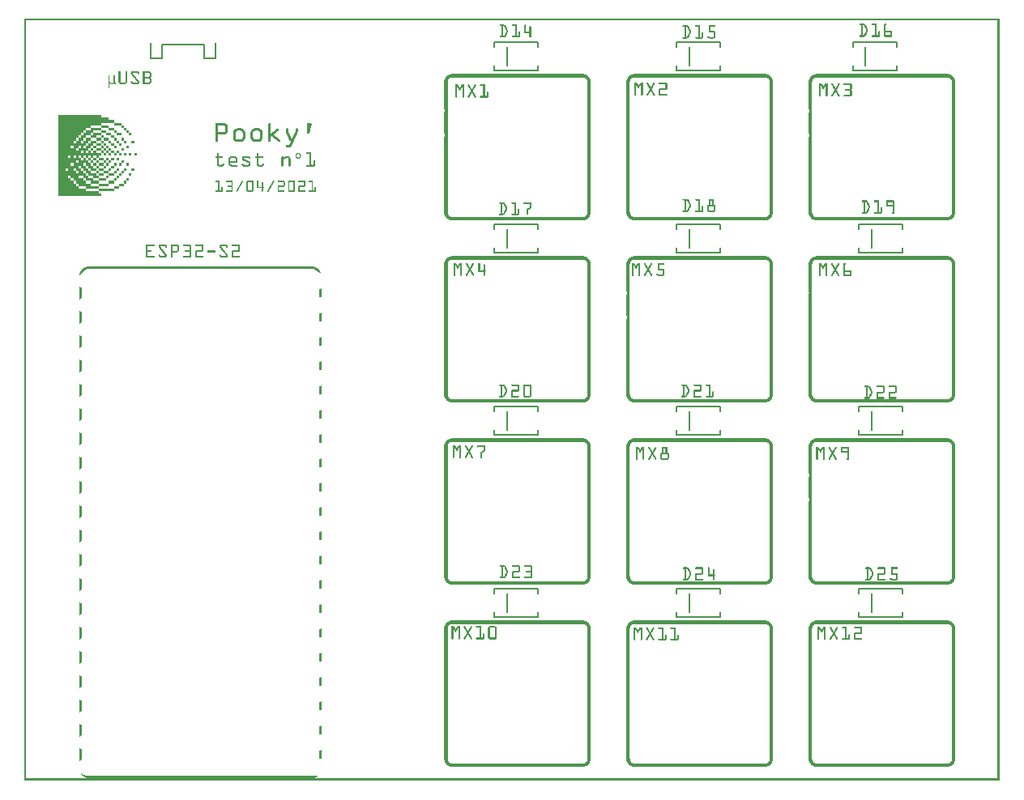
<source format=gto>
G04 MADE WITH FRITZING*
G04 WWW.FRITZING.ORG*
G04 DOUBLE SIDED*
G04 HOLES PLATED*
G04 CONTOUR ON CENTER OF CONTOUR VECTOR*
%ASAXBY*%
%FSLAX23Y23*%
%MOIN*%
%OFA0B0*%
%SFA1.0B1.0*%
%ADD10C,0.008000*%
%ADD11R,0.001000X0.001000*%
%LNSILK1*%
G90*
G70*
G54D10*
X3614Y693D02*
X3614Y675D01*
D02*
X3614Y675D02*
X3433Y675D01*
D02*
X3433Y675D02*
X3433Y693D01*
D02*
X3433Y771D02*
X3433Y789D01*
D02*
X3433Y789D02*
X3614Y789D01*
D02*
X3614Y789D02*
X3614Y771D01*
D02*
X3485Y693D02*
X3485Y771D01*
D02*
X2864Y693D02*
X2864Y675D01*
D02*
X2864Y675D02*
X2683Y675D01*
D02*
X2683Y675D02*
X2683Y693D01*
D02*
X2683Y771D02*
X2683Y789D01*
D02*
X2683Y789D02*
X2864Y789D01*
D02*
X2864Y789D02*
X2864Y771D01*
D02*
X2735Y693D02*
X2735Y771D01*
D02*
X2114Y693D02*
X2114Y675D01*
D02*
X2114Y675D02*
X1933Y675D01*
D02*
X1933Y675D02*
X1933Y693D01*
D02*
X1933Y771D02*
X1933Y789D01*
D02*
X1933Y789D02*
X2114Y789D01*
D02*
X2114Y789D02*
X2114Y771D01*
D02*
X1985Y693D02*
X1985Y771D01*
D02*
X3614Y1443D02*
X3614Y1425D01*
D02*
X3614Y1425D02*
X3433Y1425D01*
D02*
X3433Y1425D02*
X3433Y1443D01*
D02*
X3433Y1521D02*
X3433Y1539D01*
D02*
X3433Y1539D02*
X3614Y1539D01*
D02*
X3614Y1539D02*
X3614Y1521D01*
D02*
X3485Y1443D02*
X3485Y1521D01*
D02*
X2864Y1443D02*
X2864Y1425D01*
D02*
X2864Y1425D02*
X2683Y1425D01*
D02*
X2683Y1425D02*
X2683Y1443D01*
D02*
X2683Y1521D02*
X2683Y1539D01*
D02*
X2683Y1539D02*
X2864Y1539D01*
D02*
X2864Y1539D02*
X2864Y1521D01*
D02*
X2735Y1443D02*
X2735Y1521D01*
D02*
X2114Y1443D02*
X2114Y1425D01*
D02*
X2114Y1425D02*
X1933Y1425D01*
D02*
X1933Y1425D02*
X1933Y1443D01*
D02*
X1933Y1521D02*
X1933Y1539D01*
D02*
X1933Y1539D02*
X2114Y1539D01*
D02*
X2114Y1539D02*
X2114Y1521D01*
D02*
X1985Y1443D02*
X1985Y1521D01*
D02*
X3614Y2193D02*
X3614Y2175D01*
D02*
X3614Y2175D02*
X3433Y2175D01*
D02*
X3433Y2175D02*
X3433Y2193D01*
D02*
X3433Y2271D02*
X3433Y2289D01*
D02*
X3433Y2289D02*
X3614Y2289D01*
D02*
X3614Y2289D02*
X3614Y2271D01*
D02*
X3485Y2193D02*
X3485Y2271D01*
D02*
X2864Y2193D02*
X2864Y2175D01*
D02*
X2864Y2175D02*
X2683Y2175D01*
D02*
X2683Y2175D02*
X2683Y2193D01*
D02*
X2683Y2271D02*
X2683Y2289D01*
D02*
X2683Y2289D02*
X2864Y2289D01*
D02*
X2864Y2289D02*
X2864Y2271D01*
D02*
X2735Y2193D02*
X2735Y2271D01*
D02*
X2114Y2193D02*
X2114Y2175D01*
D02*
X2114Y2175D02*
X1933Y2175D01*
D02*
X1933Y2175D02*
X1933Y2193D01*
D02*
X1933Y2271D02*
X1933Y2289D01*
D02*
X1933Y2289D02*
X2114Y2289D01*
D02*
X2114Y2289D02*
X2114Y2271D01*
D02*
X1985Y2193D02*
X1985Y2271D01*
D02*
X3589Y2943D02*
X3589Y2925D01*
D02*
X3589Y2925D02*
X3408Y2925D01*
D02*
X3408Y2925D02*
X3408Y2943D01*
D02*
X3408Y3021D02*
X3408Y3039D01*
D02*
X3408Y3039D02*
X3589Y3039D01*
D02*
X3589Y3039D02*
X3589Y3021D01*
D02*
X3460Y2943D02*
X3460Y3021D01*
D02*
X2864Y2943D02*
X2864Y2925D01*
D02*
X2864Y2925D02*
X2683Y2925D01*
D02*
X2683Y2925D02*
X2683Y2943D01*
D02*
X2683Y3021D02*
X2683Y3039D01*
D02*
X2683Y3039D02*
X2864Y3039D01*
D02*
X2864Y3039D02*
X2864Y3021D01*
D02*
X2735Y2943D02*
X2735Y3021D01*
D02*
X2114Y2943D02*
X2114Y2925D01*
D02*
X2114Y2925D02*
X1933Y2925D01*
D02*
X1933Y2925D02*
X1933Y2943D01*
D02*
X1933Y3021D02*
X1933Y3039D01*
D02*
X1933Y3039D02*
X2114Y3039D01*
D02*
X2114Y3039D02*
X2114Y3021D01*
D02*
X1985Y2943D02*
X1985Y3021D01*
D02*
X787Y3037D02*
X787Y2974D01*
D02*
X787Y2974D02*
X740Y2974D01*
D02*
X519Y2974D02*
X567Y2974D01*
D02*
X519Y3037D02*
X519Y2974D01*
D02*
X740Y2974D02*
X740Y3029D01*
D02*
X740Y3029D02*
X567Y3029D01*
D02*
X567Y3029D02*
X567Y2974D01*
G36*
X138Y2740D02*
X138Y2688D01*
X274Y2688D01*
X274Y2677D01*
X315Y2677D01*
X315Y2688D01*
X274Y2688D01*
X274Y2698D01*
X315Y2698D01*
X315Y2708D01*
X368Y2708D01*
X368Y2719D01*
X347Y2719D01*
X347Y2729D01*
X315Y2729D01*
X315Y2740D01*
X138Y2740D01*
G37*
D02*
G36*
X138Y2688D02*
X138Y2625D01*
X201Y2625D01*
X201Y2635D01*
X211Y2635D01*
X211Y2646D01*
X222Y2646D01*
X222Y2656D01*
X232Y2656D01*
X232Y2667D01*
X243Y2667D01*
X243Y2677D01*
X253Y2677D01*
X253Y2688D01*
X138Y2688D01*
G37*
D02*
G36*
X253Y2677D02*
X253Y2667D01*
X284Y2667D01*
X284Y2677D01*
X253Y2677D01*
G37*
D02*
G36*
X243Y2667D02*
X243Y2656D01*
X274Y2656D01*
X274Y2667D01*
X243Y2667D01*
G37*
D02*
G36*
X232Y2656D02*
X232Y2646D01*
X253Y2646D01*
X253Y2635D01*
X274Y2635D01*
X274Y2625D01*
X295Y2625D01*
X295Y2635D01*
X274Y2635D01*
X274Y2646D01*
X253Y2646D01*
X253Y2656D01*
X232Y2656D01*
G37*
D02*
G36*
X222Y2646D02*
X222Y2635D01*
X243Y2635D01*
X243Y2646D01*
X222Y2646D01*
G37*
D02*
G36*
X211Y2635D02*
X211Y2625D01*
X232Y2625D01*
X232Y2635D01*
X211Y2635D01*
G37*
D02*
G36*
X243Y2635D02*
X243Y2625D01*
X263Y2625D01*
X263Y2635D01*
X243Y2635D01*
G37*
D02*
G36*
X138Y2625D02*
X138Y2615D01*
X253Y2615D01*
X253Y2625D01*
X138Y2625D01*
G37*
D02*
G36*
X138Y2625D02*
X138Y2615D01*
X253Y2615D01*
X253Y2625D01*
X138Y2625D01*
G37*
D02*
G36*
X138Y2625D02*
X138Y2615D01*
X253Y2615D01*
X253Y2625D01*
X138Y2625D01*
G37*
D02*
G36*
X263Y2625D02*
X263Y2615D01*
X284Y2615D01*
X284Y2625D01*
X263Y2625D01*
G37*
D02*
G36*
X138Y2615D02*
X138Y2604D01*
X190Y2604D01*
X190Y2615D01*
X138Y2615D01*
G37*
D02*
G36*
X201Y2615D02*
X201Y2604D01*
X222Y2604D01*
X222Y2615D01*
X201Y2615D01*
G37*
D02*
G36*
X232Y2615D02*
X232Y2604D01*
X243Y2604D01*
X243Y2615D01*
X232Y2615D01*
G37*
D02*
G36*
X253Y2615D02*
X253Y2604D01*
X274Y2604D01*
X274Y2615D01*
X253Y2615D01*
G37*
D02*
G36*
X138Y2604D02*
X138Y2594D01*
X211Y2594D01*
X211Y2604D01*
X138Y2604D01*
G37*
D02*
G36*
X138Y2604D02*
X138Y2594D01*
X211Y2594D01*
X211Y2604D01*
X138Y2604D01*
G37*
D02*
G36*
X222Y2604D02*
X222Y2594D01*
X263Y2594D01*
X263Y2604D01*
X222Y2604D01*
G37*
D02*
G36*
X222Y2604D02*
X222Y2594D01*
X263Y2594D01*
X263Y2604D01*
X222Y2604D01*
G37*
D02*
G36*
X138Y2594D02*
X138Y2583D01*
X232Y2583D01*
X232Y2594D01*
X138Y2594D01*
G37*
D02*
G36*
X138Y2594D02*
X138Y2583D01*
X232Y2583D01*
X232Y2594D01*
X138Y2594D01*
G37*
D02*
G36*
X243Y2594D02*
X243Y2583D01*
X253Y2583D01*
X253Y2594D01*
X243Y2594D01*
G37*
D02*
G36*
X263Y2594D02*
X263Y2583D01*
X274Y2583D01*
X274Y2594D01*
X263Y2594D01*
G37*
D02*
G36*
X284Y2594D02*
X284Y2583D01*
X295Y2583D01*
X295Y2594D01*
X284Y2594D01*
G37*
D02*
G36*
X138Y2583D02*
X138Y2573D01*
X315Y2573D01*
X315Y2583D01*
X138Y2583D01*
G37*
D02*
G36*
X138Y2583D02*
X138Y2573D01*
X315Y2573D01*
X315Y2583D01*
X138Y2583D01*
G37*
D02*
G36*
X138Y2583D02*
X138Y2573D01*
X315Y2573D01*
X315Y2583D01*
X138Y2583D01*
G37*
D02*
G36*
X138Y2583D02*
X138Y2573D01*
X315Y2573D01*
X315Y2583D01*
X138Y2583D01*
G37*
D02*
G36*
X138Y2573D02*
X138Y2563D01*
X180Y2563D01*
X180Y2573D01*
X138Y2573D01*
G37*
D02*
G36*
X190Y2573D02*
X190Y2563D01*
X201Y2563D01*
X201Y2573D01*
X190Y2573D01*
G37*
D02*
G36*
X211Y2573D02*
X211Y2563D01*
X222Y2563D01*
X222Y2573D01*
X211Y2573D01*
G37*
D02*
G36*
X232Y2573D02*
X232Y2563D01*
X243Y2563D01*
X243Y2573D01*
X232Y2573D01*
G37*
D02*
G36*
X253Y2573D02*
X253Y2563D01*
X263Y2563D01*
X263Y2573D01*
X253Y2573D01*
G37*
D02*
G36*
X274Y2573D02*
X274Y2563D01*
X284Y2563D01*
X284Y2573D01*
X274Y2573D01*
G37*
D02*
G36*
X295Y2573D02*
X295Y2563D01*
X305Y2563D01*
X305Y2573D01*
X295Y2573D01*
G37*
D02*
G36*
X138Y2563D02*
X138Y2552D01*
X232Y2552D01*
X232Y2563D01*
X138Y2563D01*
G37*
D02*
G36*
X138Y2563D02*
X138Y2552D01*
X232Y2552D01*
X232Y2563D01*
X138Y2563D01*
G37*
D02*
G36*
X138Y2563D02*
X138Y2552D01*
X232Y2552D01*
X232Y2563D01*
X138Y2563D01*
G37*
D02*
G36*
X243Y2563D02*
X243Y2552D01*
X253Y2552D01*
X253Y2563D01*
X243Y2563D01*
G37*
D02*
G36*
X138Y2552D02*
X138Y2531D01*
X190Y2531D01*
X190Y2542D01*
X211Y2542D01*
X211Y2552D01*
X138Y2552D01*
G37*
D02*
G36*
X222Y2552D02*
X222Y2542D01*
X263Y2542D01*
X263Y2552D01*
X222Y2552D01*
G37*
D02*
G36*
X222Y2552D02*
X222Y2542D01*
X263Y2542D01*
X263Y2552D01*
X222Y2552D01*
G37*
D02*
G36*
X201Y2542D02*
X201Y2531D01*
X243Y2531D01*
X243Y2542D01*
X201Y2542D01*
G37*
D02*
G36*
X201Y2542D02*
X201Y2531D01*
X243Y2531D01*
X243Y2542D01*
X201Y2542D01*
G37*
D02*
G36*
X253Y2542D02*
X253Y2531D01*
X263Y2531D01*
X263Y2521D01*
X274Y2521D01*
X274Y2510D01*
X295Y2510D01*
X295Y2521D01*
X284Y2521D01*
X284Y2531D01*
X274Y2531D01*
X274Y2542D01*
X253Y2542D01*
G37*
D02*
G36*
X138Y2531D02*
X138Y2521D01*
X222Y2521D01*
X222Y2531D01*
X138Y2531D01*
G37*
D02*
G36*
X138Y2531D02*
X138Y2521D01*
X222Y2521D01*
X222Y2531D01*
X138Y2531D01*
G37*
D02*
G36*
X232Y2531D02*
X232Y2521D01*
X253Y2521D01*
X253Y2531D01*
X232Y2531D01*
G37*
D02*
G36*
X138Y2521D02*
X138Y2510D01*
X170Y2510D01*
X170Y2521D01*
X138Y2521D01*
G37*
D02*
G36*
X180Y2521D02*
X180Y2510D01*
X201Y2510D01*
X201Y2521D01*
X180Y2521D01*
G37*
D02*
G36*
X211Y2521D02*
X211Y2510D01*
X232Y2510D01*
X232Y2521D01*
X211Y2521D01*
G37*
D02*
G36*
X243Y2521D02*
X243Y2510D01*
X263Y2510D01*
X263Y2521D01*
X243Y2521D01*
G37*
D02*
G36*
X138Y2510D02*
X138Y2500D01*
X211Y2500D01*
X211Y2510D01*
X138Y2510D01*
G37*
D02*
G36*
X138Y2510D02*
X138Y2500D01*
X211Y2500D01*
X211Y2510D01*
X138Y2510D01*
G37*
D02*
G36*
X222Y2510D02*
X222Y2500D01*
X243Y2500D01*
X243Y2510D01*
X222Y2510D01*
G37*
D02*
G36*
X253Y2510D02*
X253Y2500D01*
X263Y2500D01*
X263Y2490D01*
X284Y2490D01*
X284Y2479D01*
X305Y2479D01*
X305Y2490D01*
X295Y2490D01*
X295Y2500D01*
X274Y2500D01*
X274Y2510D01*
X253Y2510D01*
G37*
D02*
G36*
X138Y2500D02*
X138Y2490D01*
X253Y2490D01*
X253Y2500D01*
X138Y2500D01*
G37*
D02*
G36*
X138Y2500D02*
X138Y2490D01*
X253Y2490D01*
X253Y2500D01*
X138Y2500D01*
G37*
D02*
G36*
X138Y2490D02*
X138Y2479D01*
X180Y2479D01*
X180Y2490D01*
X138Y2490D01*
G37*
D02*
G36*
X190Y2490D02*
X190Y2479D01*
X222Y2479D01*
X222Y2490D01*
X190Y2490D01*
G37*
D02*
G36*
X243Y2490D02*
X243Y2479D01*
X263Y2479D01*
X263Y2490D01*
X243Y2490D01*
G37*
D02*
G36*
X138Y2479D02*
X138Y2469D01*
X190Y2469D01*
X190Y2479D01*
X138Y2479D01*
G37*
D02*
G36*
X201Y2479D02*
X201Y2469D01*
X243Y2469D01*
X243Y2479D01*
X201Y2479D01*
G37*
D02*
G36*
X253Y2479D02*
X253Y2469D01*
X274Y2469D01*
X274Y2458D01*
X305Y2458D01*
X305Y2469D01*
X284Y2469D01*
X284Y2479D01*
X253Y2479D01*
G37*
D02*
G36*
X138Y2469D02*
X138Y2458D01*
X201Y2458D01*
X201Y2469D01*
X138Y2469D01*
G37*
D02*
G36*
X211Y2469D02*
X211Y2458D01*
X253Y2458D01*
X253Y2469D01*
X211Y2469D01*
G37*
D02*
G36*
X138Y2458D02*
X138Y2448D01*
X211Y2448D01*
X211Y2458D01*
X138Y2458D01*
G37*
D02*
G36*
X222Y2458D02*
X222Y2448D01*
X253Y2448D01*
X253Y2438D01*
X305Y2438D01*
X305Y2448D01*
X274Y2448D01*
X274Y2458D01*
X222Y2458D01*
G37*
D02*
G36*
X138Y2448D02*
X138Y2438D01*
X222Y2438D01*
X222Y2448D01*
X138Y2448D01*
G37*
D02*
G36*
X138Y2438D02*
X138Y2406D01*
X315Y2406D01*
X315Y2417D01*
X305Y2417D01*
X305Y2427D01*
X253Y2427D01*
X253Y2438D01*
X138Y2438D01*
G37*
D02*
G36*
X368Y2708D02*
X368Y2698D01*
X399Y2698D01*
X399Y2708D01*
X368Y2708D01*
G37*
D02*
G36*
X315Y2698D02*
X315Y2688D01*
X347Y2688D01*
X347Y2698D01*
X315Y2698D01*
G37*
D02*
G36*
X399Y2698D02*
X399Y2688D01*
X409Y2688D01*
X409Y2698D01*
X399Y2698D01*
G37*
D02*
G36*
X347Y2688D02*
X347Y2677D01*
X368Y2677D01*
X368Y2688D01*
X347Y2688D01*
G37*
D02*
G36*
X409Y2688D02*
X409Y2677D01*
X420Y2677D01*
X420Y2688D01*
X409Y2688D01*
G37*
D02*
G36*
X315Y2677D02*
X315Y2667D01*
X336Y2667D01*
X336Y2677D01*
X315Y2677D01*
G37*
D02*
G36*
X368Y2677D02*
X368Y2667D01*
X378Y2667D01*
X378Y2677D01*
X368Y2677D01*
G37*
D02*
G36*
X420Y2677D02*
X420Y2667D01*
X430Y2667D01*
X430Y2677D01*
X420Y2677D01*
G37*
D02*
G36*
X284Y2667D02*
X284Y2656D01*
X274Y2656D01*
X274Y2646D01*
X295Y2646D01*
X295Y2656D01*
X315Y2656D01*
X315Y2667D01*
X284Y2667D01*
G37*
D02*
G36*
X336Y2667D02*
X336Y2656D01*
X357Y2656D01*
X357Y2667D01*
X336Y2667D01*
G37*
D02*
G36*
X378Y2667D02*
X378Y2656D01*
X399Y2656D01*
X399Y2667D01*
X378Y2667D01*
G37*
D02*
G36*
X430Y2667D02*
X430Y2656D01*
X440Y2656D01*
X440Y2667D01*
X430Y2667D01*
G37*
D02*
G36*
X315Y2656D02*
X315Y2646D01*
X326Y2646D01*
X326Y2656D01*
X315Y2656D01*
G37*
D02*
G36*
X357Y2656D02*
X357Y2646D01*
X368Y2646D01*
X368Y2656D01*
X357Y2656D01*
G37*
D02*
G36*
X295Y2646D02*
X295Y2635D01*
X315Y2635D01*
X315Y2646D01*
X295Y2646D01*
G37*
D02*
G36*
X326Y2646D02*
X326Y2635D01*
X347Y2635D01*
X347Y2646D01*
X326Y2646D01*
G37*
D02*
G36*
X368Y2646D02*
X368Y2635D01*
X378Y2635D01*
X378Y2646D01*
X368Y2646D01*
G37*
D02*
G36*
X399Y2646D02*
X399Y2635D01*
X409Y2635D01*
X409Y2646D01*
X399Y2646D01*
G37*
D02*
G36*
X315Y2635D02*
X315Y2625D01*
X326Y2625D01*
X326Y2635D01*
X315Y2635D01*
G37*
D02*
G36*
X347Y2635D02*
X347Y2625D01*
X357Y2625D01*
X357Y2635D01*
X347Y2635D01*
G37*
D02*
G36*
X378Y2635D02*
X378Y2625D01*
X388Y2625D01*
X388Y2635D01*
X378Y2635D01*
G37*
D02*
G36*
X409Y2635D02*
X409Y2625D01*
X420Y2625D01*
X420Y2635D01*
X409Y2635D01*
G37*
D02*
G36*
X440Y2635D02*
X440Y2625D01*
X451Y2625D01*
X451Y2635D01*
X440Y2635D01*
G37*
D02*
G36*
X295Y2625D02*
X295Y2615D01*
X315Y2615D01*
X315Y2625D01*
X295Y2625D01*
G37*
D02*
G36*
X326Y2625D02*
X326Y2615D01*
X336Y2615D01*
X336Y2625D01*
X326Y2625D01*
G37*
D02*
G36*
X357Y2625D02*
X357Y2615D01*
X368Y2615D01*
X368Y2625D01*
X357Y2625D01*
G37*
D02*
G36*
X388Y2625D02*
X388Y2615D01*
X399Y2615D01*
X399Y2625D01*
X388Y2625D01*
G37*
D02*
G36*
X284Y2615D02*
X284Y2604D01*
X295Y2604D01*
X295Y2615D01*
X284Y2615D01*
G37*
D02*
G36*
X315Y2615D02*
X315Y2604D01*
X326Y2604D01*
X326Y2615D01*
X315Y2615D01*
G37*
D02*
G36*
X336Y2615D02*
X336Y2604D01*
X347Y2604D01*
X347Y2615D01*
X336Y2615D01*
G37*
D02*
G36*
X368Y2615D02*
X368Y2604D01*
X378Y2604D01*
X378Y2615D01*
X368Y2615D01*
G37*
D02*
G36*
X420Y2615D02*
X420Y2604D01*
X430Y2604D01*
X430Y2615D01*
X420Y2615D01*
G37*
D02*
G36*
X274Y2604D02*
X274Y2594D01*
X284Y2594D01*
X284Y2604D01*
X274Y2604D01*
G37*
D02*
G36*
X295Y2604D02*
X295Y2594D01*
X315Y2594D01*
X315Y2604D01*
X295Y2604D01*
G37*
D02*
G36*
X326Y2604D02*
X326Y2594D01*
X336Y2594D01*
X336Y2604D01*
X326Y2604D01*
G37*
D02*
G36*
X347Y2604D02*
X347Y2594D01*
X357Y2594D01*
X357Y2604D01*
X347Y2604D01*
G37*
D02*
G36*
X399Y2604D02*
X399Y2594D01*
X409Y2594D01*
X409Y2604D01*
X399Y2604D01*
G37*
D02*
G36*
X315Y2594D02*
X315Y2583D01*
X326Y2583D01*
X326Y2594D01*
X315Y2594D01*
G37*
D02*
G36*
X336Y2594D02*
X336Y2583D01*
X347Y2583D01*
X347Y2594D01*
X336Y2594D01*
G37*
D02*
G36*
X357Y2594D02*
X357Y2583D01*
X368Y2583D01*
X368Y2594D01*
X357Y2594D01*
G37*
D02*
G36*
X378Y2594D02*
X378Y2583D01*
X388Y2583D01*
X388Y2594D01*
X378Y2594D01*
G37*
D02*
G36*
X326Y2583D02*
X326Y2573D01*
X336Y2573D01*
X336Y2583D01*
X326Y2583D01*
G37*
D02*
G36*
X347Y2583D02*
X347Y2573D01*
X357Y2573D01*
X357Y2583D01*
X347Y2583D01*
G37*
D02*
G36*
X368Y2583D02*
X368Y2573D01*
X378Y2573D01*
X378Y2583D01*
X368Y2583D01*
G37*
D02*
G36*
X388Y2583D02*
X388Y2573D01*
X399Y2573D01*
X399Y2583D01*
X388Y2583D01*
G37*
D02*
G36*
X409Y2583D02*
X409Y2573D01*
X420Y2573D01*
X420Y2583D01*
X409Y2583D01*
G37*
D02*
G36*
X430Y2583D02*
X430Y2573D01*
X440Y2573D01*
X440Y2583D01*
X430Y2583D01*
G37*
D02*
G36*
X451Y2583D02*
X451Y2573D01*
X461Y2573D01*
X461Y2583D01*
X451Y2583D01*
G37*
D02*
G36*
X263Y2563D02*
X263Y2552D01*
X274Y2552D01*
X274Y2563D01*
X263Y2563D01*
G37*
D02*
G36*
X284Y2563D02*
X284Y2552D01*
X295Y2552D01*
X295Y2563D01*
X284Y2563D01*
G37*
D02*
G36*
X305Y2563D02*
X305Y2552D01*
X326Y2552D01*
X326Y2563D01*
X305Y2563D01*
G37*
D02*
G36*
X336Y2563D02*
X336Y2552D01*
X347Y2552D01*
X347Y2563D01*
X336Y2563D01*
G37*
D02*
G36*
X357Y2563D02*
X357Y2552D01*
X368Y2552D01*
X368Y2563D01*
X357Y2563D01*
G37*
D02*
G36*
X378Y2563D02*
X378Y2552D01*
X388Y2552D01*
X388Y2563D01*
X378Y2563D01*
G37*
D02*
G36*
X274Y2552D02*
X274Y2542D01*
X284Y2542D01*
X284Y2552D01*
X274Y2552D01*
G37*
D02*
G36*
X295Y2552D02*
X295Y2542D01*
X305Y2542D01*
X305Y2552D01*
X295Y2552D01*
G37*
D02*
G36*
X326Y2552D02*
X326Y2542D01*
X336Y2542D01*
X336Y2552D01*
X326Y2552D01*
G37*
D02*
G36*
X347Y2552D02*
X347Y2542D01*
X357Y2542D01*
X357Y2552D01*
X347Y2552D01*
G37*
D02*
G36*
X399Y2552D02*
X399Y2542D01*
X409Y2542D01*
X409Y2552D01*
X399Y2552D01*
G37*
D02*
G36*
X284Y2542D02*
X284Y2531D01*
X295Y2531D01*
X295Y2542D01*
X284Y2542D01*
G37*
D02*
G36*
X305Y2542D02*
X305Y2531D01*
X326Y2531D01*
X326Y2542D01*
X305Y2542D01*
G37*
D02*
G36*
X336Y2542D02*
X336Y2531D01*
X347Y2531D01*
X347Y2542D01*
X336Y2542D01*
G37*
D02*
G36*
X368Y2542D02*
X368Y2531D01*
X378Y2531D01*
X378Y2542D01*
X368Y2542D01*
G37*
D02*
G36*
X388Y2542D02*
X388Y2531D01*
X399Y2531D01*
X399Y2542D01*
X388Y2542D01*
G37*
D02*
G36*
X420Y2542D02*
X420Y2531D01*
X430Y2531D01*
X430Y2542D01*
X420Y2542D01*
G37*
D02*
G36*
X295Y2531D02*
X295Y2521D01*
X305Y2521D01*
X305Y2531D01*
X295Y2531D01*
G37*
D02*
G36*
X326Y2531D02*
X326Y2521D01*
X336Y2521D01*
X336Y2531D01*
X326Y2531D01*
G37*
D02*
G36*
X357Y2531D02*
X357Y2521D01*
X368Y2521D01*
X368Y2531D01*
X357Y2531D01*
G37*
D02*
G36*
X305Y2521D02*
X305Y2510D01*
X326Y2510D01*
X326Y2521D01*
X305Y2521D01*
G37*
D02*
G36*
X347Y2521D02*
X347Y2510D01*
X357Y2510D01*
X357Y2521D01*
X347Y2521D01*
G37*
D02*
G36*
X378Y2521D02*
X378Y2510D01*
X388Y2510D01*
X388Y2521D01*
X378Y2521D01*
G37*
D02*
G36*
X409Y2521D02*
X409Y2510D01*
X420Y2510D01*
X420Y2521D01*
X409Y2521D01*
G37*
D02*
G36*
X440Y2521D02*
X440Y2510D01*
X451Y2510D01*
X451Y2521D01*
X440Y2521D01*
G37*
D02*
G36*
X295Y2510D02*
X295Y2500D01*
X305Y2500D01*
X305Y2510D01*
X295Y2510D01*
G37*
D02*
G36*
X326Y2510D02*
X326Y2500D01*
X347Y2500D01*
X347Y2510D01*
X326Y2510D01*
G37*
D02*
G36*
X368Y2510D02*
X368Y2500D01*
X378Y2500D01*
X378Y2510D01*
X368Y2510D01*
G37*
D02*
G36*
X399Y2510D02*
X399Y2500D01*
X409Y2500D01*
X409Y2510D01*
X399Y2510D01*
G37*
D02*
G36*
X305Y2500D02*
X305Y2490D01*
X326Y2490D01*
X326Y2500D01*
X305Y2500D01*
G37*
D02*
G36*
X347Y2500D02*
X347Y2490D01*
X368Y2490D01*
X368Y2500D01*
X347Y2500D01*
G37*
D02*
G36*
X388Y2500D02*
X388Y2490D01*
X399Y2490D01*
X399Y2500D01*
X388Y2500D01*
G37*
D02*
G36*
X430Y2500D02*
X430Y2490D01*
X440Y2490D01*
X440Y2500D01*
X430Y2500D01*
G37*
D02*
G36*
X336Y2490D02*
X336Y2479D01*
X347Y2479D01*
X347Y2490D01*
X336Y2490D01*
G37*
D02*
G36*
X378Y2490D02*
X378Y2479D01*
X388Y2479D01*
X388Y2490D01*
X378Y2490D01*
G37*
D02*
G36*
X305Y2479D02*
X305Y2469D01*
X336Y2469D01*
X336Y2479D01*
X305Y2479D01*
G37*
D02*
G36*
X368Y2479D02*
X368Y2469D01*
X378Y2469D01*
X378Y2479D01*
X368Y2479D01*
G37*
D02*
G36*
X420Y2479D02*
X420Y2469D01*
X430Y2469D01*
X430Y2479D01*
X420Y2479D01*
G37*
D02*
G36*
X347Y2469D02*
X347Y2458D01*
X368Y2458D01*
X368Y2469D01*
X347Y2469D01*
G37*
D02*
G36*
X409Y2469D02*
X409Y2458D01*
X420Y2458D01*
X420Y2469D01*
X409Y2469D01*
G37*
D02*
G36*
X305Y2458D02*
X305Y2448D01*
X347Y2448D01*
X347Y2458D01*
X305Y2458D01*
G37*
D02*
G36*
X388Y2458D02*
X388Y2448D01*
X409Y2448D01*
X409Y2458D01*
X388Y2458D01*
G37*
D02*
G36*
X368Y2448D02*
X368Y2438D01*
X388Y2438D01*
X388Y2448D01*
X368Y2448D01*
G37*
D02*
G36*
X305Y2438D02*
X305Y2427D01*
X368Y2427D01*
X368Y2438D01*
X305Y2438D01*
G37*
D02*
G54D11*
X0Y3136D02*
X4011Y3136D01*
X0Y3135D02*
X4011Y3135D01*
X0Y3134D02*
X4011Y3134D01*
X0Y3133D02*
X4011Y3133D01*
X0Y3132D02*
X4011Y3132D01*
X0Y3131D02*
X4011Y3131D01*
X0Y3130D02*
X4011Y3130D01*
X0Y3129D02*
X455Y3129D01*
X536Y3129D02*
X770Y3129D01*
X851Y3129D02*
X4011Y3129D01*
X0Y3128D02*
X7Y3128D01*
X4004Y3128D02*
X4011Y3128D01*
X0Y3127D02*
X7Y3127D01*
X4004Y3127D02*
X4011Y3127D01*
X0Y3126D02*
X7Y3126D01*
X4004Y3126D02*
X4011Y3126D01*
X0Y3125D02*
X7Y3125D01*
X4004Y3125D02*
X4011Y3125D01*
X0Y3124D02*
X7Y3124D01*
X4004Y3124D02*
X4011Y3124D01*
X0Y3123D02*
X7Y3123D01*
X4004Y3123D02*
X4011Y3123D01*
X0Y3122D02*
X7Y3122D01*
X4004Y3122D02*
X4011Y3122D01*
X0Y3121D02*
X7Y3121D01*
X4004Y3121D02*
X4011Y3121D01*
X0Y3120D02*
X7Y3120D01*
X4004Y3120D02*
X4011Y3120D01*
X0Y3119D02*
X7Y3119D01*
X4004Y3119D02*
X4011Y3119D01*
X0Y3118D02*
X7Y3118D01*
X4004Y3118D02*
X4011Y3118D01*
X0Y3117D02*
X7Y3117D01*
X4004Y3117D02*
X4011Y3117D01*
X0Y3116D02*
X7Y3116D01*
X4004Y3116D02*
X4011Y3116D01*
X0Y3115D02*
X7Y3115D01*
X3438Y3115D02*
X3455Y3115D01*
X3488Y3115D02*
X3506Y3115D01*
X3539Y3115D02*
X3545Y3115D01*
X4004Y3115D02*
X4011Y3115D01*
X0Y3114D02*
X7Y3114D01*
X3437Y3114D02*
X3457Y3114D01*
X3487Y3114D02*
X3506Y3114D01*
X3538Y3114D02*
X3546Y3114D01*
X4004Y3114D02*
X4011Y3114D01*
X0Y3113D02*
X7Y3113D01*
X3437Y3113D02*
X3459Y3113D01*
X3487Y3113D02*
X3506Y3113D01*
X3537Y3113D02*
X3546Y3113D01*
X4004Y3113D02*
X4011Y3113D01*
X0Y3112D02*
X7Y3112D01*
X1957Y3112D02*
X1973Y3112D01*
X2007Y3112D02*
X2025Y3112D01*
X2059Y3112D02*
X2061Y3112D01*
X3437Y3112D02*
X3460Y3112D01*
X3487Y3112D02*
X3506Y3112D01*
X3537Y3112D02*
X3546Y3112D01*
X4004Y3112D02*
X4011Y3112D01*
X0Y3111D02*
X7Y3111D01*
X1956Y3111D02*
X1976Y3111D01*
X2006Y3111D02*
X2025Y3111D01*
X2058Y3111D02*
X2062Y3111D01*
X3437Y3111D02*
X3460Y3111D01*
X3487Y3111D02*
X3506Y3111D01*
X3537Y3111D02*
X3546Y3111D01*
X4004Y3111D02*
X4011Y3111D01*
X0Y3110D02*
X7Y3110D01*
X1955Y3110D02*
X1977Y3110D01*
X2006Y3110D02*
X2025Y3110D01*
X2057Y3110D02*
X2063Y3110D01*
X3437Y3110D02*
X3461Y3110D01*
X3487Y3110D02*
X3506Y3110D01*
X3537Y3110D02*
X3546Y3110D01*
X4004Y3110D02*
X4011Y3110D01*
X0Y3109D02*
X7Y3109D01*
X1955Y3109D02*
X1978Y3109D01*
X2005Y3109D02*
X2025Y3109D01*
X2057Y3109D02*
X2063Y3109D01*
X2711Y3109D02*
X2725Y3109D01*
X2762Y3109D02*
X2778Y3109D01*
X2816Y3109D02*
X2839Y3109D01*
X3438Y3109D02*
X3462Y3109D01*
X3489Y3109D02*
X3506Y3109D01*
X3537Y3109D02*
X3544Y3109D01*
X4004Y3109D02*
X4011Y3109D01*
X0Y3108D02*
X7Y3108D01*
X1955Y3108D02*
X1979Y3108D01*
X2006Y3108D02*
X2025Y3108D01*
X2057Y3108D02*
X2063Y3108D01*
X2709Y3108D02*
X2728Y3108D01*
X2760Y3108D02*
X2778Y3108D01*
X2816Y3108D02*
X2841Y3108D01*
X3443Y3108D02*
X3449Y3108D01*
X3455Y3108D02*
X3462Y3108D01*
X3500Y3108D02*
X3506Y3108D01*
X3537Y3108D02*
X3543Y3108D01*
X4004Y3108D02*
X4011Y3108D01*
X0Y3107D02*
X7Y3107D01*
X1956Y3107D02*
X1980Y3107D01*
X2006Y3107D02*
X2025Y3107D01*
X2057Y3107D02*
X2063Y3107D01*
X2709Y3107D02*
X2730Y3107D01*
X2759Y3107D02*
X2778Y3107D01*
X2816Y3107D02*
X2842Y3107D01*
X3443Y3107D02*
X3449Y3107D01*
X3456Y3107D02*
X3463Y3107D01*
X3500Y3107D02*
X3506Y3107D01*
X3537Y3107D02*
X3543Y3107D01*
X4004Y3107D02*
X4011Y3107D01*
X0Y3106D02*
X7Y3106D01*
X1957Y3106D02*
X1980Y3106D01*
X2007Y3106D02*
X2025Y3106D01*
X2057Y3106D02*
X2063Y3106D01*
X2080Y3106D02*
X2082Y3106D01*
X2708Y3106D02*
X2731Y3106D01*
X2759Y3106D02*
X2778Y3106D01*
X2816Y3106D02*
X2842Y3106D01*
X3443Y3106D02*
X3449Y3106D01*
X3456Y3106D02*
X3463Y3106D01*
X3500Y3106D02*
X3506Y3106D01*
X3537Y3106D02*
X3543Y3106D01*
X4004Y3106D02*
X4011Y3106D01*
X0Y3105D02*
X7Y3105D01*
X1962Y3105D02*
X1968Y3105D01*
X1973Y3105D02*
X1981Y3105D01*
X2019Y3105D02*
X2025Y3105D01*
X2057Y3105D02*
X2063Y3105D01*
X2079Y3105D02*
X2083Y3105D01*
X2708Y3105D02*
X2732Y3105D01*
X2759Y3105D02*
X2778Y3105D01*
X2816Y3105D02*
X2842Y3105D01*
X3443Y3105D02*
X3449Y3105D01*
X3457Y3105D02*
X3464Y3105D01*
X3500Y3105D02*
X3506Y3105D01*
X3537Y3105D02*
X3543Y3105D01*
X4004Y3105D02*
X4011Y3105D01*
X0Y3104D02*
X7Y3104D01*
X1962Y3104D02*
X1968Y3104D01*
X1974Y3104D02*
X1981Y3104D01*
X2019Y3104D02*
X2025Y3104D01*
X2057Y3104D02*
X2063Y3104D01*
X2078Y3104D02*
X2084Y3104D01*
X2709Y3104D02*
X2733Y3104D01*
X2759Y3104D02*
X2778Y3104D01*
X2816Y3104D02*
X2842Y3104D01*
X3443Y3104D02*
X3449Y3104D01*
X3457Y3104D02*
X3464Y3104D01*
X3500Y3104D02*
X3506Y3104D01*
X3537Y3104D02*
X3543Y3104D01*
X4004Y3104D02*
X4011Y3104D01*
X0Y3103D02*
X7Y3103D01*
X1962Y3103D02*
X1968Y3103D01*
X1975Y3103D02*
X1982Y3103D01*
X2019Y3103D02*
X2025Y3103D01*
X2057Y3103D02*
X2063Y3103D01*
X2078Y3103D02*
X2084Y3103D01*
X2710Y3103D02*
X2733Y3103D01*
X2760Y3103D02*
X2778Y3103D01*
X2816Y3103D02*
X2841Y3103D01*
X3443Y3103D02*
X3449Y3103D01*
X3458Y3103D02*
X3465Y3103D01*
X3500Y3103D02*
X3506Y3103D01*
X3537Y3103D02*
X3543Y3103D01*
X4004Y3103D02*
X4011Y3103D01*
X0Y3102D02*
X7Y3102D01*
X1962Y3102D02*
X1968Y3102D01*
X1975Y3102D02*
X1982Y3102D01*
X2019Y3102D02*
X2025Y3102D01*
X2057Y3102D02*
X2063Y3102D01*
X2078Y3102D02*
X2084Y3102D01*
X2715Y3102D02*
X2722Y3102D01*
X2725Y3102D02*
X2734Y3102D01*
X2772Y3102D02*
X2778Y3102D01*
X2816Y3102D02*
X2822Y3102D01*
X3443Y3102D02*
X3449Y3102D01*
X3458Y3102D02*
X3465Y3102D01*
X3500Y3102D02*
X3506Y3102D01*
X3537Y3102D02*
X3543Y3102D01*
X4004Y3102D02*
X4011Y3102D01*
X0Y3101D02*
X7Y3101D01*
X1962Y3101D02*
X1968Y3101D01*
X1976Y3101D02*
X1983Y3101D01*
X2019Y3101D02*
X2025Y3101D01*
X2057Y3101D02*
X2063Y3101D01*
X2078Y3101D02*
X2084Y3101D01*
X2715Y3101D02*
X2721Y3101D01*
X2727Y3101D02*
X2734Y3101D01*
X2772Y3101D02*
X2778Y3101D01*
X2816Y3101D02*
X2822Y3101D01*
X3443Y3101D02*
X3449Y3101D01*
X3459Y3101D02*
X3466Y3101D01*
X3500Y3101D02*
X3506Y3101D01*
X3537Y3101D02*
X3543Y3101D01*
X4004Y3101D02*
X4011Y3101D01*
X0Y3100D02*
X7Y3100D01*
X1962Y3100D02*
X1968Y3100D01*
X1976Y3100D02*
X1983Y3100D01*
X2019Y3100D02*
X2025Y3100D01*
X2057Y3100D02*
X2063Y3100D01*
X2078Y3100D02*
X2084Y3100D01*
X2715Y3100D02*
X2721Y3100D01*
X2728Y3100D02*
X2735Y3100D01*
X2772Y3100D02*
X2778Y3100D01*
X2816Y3100D02*
X2822Y3100D01*
X3443Y3100D02*
X3449Y3100D01*
X3459Y3100D02*
X3466Y3100D01*
X3500Y3100D02*
X3506Y3100D01*
X3537Y3100D02*
X3543Y3100D01*
X4004Y3100D02*
X4011Y3100D01*
X0Y3099D02*
X7Y3099D01*
X1962Y3099D02*
X1968Y3099D01*
X1977Y3099D02*
X1984Y3099D01*
X2019Y3099D02*
X2025Y3099D01*
X2057Y3099D02*
X2063Y3099D01*
X2078Y3099D02*
X2084Y3099D01*
X2715Y3099D02*
X2721Y3099D01*
X2728Y3099D02*
X2735Y3099D01*
X2772Y3099D02*
X2778Y3099D01*
X2816Y3099D02*
X2822Y3099D01*
X3443Y3099D02*
X3449Y3099D01*
X3460Y3099D02*
X3467Y3099D01*
X3500Y3099D02*
X3506Y3099D01*
X3537Y3099D02*
X3543Y3099D01*
X4004Y3099D02*
X4011Y3099D01*
X0Y3098D02*
X7Y3098D01*
X1962Y3098D02*
X1968Y3098D01*
X1977Y3098D02*
X1984Y3098D01*
X2019Y3098D02*
X2025Y3098D01*
X2057Y3098D02*
X2063Y3098D01*
X2078Y3098D02*
X2084Y3098D01*
X2715Y3098D02*
X2721Y3098D01*
X2729Y3098D02*
X2736Y3098D01*
X2772Y3098D02*
X2778Y3098D01*
X2816Y3098D02*
X2822Y3098D01*
X3443Y3098D02*
X3449Y3098D01*
X3460Y3098D02*
X3467Y3098D01*
X3500Y3098D02*
X3506Y3098D01*
X3537Y3098D02*
X3543Y3098D01*
X4004Y3098D02*
X4011Y3098D01*
X0Y3097D02*
X7Y3097D01*
X1962Y3097D02*
X1968Y3097D01*
X1978Y3097D02*
X1985Y3097D01*
X2019Y3097D02*
X2025Y3097D01*
X2057Y3097D02*
X2063Y3097D01*
X2078Y3097D02*
X2084Y3097D01*
X2715Y3097D02*
X2721Y3097D01*
X2729Y3097D02*
X2736Y3097D01*
X2772Y3097D02*
X2778Y3097D01*
X2816Y3097D02*
X2822Y3097D01*
X3443Y3097D02*
X3449Y3097D01*
X3461Y3097D02*
X3468Y3097D01*
X3500Y3097D02*
X3506Y3097D01*
X3537Y3097D02*
X3543Y3097D01*
X4004Y3097D02*
X4011Y3097D01*
X0Y3096D02*
X7Y3096D01*
X1962Y3096D02*
X1968Y3096D01*
X1978Y3096D02*
X1985Y3096D01*
X2019Y3096D02*
X2025Y3096D01*
X2057Y3096D02*
X2063Y3096D01*
X2078Y3096D02*
X2084Y3096D01*
X2715Y3096D02*
X2721Y3096D01*
X2730Y3096D02*
X2737Y3096D01*
X2772Y3096D02*
X2778Y3096D01*
X2816Y3096D02*
X2822Y3096D01*
X3443Y3096D02*
X3449Y3096D01*
X3461Y3096D02*
X3468Y3096D01*
X3500Y3096D02*
X3506Y3096D01*
X3537Y3096D02*
X3543Y3096D01*
X4004Y3096D02*
X4011Y3096D01*
X0Y3095D02*
X7Y3095D01*
X1962Y3095D02*
X1968Y3095D01*
X1979Y3095D02*
X1986Y3095D01*
X2019Y3095D02*
X2025Y3095D01*
X2057Y3095D02*
X2063Y3095D01*
X2078Y3095D02*
X2084Y3095D01*
X2715Y3095D02*
X2721Y3095D01*
X2730Y3095D02*
X2737Y3095D01*
X2772Y3095D02*
X2778Y3095D01*
X2816Y3095D02*
X2822Y3095D01*
X3443Y3095D02*
X3449Y3095D01*
X3462Y3095D02*
X3469Y3095D01*
X3500Y3095D02*
X3506Y3095D01*
X3537Y3095D02*
X3543Y3095D01*
X4004Y3095D02*
X4011Y3095D01*
X0Y3094D02*
X7Y3094D01*
X1962Y3094D02*
X1968Y3094D01*
X1979Y3094D02*
X1986Y3094D01*
X2019Y3094D02*
X2025Y3094D01*
X2057Y3094D02*
X2063Y3094D01*
X2078Y3094D02*
X2084Y3094D01*
X2715Y3094D02*
X2721Y3094D01*
X2731Y3094D02*
X2738Y3094D01*
X2772Y3094D02*
X2778Y3094D01*
X2816Y3094D02*
X2822Y3094D01*
X3443Y3094D02*
X3449Y3094D01*
X3462Y3094D02*
X3469Y3094D01*
X3500Y3094D02*
X3506Y3094D01*
X3537Y3094D02*
X3543Y3094D01*
X4004Y3094D02*
X4011Y3094D01*
X0Y3093D02*
X7Y3093D01*
X1962Y3093D02*
X1968Y3093D01*
X1980Y3093D02*
X1987Y3093D01*
X2019Y3093D02*
X2025Y3093D01*
X2057Y3093D02*
X2063Y3093D01*
X2078Y3093D02*
X2084Y3093D01*
X2715Y3093D02*
X2721Y3093D01*
X2731Y3093D02*
X2738Y3093D01*
X2772Y3093D02*
X2778Y3093D01*
X2816Y3093D02*
X2822Y3093D01*
X3443Y3093D02*
X3449Y3093D01*
X3463Y3093D02*
X3469Y3093D01*
X3500Y3093D02*
X3506Y3093D01*
X3537Y3093D02*
X3543Y3093D01*
X4004Y3093D02*
X4011Y3093D01*
X0Y3092D02*
X7Y3092D01*
X1962Y3092D02*
X1968Y3092D01*
X1980Y3092D02*
X1987Y3092D01*
X2019Y3092D02*
X2025Y3092D01*
X2057Y3092D02*
X2063Y3092D01*
X2078Y3092D02*
X2084Y3092D01*
X2715Y3092D02*
X2721Y3092D01*
X2732Y3092D02*
X2739Y3092D01*
X2772Y3092D02*
X2778Y3092D01*
X2816Y3092D02*
X2822Y3092D01*
X3443Y3092D02*
X3449Y3092D01*
X3463Y3092D02*
X3470Y3092D01*
X3500Y3092D02*
X3506Y3092D01*
X3537Y3092D02*
X3543Y3092D01*
X4004Y3092D02*
X4011Y3092D01*
X0Y3091D02*
X7Y3091D01*
X1962Y3091D02*
X1968Y3091D01*
X1981Y3091D02*
X1988Y3091D01*
X2019Y3091D02*
X2025Y3091D01*
X2057Y3091D02*
X2063Y3091D01*
X2078Y3091D02*
X2084Y3091D01*
X2715Y3091D02*
X2721Y3091D01*
X2732Y3091D02*
X2739Y3091D01*
X2772Y3091D02*
X2778Y3091D01*
X2816Y3091D02*
X2822Y3091D01*
X3443Y3091D02*
X3449Y3091D01*
X3464Y3091D02*
X3470Y3091D01*
X3500Y3091D02*
X3506Y3091D01*
X3537Y3091D02*
X3543Y3091D01*
X4004Y3091D02*
X4011Y3091D01*
X0Y3090D02*
X7Y3090D01*
X1962Y3090D02*
X1968Y3090D01*
X1981Y3090D02*
X1988Y3090D01*
X2019Y3090D02*
X2025Y3090D01*
X2057Y3090D02*
X2063Y3090D01*
X2078Y3090D02*
X2084Y3090D01*
X2715Y3090D02*
X2721Y3090D01*
X2733Y3090D02*
X2740Y3090D01*
X2772Y3090D02*
X2778Y3090D01*
X2816Y3090D02*
X2822Y3090D01*
X3443Y3090D02*
X3449Y3090D01*
X3464Y3090D02*
X3470Y3090D01*
X3500Y3090D02*
X3506Y3090D01*
X3537Y3090D02*
X3543Y3090D01*
X4004Y3090D02*
X4011Y3090D01*
X0Y3089D02*
X7Y3089D01*
X1962Y3089D02*
X1968Y3089D01*
X1982Y3089D02*
X1988Y3089D01*
X2019Y3089D02*
X2025Y3089D01*
X2057Y3089D02*
X2063Y3089D01*
X2078Y3089D02*
X2084Y3089D01*
X2715Y3089D02*
X2721Y3089D01*
X2733Y3089D02*
X2740Y3089D01*
X2772Y3089D02*
X2778Y3089D01*
X2816Y3089D02*
X2822Y3089D01*
X3443Y3089D02*
X3449Y3089D01*
X3464Y3089D02*
X3470Y3089D01*
X3500Y3089D02*
X3506Y3089D01*
X3537Y3089D02*
X3543Y3089D01*
X4004Y3089D02*
X4011Y3089D01*
X0Y3088D02*
X7Y3088D01*
X1962Y3088D02*
X1968Y3088D01*
X1982Y3088D02*
X1988Y3088D01*
X2019Y3088D02*
X2025Y3088D01*
X2057Y3088D02*
X2063Y3088D01*
X2078Y3088D02*
X2084Y3088D01*
X2715Y3088D02*
X2721Y3088D01*
X2734Y3088D02*
X2741Y3088D01*
X2772Y3088D02*
X2778Y3088D01*
X2816Y3088D02*
X2822Y3088D01*
X3443Y3088D02*
X3449Y3088D01*
X3464Y3088D02*
X3470Y3088D01*
X3500Y3088D02*
X3506Y3088D01*
X3537Y3088D02*
X3543Y3088D01*
X4004Y3088D02*
X4011Y3088D01*
X0Y3087D02*
X7Y3087D01*
X1962Y3087D02*
X1968Y3087D01*
X1983Y3087D02*
X1989Y3087D01*
X2019Y3087D02*
X2025Y3087D01*
X2057Y3087D02*
X2063Y3087D01*
X2078Y3087D02*
X2084Y3087D01*
X2715Y3087D02*
X2721Y3087D01*
X2734Y3087D02*
X2741Y3087D01*
X2772Y3087D02*
X2778Y3087D01*
X2816Y3087D02*
X2822Y3087D01*
X3443Y3087D02*
X3449Y3087D01*
X3464Y3087D02*
X3470Y3087D01*
X3500Y3087D02*
X3506Y3087D01*
X3537Y3087D02*
X3543Y3087D01*
X4004Y3087D02*
X4011Y3087D01*
X0Y3086D02*
X7Y3086D01*
X1962Y3086D02*
X1968Y3086D01*
X1983Y3086D02*
X1989Y3086D01*
X2019Y3086D02*
X2025Y3086D01*
X2057Y3086D02*
X2063Y3086D01*
X2078Y3086D02*
X2084Y3086D01*
X2715Y3086D02*
X2721Y3086D01*
X2735Y3086D02*
X2741Y3086D01*
X2772Y3086D02*
X2778Y3086D01*
X2816Y3086D02*
X2822Y3086D01*
X3443Y3086D02*
X3449Y3086D01*
X3464Y3086D02*
X3470Y3086D01*
X3500Y3086D02*
X3506Y3086D01*
X3517Y3086D02*
X3518Y3086D01*
X3537Y3086D02*
X3568Y3086D01*
X4004Y3086D02*
X4011Y3086D01*
X0Y3085D02*
X7Y3085D01*
X1962Y3085D02*
X1968Y3085D01*
X1983Y3085D02*
X1989Y3085D01*
X2019Y3085D02*
X2025Y3085D01*
X2057Y3085D02*
X2063Y3085D01*
X2078Y3085D02*
X2084Y3085D01*
X2715Y3085D02*
X2721Y3085D01*
X2735Y3085D02*
X2742Y3085D01*
X2772Y3085D02*
X2778Y3085D01*
X2816Y3085D02*
X2838Y3085D01*
X3443Y3085D02*
X3449Y3085D01*
X3463Y3085D02*
X3470Y3085D01*
X3500Y3085D02*
X3506Y3085D01*
X3515Y3085D02*
X3519Y3085D01*
X3537Y3085D02*
X3569Y3085D01*
X4004Y3085D02*
X4011Y3085D01*
X0Y3084D02*
X7Y3084D01*
X1962Y3084D02*
X1968Y3084D01*
X1983Y3084D02*
X1989Y3084D01*
X2019Y3084D02*
X2025Y3084D01*
X2057Y3084D02*
X2063Y3084D01*
X2078Y3084D02*
X2084Y3084D01*
X2715Y3084D02*
X2721Y3084D01*
X2736Y3084D02*
X2742Y3084D01*
X2772Y3084D02*
X2778Y3084D01*
X2816Y3084D02*
X2840Y3084D01*
X3443Y3084D02*
X3449Y3084D01*
X3463Y3084D02*
X3469Y3084D01*
X3500Y3084D02*
X3506Y3084D01*
X3515Y3084D02*
X3520Y3084D01*
X3537Y3084D02*
X3570Y3084D01*
X4004Y3084D02*
X4011Y3084D01*
X0Y3083D02*
X7Y3083D01*
X1962Y3083D02*
X1968Y3083D01*
X1982Y3083D02*
X1989Y3083D01*
X2019Y3083D02*
X2025Y3083D01*
X2057Y3083D02*
X2064Y3083D01*
X2078Y3083D02*
X2084Y3083D01*
X2715Y3083D02*
X2721Y3083D01*
X2736Y3083D02*
X2742Y3083D01*
X2772Y3083D02*
X2778Y3083D01*
X2816Y3083D02*
X2841Y3083D01*
X3443Y3083D02*
X3449Y3083D01*
X3462Y3083D02*
X3469Y3083D01*
X3500Y3083D02*
X3506Y3083D01*
X3514Y3083D02*
X3520Y3083D01*
X3537Y3083D02*
X3570Y3083D01*
X4004Y3083D02*
X4011Y3083D01*
X0Y3082D02*
X7Y3082D01*
X1962Y3082D02*
X1968Y3082D01*
X1982Y3082D02*
X1988Y3082D01*
X2019Y3082D02*
X2025Y3082D01*
X2034Y3082D02*
X2038Y3082D01*
X2057Y3082D02*
X2086Y3082D01*
X2715Y3082D02*
X2721Y3082D01*
X2736Y3082D02*
X2742Y3082D01*
X2772Y3082D02*
X2778Y3082D01*
X2816Y3082D02*
X2841Y3082D01*
X3443Y3082D02*
X3449Y3082D01*
X3462Y3082D02*
X3469Y3082D01*
X3500Y3082D02*
X3506Y3082D01*
X3514Y3082D02*
X3520Y3082D01*
X3537Y3082D02*
X3570Y3082D01*
X4004Y3082D02*
X4011Y3082D01*
X0Y3081D02*
X7Y3081D01*
X1962Y3081D02*
X1968Y3081D01*
X1982Y3081D02*
X1988Y3081D01*
X2019Y3081D02*
X2025Y3081D01*
X2033Y3081D02*
X2039Y3081D01*
X2057Y3081D02*
X2087Y3081D01*
X2715Y3081D02*
X2721Y3081D01*
X2736Y3081D02*
X2742Y3081D01*
X2772Y3081D02*
X2778Y3081D01*
X2816Y3081D02*
X2842Y3081D01*
X3443Y3081D02*
X3449Y3081D01*
X3461Y3081D02*
X3468Y3081D01*
X3500Y3081D02*
X3506Y3081D01*
X3514Y3081D02*
X3520Y3081D01*
X3537Y3081D02*
X3570Y3081D01*
X4004Y3081D02*
X4011Y3081D01*
X0Y3080D02*
X7Y3080D01*
X1962Y3080D02*
X1968Y3080D01*
X1981Y3080D02*
X1988Y3080D01*
X2019Y3080D02*
X2025Y3080D01*
X2033Y3080D02*
X2039Y3080D01*
X2057Y3080D02*
X2087Y3080D01*
X2715Y3080D02*
X2721Y3080D01*
X2736Y3080D02*
X2742Y3080D01*
X2772Y3080D02*
X2778Y3080D01*
X2816Y3080D02*
X2842Y3080D01*
X3443Y3080D02*
X3449Y3080D01*
X3461Y3080D02*
X3468Y3080D01*
X3500Y3080D02*
X3506Y3080D01*
X3514Y3080D02*
X3520Y3080D01*
X3537Y3080D02*
X3570Y3080D01*
X4004Y3080D02*
X4011Y3080D01*
X0Y3079D02*
X7Y3079D01*
X1962Y3079D02*
X1968Y3079D01*
X1981Y3079D02*
X1987Y3079D01*
X2019Y3079D02*
X2025Y3079D01*
X2033Y3079D02*
X2039Y3079D01*
X2057Y3079D02*
X2087Y3079D01*
X2715Y3079D02*
X2721Y3079D01*
X2735Y3079D02*
X2742Y3079D01*
X2772Y3079D02*
X2778Y3079D01*
X2788Y3079D02*
X2791Y3079D01*
X2816Y3079D02*
X2842Y3079D01*
X3443Y3079D02*
X3449Y3079D01*
X3460Y3079D02*
X3467Y3079D01*
X3500Y3079D02*
X3506Y3079D01*
X3514Y3079D02*
X3520Y3079D01*
X3537Y3079D02*
X3543Y3079D01*
X3564Y3079D02*
X3570Y3079D01*
X4004Y3079D02*
X4011Y3079D01*
X0Y3078D02*
X7Y3078D01*
X1962Y3078D02*
X1968Y3078D01*
X1980Y3078D02*
X1987Y3078D01*
X2019Y3078D02*
X2025Y3078D01*
X2033Y3078D02*
X2039Y3078D01*
X2057Y3078D02*
X2087Y3078D01*
X2715Y3078D02*
X2721Y3078D01*
X2735Y3078D02*
X2741Y3078D01*
X2772Y3078D02*
X2778Y3078D01*
X2787Y3078D02*
X2792Y3078D01*
X2836Y3078D02*
X2842Y3078D01*
X3443Y3078D02*
X3449Y3078D01*
X3460Y3078D02*
X3467Y3078D01*
X3500Y3078D02*
X3506Y3078D01*
X3514Y3078D02*
X3520Y3078D01*
X3537Y3078D02*
X3543Y3078D01*
X3564Y3078D02*
X3570Y3078D01*
X4004Y3078D02*
X4011Y3078D01*
X0Y3077D02*
X7Y3077D01*
X1962Y3077D02*
X1968Y3077D01*
X1980Y3077D02*
X1986Y3077D01*
X2019Y3077D02*
X2025Y3077D01*
X2033Y3077D02*
X2039Y3077D01*
X2057Y3077D02*
X2086Y3077D01*
X2715Y3077D02*
X2721Y3077D01*
X2734Y3077D02*
X2741Y3077D01*
X2772Y3077D02*
X2778Y3077D01*
X2786Y3077D02*
X2792Y3077D01*
X2836Y3077D02*
X2842Y3077D01*
X3443Y3077D02*
X3449Y3077D01*
X3459Y3077D02*
X3466Y3077D01*
X3500Y3077D02*
X3506Y3077D01*
X3514Y3077D02*
X3520Y3077D01*
X3537Y3077D02*
X3543Y3077D01*
X3564Y3077D02*
X3570Y3077D01*
X4004Y3077D02*
X4011Y3077D01*
X0Y3076D02*
X7Y3076D01*
X1962Y3076D02*
X1968Y3076D01*
X1979Y3076D02*
X1986Y3076D01*
X2019Y3076D02*
X2025Y3076D01*
X2033Y3076D02*
X2039Y3076D01*
X2058Y3076D02*
X2085Y3076D01*
X2715Y3076D02*
X2721Y3076D01*
X2734Y3076D02*
X2741Y3076D01*
X2772Y3076D02*
X2778Y3076D01*
X2786Y3076D02*
X2792Y3076D01*
X2836Y3076D02*
X2842Y3076D01*
X3443Y3076D02*
X3449Y3076D01*
X3459Y3076D02*
X3466Y3076D01*
X3500Y3076D02*
X3506Y3076D01*
X3514Y3076D02*
X3520Y3076D01*
X3537Y3076D02*
X3543Y3076D01*
X3564Y3076D02*
X3570Y3076D01*
X4004Y3076D02*
X4011Y3076D01*
X0Y3075D02*
X7Y3075D01*
X1962Y3075D02*
X1968Y3075D01*
X1979Y3075D02*
X1985Y3075D01*
X2019Y3075D02*
X2025Y3075D01*
X2033Y3075D02*
X2039Y3075D01*
X2078Y3075D02*
X2084Y3075D01*
X2715Y3075D02*
X2721Y3075D01*
X2733Y3075D02*
X2740Y3075D01*
X2772Y3075D02*
X2778Y3075D01*
X2786Y3075D02*
X2792Y3075D01*
X2836Y3075D02*
X2842Y3075D01*
X3443Y3075D02*
X3449Y3075D01*
X3458Y3075D02*
X3465Y3075D01*
X3500Y3075D02*
X3506Y3075D01*
X3514Y3075D02*
X3520Y3075D01*
X3537Y3075D02*
X3543Y3075D01*
X3564Y3075D02*
X3570Y3075D01*
X4004Y3075D02*
X4011Y3075D01*
X0Y3074D02*
X7Y3074D01*
X1962Y3074D02*
X1968Y3074D01*
X1978Y3074D02*
X1985Y3074D01*
X2019Y3074D02*
X2025Y3074D01*
X2033Y3074D02*
X2039Y3074D01*
X2078Y3074D02*
X2084Y3074D01*
X2715Y3074D02*
X2721Y3074D01*
X2733Y3074D02*
X2740Y3074D01*
X2772Y3074D02*
X2778Y3074D01*
X2786Y3074D02*
X2792Y3074D01*
X2836Y3074D02*
X2842Y3074D01*
X3443Y3074D02*
X3449Y3074D01*
X3458Y3074D02*
X3465Y3074D01*
X3500Y3074D02*
X3506Y3074D01*
X3514Y3074D02*
X3520Y3074D01*
X3537Y3074D02*
X3543Y3074D01*
X3564Y3074D02*
X3570Y3074D01*
X4004Y3074D02*
X4011Y3074D01*
X0Y3073D02*
X7Y3073D01*
X1962Y3073D02*
X1968Y3073D01*
X1978Y3073D02*
X1984Y3073D01*
X2019Y3073D02*
X2025Y3073D01*
X2033Y3073D02*
X2039Y3073D01*
X2078Y3073D02*
X2084Y3073D01*
X2715Y3073D02*
X2721Y3073D01*
X2732Y3073D02*
X2739Y3073D01*
X2772Y3073D02*
X2778Y3073D01*
X2786Y3073D02*
X2792Y3073D01*
X2836Y3073D02*
X2842Y3073D01*
X3443Y3073D02*
X3449Y3073D01*
X3457Y3073D02*
X3464Y3073D01*
X3500Y3073D02*
X3506Y3073D01*
X3514Y3073D02*
X3520Y3073D01*
X3537Y3073D02*
X3543Y3073D01*
X3564Y3073D02*
X3570Y3073D01*
X4004Y3073D02*
X4011Y3073D01*
X0Y3072D02*
X7Y3072D01*
X1962Y3072D02*
X1968Y3072D01*
X1977Y3072D02*
X1984Y3072D01*
X2019Y3072D02*
X2025Y3072D01*
X2033Y3072D02*
X2039Y3072D01*
X2078Y3072D02*
X2084Y3072D01*
X2715Y3072D02*
X2721Y3072D01*
X2732Y3072D02*
X2739Y3072D01*
X2772Y3072D02*
X2778Y3072D01*
X2786Y3072D02*
X2792Y3072D01*
X2836Y3072D02*
X2842Y3072D01*
X3443Y3072D02*
X3449Y3072D01*
X3457Y3072D02*
X3464Y3072D01*
X3500Y3072D02*
X3506Y3072D01*
X3514Y3072D02*
X3520Y3072D01*
X3537Y3072D02*
X3543Y3072D01*
X3564Y3072D02*
X3570Y3072D01*
X4004Y3072D02*
X4011Y3072D01*
X0Y3071D02*
X7Y3071D01*
X1962Y3071D02*
X1968Y3071D01*
X1977Y3071D02*
X1984Y3071D01*
X2019Y3071D02*
X2025Y3071D01*
X2033Y3071D02*
X2039Y3071D01*
X2078Y3071D02*
X2084Y3071D01*
X2715Y3071D02*
X2721Y3071D01*
X2731Y3071D02*
X2738Y3071D01*
X2772Y3071D02*
X2778Y3071D01*
X2786Y3071D02*
X2792Y3071D01*
X2836Y3071D02*
X2842Y3071D01*
X3443Y3071D02*
X3449Y3071D01*
X3456Y3071D02*
X3463Y3071D01*
X3500Y3071D02*
X3506Y3071D01*
X3514Y3071D02*
X3520Y3071D01*
X3537Y3071D02*
X3543Y3071D01*
X3564Y3071D02*
X3570Y3071D01*
X4004Y3071D02*
X4011Y3071D01*
X0Y3070D02*
X7Y3070D01*
X1962Y3070D02*
X1968Y3070D01*
X1976Y3070D02*
X1983Y3070D01*
X2019Y3070D02*
X2025Y3070D01*
X2033Y3070D02*
X2039Y3070D01*
X2078Y3070D02*
X2084Y3070D01*
X2715Y3070D02*
X2721Y3070D01*
X2731Y3070D02*
X2738Y3070D01*
X2772Y3070D02*
X2778Y3070D01*
X2786Y3070D02*
X2792Y3070D01*
X2836Y3070D02*
X2842Y3070D01*
X3443Y3070D02*
X3449Y3070D01*
X3456Y3070D02*
X3463Y3070D01*
X3500Y3070D02*
X3506Y3070D01*
X3514Y3070D02*
X3520Y3070D01*
X3537Y3070D02*
X3543Y3070D01*
X3564Y3070D02*
X3570Y3070D01*
X4004Y3070D02*
X4011Y3070D01*
X0Y3069D02*
X7Y3069D01*
X1962Y3069D02*
X1968Y3069D01*
X1976Y3069D02*
X1983Y3069D01*
X2019Y3069D02*
X2025Y3069D01*
X2033Y3069D02*
X2039Y3069D01*
X2078Y3069D02*
X2084Y3069D01*
X2715Y3069D02*
X2721Y3069D01*
X2730Y3069D02*
X2737Y3069D01*
X2772Y3069D02*
X2778Y3069D01*
X2786Y3069D02*
X2792Y3069D01*
X2836Y3069D02*
X2842Y3069D01*
X3443Y3069D02*
X3449Y3069D01*
X3455Y3069D02*
X3462Y3069D01*
X3500Y3069D02*
X3506Y3069D01*
X3514Y3069D02*
X3520Y3069D01*
X3537Y3069D02*
X3543Y3069D01*
X3564Y3069D02*
X3570Y3069D01*
X4004Y3069D02*
X4011Y3069D01*
X0Y3068D02*
X7Y3068D01*
X1962Y3068D02*
X1968Y3068D01*
X1975Y3068D02*
X1982Y3068D01*
X2019Y3068D02*
X2025Y3068D01*
X2033Y3068D02*
X2039Y3068D01*
X2078Y3068D02*
X2084Y3068D01*
X2715Y3068D02*
X2721Y3068D01*
X2730Y3068D02*
X2737Y3068D01*
X2772Y3068D02*
X2778Y3068D01*
X2786Y3068D02*
X2792Y3068D01*
X2836Y3068D02*
X2842Y3068D01*
X3438Y3068D02*
X3462Y3068D01*
X3489Y3068D02*
X3520Y3068D01*
X3537Y3068D02*
X3570Y3068D01*
X4004Y3068D02*
X4011Y3068D01*
X0Y3067D02*
X7Y3067D01*
X1962Y3067D02*
X1968Y3067D01*
X1975Y3067D02*
X1982Y3067D01*
X2019Y3067D02*
X2025Y3067D01*
X2033Y3067D02*
X2039Y3067D01*
X2078Y3067D02*
X2084Y3067D01*
X2715Y3067D02*
X2721Y3067D01*
X2729Y3067D02*
X2736Y3067D01*
X2772Y3067D02*
X2778Y3067D01*
X2786Y3067D02*
X2792Y3067D01*
X2836Y3067D02*
X2842Y3067D01*
X3437Y3067D02*
X3461Y3067D01*
X3487Y3067D02*
X3520Y3067D01*
X3537Y3067D02*
X3570Y3067D01*
X4004Y3067D02*
X4011Y3067D01*
X0Y3066D02*
X7Y3066D01*
X1962Y3066D02*
X1968Y3066D01*
X1974Y3066D02*
X1981Y3066D01*
X2019Y3066D02*
X2025Y3066D01*
X2033Y3066D02*
X2039Y3066D01*
X2078Y3066D02*
X2084Y3066D01*
X2715Y3066D02*
X2721Y3066D01*
X2729Y3066D02*
X2736Y3066D01*
X2772Y3066D02*
X2778Y3066D01*
X2786Y3066D02*
X2792Y3066D01*
X2836Y3066D02*
X2842Y3066D01*
X3437Y3066D02*
X3461Y3066D01*
X3487Y3066D02*
X3520Y3066D01*
X3537Y3066D02*
X3570Y3066D01*
X4004Y3066D02*
X4011Y3066D01*
X0Y3065D02*
X7Y3065D01*
X1958Y3065D02*
X1981Y3065D01*
X2008Y3065D02*
X2039Y3065D01*
X2078Y3065D02*
X2084Y3065D01*
X2715Y3065D02*
X2721Y3065D01*
X2728Y3065D02*
X2735Y3065D01*
X2772Y3065D02*
X2778Y3065D01*
X2786Y3065D02*
X2792Y3065D01*
X2836Y3065D02*
X2842Y3065D01*
X3437Y3065D02*
X3460Y3065D01*
X3487Y3065D02*
X3520Y3065D01*
X3537Y3065D02*
X3570Y3065D01*
X4004Y3065D02*
X4011Y3065D01*
X0Y3064D02*
X7Y3064D01*
X1956Y3064D02*
X1980Y3064D01*
X2006Y3064D02*
X2039Y3064D01*
X2078Y3064D02*
X2084Y3064D01*
X2715Y3064D02*
X2721Y3064D01*
X2728Y3064D02*
X2735Y3064D01*
X2772Y3064D02*
X2778Y3064D01*
X2786Y3064D02*
X2792Y3064D01*
X2810Y3064D02*
X2814Y3064D01*
X2836Y3064D02*
X2842Y3064D01*
X3437Y3064D02*
X3459Y3064D01*
X3487Y3064D02*
X3520Y3064D01*
X3537Y3064D02*
X3570Y3064D01*
X4004Y3064D02*
X4011Y3064D01*
X0Y3063D02*
X7Y3063D01*
X1955Y3063D02*
X1979Y3063D01*
X2006Y3063D02*
X2039Y3063D01*
X2078Y3063D02*
X2084Y3063D01*
X2715Y3063D02*
X2721Y3063D01*
X2727Y3063D02*
X2734Y3063D01*
X2772Y3063D02*
X2778Y3063D01*
X2786Y3063D02*
X2792Y3063D01*
X2809Y3063D02*
X2816Y3063D01*
X2836Y3063D02*
X2842Y3063D01*
X3437Y3063D02*
X3457Y3063D01*
X3487Y3063D02*
X3520Y3063D01*
X3538Y3063D02*
X3570Y3063D01*
X4004Y3063D02*
X4011Y3063D01*
X0Y3062D02*
X7Y3062D01*
X1955Y3062D02*
X1979Y3062D01*
X2005Y3062D02*
X2039Y3062D01*
X2078Y3062D02*
X2084Y3062D01*
X2715Y3062D02*
X2722Y3062D01*
X2725Y3062D02*
X2734Y3062D01*
X2772Y3062D02*
X2779Y3062D01*
X2786Y3062D02*
X2792Y3062D01*
X2809Y3062D02*
X2819Y3062D01*
X2836Y3062D02*
X2842Y3062D01*
X3438Y3062D02*
X3455Y3062D01*
X3488Y3062D02*
X3519Y3062D01*
X3539Y3062D02*
X3569Y3062D01*
X4004Y3062D02*
X4011Y3062D01*
X0Y3061D02*
X7Y3061D01*
X1955Y3061D02*
X1978Y3061D01*
X2006Y3061D02*
X2039Y3061D01*
X2078Y3061D02*
X2084Y3061D01*
X2710Y3061D02*
X2733Y3061D01*
X2760Y3061D02*
X2792Y3061D01*
X2809Y3061D02*
X2842Y3061D01*
X4004Y3061D02*
X4011Y3061D01*
X0Y3060D02*
X7Y3060D01*
X1956Y3060D02*
X1976Y3060D01*
X2006Y3060D02*
X2038Y3060D01*
X2078Y3060D02*
X2083Y3060D01*
X2709Y3060D02*
X2733Y3060D01*
X2759Y3060D02*
X2792Y3060D01*
X2809Y3060D02*
X2842Y3060D01*
X4004Y3060D02*
X4011Y3060D01*
X0Y3059D02*
X7Y3059D01*
X1957Y3059D02*
X1974Y3059D01*
X2007Y3059D02*
X2038Y3059D01*
X2079Y3059D02*
X2083Y3059D01*
X2708Y3059D02*
X2732Y3059D01*
X2759Y3059D02*
X2792Y3059D01*
X2810Y3059D02*
X2842Y3059D01*
X4004Y3059D02*
X4011Y3059D01*
X0Y3058D02*
X7Y3058D01*
X2708Y3058D02*
X2731Y3058D01*
X2759Y3058D02*
X2792Y3058D01*
X2811Y3058D02*
X2841Y3058D01*
X4004Y3058D02*
X4011Y3058D01*
X0Y3057D02*
X7Y3057D01*
X2709Y3057D02*
X2730Y3057D01*
X2759Y3057D02*
X2792Y3057D01*
X2813Y3057D02*
X2840Y3057D01*
X4004Y3057D02*
X4011Y3057D01*
X0Y3056D02*
X7Y3056D01*
X2709Y3056D02*
X2728Y3056D01*
X2760Y3056D02*
X2791Y3056D01*
X2815Y3056D02*
X2839Y3056D01*
X4004Y3056D02*
X4011Y3056D01*
X0Y3055D02*
X7Y3055D01*
X2711Y3055D02*
X2724Y3055D01*
X2762Y3055D02*
X2789Y3055D01*
X2820Y3055D02*
X2836Y3055D01*
X4004Y3055D02*
X4011Y3055D01*
X0Y3054D02*
X7Y3054D01*
X4004Y3054D02*
X4011Y3054D01*
X0Y3053D02*
X7Y3053D01*
X4004Y3053D02*
X4011Y3053D01*
X0Y3052D02*
X7Y3052D01*
X4004Y3052D02*
X4011Y3052D01*
X0Y3051D02*
X7Y3051D01*
X4004Y3051D02*
X4011Y3051D01*
X0Y3050D02*
X7Y3050D01*
X4004Y3050D02*
X4011Y3050D01*
X0Y3049D02*
X7Y3049D01*
X4004Y3049D02*
X4011Y3049D01*
X0Y3048D02*
X7Y3048D01*
X4004Y3048D02*
X4011Y3048D01*
X0Y3047D02*
X7Y3047D01*
X4004Y3047D02*
X4011Y3047D01*
X0Y3046D02*
X7Y3046D01*
X4004Y3046D02*
X4011Y3046D01*
X0Y3045D02*
X7Y3045D01*
X4004Y3045D02*
X4011Y3045D01*
X0Y3044D02*
X7Y3044D01*
X4004Y3044D02*
X4011Y3044D01*
X0Y3043D02*
X7Y3043D01*
X4004Y3043D02*
X4011Y3043D01*
X0Y3042D02*
X7Y3042D01*
X4004Y3042D02*
X4011Y3042D01*
X0Y3041D02*
X7Y3041D01*
X4004Y3041D02*
X4011Y3041D01*
X0Y3040D02*
X7Y3040D01*
X4004Y3040D02*
X4011Y3040D01*
X0Y3039D02*
X7Y3039D01*
X4004Y3039D02*
X4011Y3039D01*
X0Y3038D02*
X7Y3038D01*
X4004Y3038D02*
X4011Y3038D01*
X0Y3037D02*
X7Y3037D01*
X4004Y3037D02*
X4011Y3037D01*
X0Y3036D02*
X7Y3036D01*
X4004Y3036D02*
X4011Y3036D01*
X0Y3035D02*
X7Y3035D01*
X4004Y3035D02*
X4011Y3035D01*
X0Y3034D02*
X7Y3034D01*
X4004Y3034D02*
X4011Y3034D01*
X0Y3033D02*
X7Y3033D01*
X4004Y3033D02*
X4011Y3033D01*
X0Y3032D02*
X7Y3032D01*
X4004Y3032D02*
X4011Y3032D01*
X0Y3031D02*
X7Y3031D01*
X4004Y3031D02*
X4011Y3031D01*
X0Y3030D02*
X7Y3030D01*
X4004Y3030D02*
X4011Y3030D01*
X0Y3029D02*
X7Y3029D01*
X4004Y3029D02*
X4011Y3029D01*
X0Y3028D02*
X7Y3028D01*
X4004Y3028D02*
X4011Y3028D01*
X0Y3027D02*
X7Y3027D01*
X4004Y3027D02*
X4011Y3027D01*
X0Y3026D02*
X7Y3026D01*
X4004Y3026D02*
X4011Y3026D01*
X0Y3025D02*
X7Y3025D01*
X4004Y3025D02*
X4011Y3025D01*
X0Y3024D02*
X7Y3024D01*
X4004Y3024D02*
X4011Y3024D01*
X0Y3023D02*
X7Y3023D01*
X4004Y3023D02*
X4011Y3023D01*
X0Y3022D02*
X7Y3022D01*
X4004Y3022D02*
X4011Y3022D01*
X0Y3021D02*
X7Y3021D01*
X4004Y3021D02*
X4011Y3021D01*
X0Y3020D02*
X7Y3020D01*
X4004Y3020D02*
X4011Y3020D01*
X0Y3019D02*
X7Y3019D01*
X4004Y3019D02*
X4011Y3019D01*
X0Y3018D02*
X7Y3018D01*
X4004Y3018D02*
X4011Y3018D01*
X0Y3017D02*
X7Y3017D01*
X4004Y3017D02*
X4011Y3017D01*
X0Y3016D02*
X7Y3016D01*
X4004Y3016D02*
X4011Y3016D01*
X0Y3015D02*
X7Y3015D01*
X4004Y3015D02*
X4011Y3015D01*
X0Y3014D02*
X7Y3014D01*
X4004Y3014D02*
X4011Y3014D01*
X0Y3013D02*
X7Y3013D01*
X4004Y3013D02*
X4011Y3013D01*
X0Y3012D02*
X7Y3012D01*
X4004Y3012D02*
X4011Y3012D01*
X0Y3011D02*
X7Y3011D01*
X4004Y3011D02*
X4011Y3011D01*
X0Y3010D02*
X7Y3010D01*
X4004Y3010D02*
X4011Y3010D01*
X0Y3009D02*
X7Y3009D01*
X4004Y3009D02*
X4011Y3009D01*
X0Y3008D02*
X7Y3008D01*
X4004Y3008D02*
X4011Y3008D01*
X0Y3007D02*
X7Y3007D01*
X4004Y3007D02*
X4011Y3007D01*
X0Y3006D02*
X7Y3006D01*
X4004Y3006D02*
X4011Y3006D01*
X0Y3005D02*
X7Y3005D01*
X4004Y3005D02*
X4011Y3005D01*
X0Y3004D02*
X7Y3004D01*
X4004Y3004D02*
X4011Y3004D01*
X0Y3003D02*
X7Y3003D01*
X4004Y3003D02*
X4011Y3003D01*
X0Y3002D02*
X7Y3002D01*
X4004Y3002D02*
X4011Y3002D01*
X0Y3001D02*
X7Y3001D01*
X4004Y3001D02*
X4011Y3001D01*
X0Y3000D02*
X7Y3000D01*
X4004Y3000D02*
X4011Y3000D01*
X0Y2999D02*
X7Y2999D01*
X4004Y2999D02*
X4011Y2999D01*
X0Y2998D02*
X7Y2998D01*
X4004Y2998D02*
X4011Y2998D01*
X0Y2997D02*
X7Y2997D01*
X4004Y2997D02*
X4011Y2997D01*
X0Y2996D02*
X7Y2996D01*
X4004Y2996D02*
X4011Y2996D01*
X0Y2995D02*
X7Y2995D01*
X4004Y2995D02*
X4011Y2995D01*
X0Y2994D02*
X7Y2994D01*
X4004Y2994D02*
X4011Y2994D01*
X0Y2993D02*
X7Y2993D01*
X4004Y2993D02*
X4011Y2993D01*
X0Y2992D02*
X7Y2992D01*
X4004Y2992D02*
X4011Y2992D01*
X0Y2991D02*
X7Y2991D01*
X4004Y2991D02*
X4011Y2991D01*
X0Y2990D02*
X7Y2990D01*
X4004Y2990D02*
X4011Y2990D01*
X0Y2989D02*
X7Y2989D01*
X4004Y2989D02*
X4011Y2989D01*
X0Y2988D02*
X7Y2988D01*
X4004Y2988D02*
X4011Y2988D01*
X0Y2987D02*
X7Y2987D01*
X4004Y2987D02*
X4011Y2987D01*
X0Y2986D02*
X7Y2986D01*
X4004Y2986D02*
X4011Y2986D01*
X0Y2985D02*
X7Y2985D01*
X4004Y2985D02*
X4011Y2985D01*
X0Y2984D02*
X7Y2984D01*
X4004Y2984D02*
X4011Y2984D01*
X0Y2983D02*
X7Y2983D01*
X4004Y2983D02*
X4011Y2983D01*
X0Y2982D02*
X7Y2982D01*
X4004Y2982D02*
X4011Y2982D01*
X0Y2981D02*
X7Y2981D01*
X4004Y2981D02*
X4011Y2981D01*
X0Y2980D02*
X7Y2980D01*
X4004Y2980D02*
X4011Y2980D01*
X0Y2979D02*
X7Y2979D01*
X4004Y2979D02*
X4011Y2979D01*
X0Y2978D02*
X7Y2978D01*
X4004Y2978D02*
X4011Y2978D01*
X0Y2977D02*
X7Y2977D01*
X4004Y2977D02*
X4011Y2977D01*
X0Y2976D02*
X7Y2976D01*
X4004Y2976D02*
X4011Y2976D01*
X0Y2975D02*
X7Y2975D01*
X4004Y2975D02*
X4011Y2975D01*
X0Y2974D02*
X7Y2974D01*
X4004Y2974D02*
X4011Y2974D01*
X0Y2973D02*
X7Y2973D01*
X4004Y2973D02*
X4011Y2973D01*
X0Y2972D02*
X7Y2972D01*
X4004Y2972D02*
X4011Y2972D01*
X0Y2971D02*
X7Y2971D01*
X4004Y2971D02*
X4011Y2971D01*
X0Y2970D02*
X7Y2970D01*
X4004Y2970D02*
X4011Y2970D01*
X0Y2969D02*
X7Y2969D01*
X4004Y2969D02*
X4011Y2969D01*
X0Y2968D02*
X7Y2968D01*
X4004Y2968D02*
X4011Y2968D01*
X0Y2967D02*
X7Y2967D01*
X4004Y2967D02*
X4011Y2967D01*
X0Y2966D02*
X7Y2966D01*
X4004Y2966D02*
X4011Y2966D01*
X0Y2965D02*
X7Y2965D01*
X4004Y2965D02*
X4011Y2965D01*
X0Y2964D02*
X7Y2964D01*
X4004Y2964D02*
X4011Y2964D01*
X0Y2963D02*
X7Y2963D01*
X4004Y2963D02*
X4011Y2963D01*
X0Y2962D02*
X7Y2962D01*
X4004Y2962D02*
X4011Y2962D01*
X0Y2961D02*
X7Y2961D01*
X4004Y2961D02*
X4011Y2961D01*
X0Y2960D02*
X7Y2960D01*
X4004Y2960D02*
X4011Y2960D01*
X0Y2959D02*
X7Y2959D01*
X4004Y2959D02*
X4011Y2959D01*
X0Y2958D02*
X7Y2958D01*
X4004Y2958D02*
X4011Y2958D01*
X0Y2957D02*
X7Y2957D01*
X4004Y2957D02*
X4011Y2957D01*
X0Y2956D02*
X7Y2956D01*
X4004Y2956D02*
X4011Y2956D01*
X0Y2955D02*
X7Y2955D01*
X4004Y2955D02*
X4011Y2955D01*
X0Y2954D02*
X7Y2954D01*
X4004Y2954D02*
X4011Y2954D01*
X0Y2953D02*
X7Y2953D01*
X4004Y2953D02*
X4011Y2953D01*
X0Y2952D02*
X7Y2952D01*
X4004Y2952D02*
X4011Y2952D01*
X0Y2951D02*
X7Y2951D01*
X4004Y2951D02*
X4011Y2951D01*
X0Y2950D02*
X7Y2950D01*
X4004Y2950D02*
X4011Y2950D01*
X0Y2949D02*
X7Y2949D01*
X4004Y2949D02*
X4011Y2949D01*
X0Y2948D02*
X7Y2948D01*
X4004Y2948D02*
X4011Y2948D01*
X0Y2947D02*
X7Y2947D01*
X4004Y2947D02*
X4011Y2947D01*
X0Y2946D02*
X7Y2946D01*
X4004Y2946D02*
X4011Y2946D01*
X0Y2945D02*
X7Y2945D01*
X4004Y2945D02*
X4011Y2945D01*
X0Y2944D02*
X7Y2944D01*
X4004Y2944D02*
X4011Y2944D01*
X0Y2943D02*
X7Y2943D01*
X4004Y2943D02*
X4011Y2943D01*
X0Y2942D02*
X7Y2942D01*
X4004Y2942D02*
X4011Y2942D01*
X0Y2941D02*
X7Y2941D01*
X4004Y2941D02*
X4011Y2941D01*
X0Y2940D02*
X7Y2940D01*
X4004Y2940D02*
X4011Y2940D01*
X0Y2939D02*
X7Y2939D01*
X4004Y2939D02*
X4011Y2939D01*
X0Y2938D02*
X7Y2938D01*
X4004Y2938D02*
X4011Y2938D01*
X0Y2937D02*
X7Y2937D01*
X4004Y2937D02*
X4011Y2937D01*
X0Y2936D02*
X7Y2936D01*
X4004Y2936D02*
X4011Y2936D01*
X0Y2935D02*
X7Y2935D01*
X4004Y2935D02*
X4011Y2935D01*
X0Y2934D02*
X7Y2934D01*
X4004Y2934D02*
X4011Y2934D01*
X0Y2933D02*
X7Y2933D01*
X4004Y2933D02*
X4011Y2933D01*
X0Y2932D02*
X7Y2932D01*
X4004Y2932D02*
X4011Y2932D01*
X0Y2931D02*
X7Y2931D01*
X4004Y2931D02*
X4011Y2931D01*
X0Y2930D02*
X7Y2930D01*
X4004Y2930D02*
X4011Y2930D01*
X0Y2929D02*
X7Y2929D01*
X4004Y2929D02*
X4011Y2929D01*
X0Y2928D02*
X7Y2928D01*
X4004Y2928D02*
X4011Y2928D01*
X0Y2927D02*
X7Y2927D01*
X4004Y2927D02*
X4011Y2927D01*
X0Y2926D02*
X7Y2926D01*
X4004Y2926D02*
X4011Y2926D01*
X0Y2925D02*
X7Y2925D01*
X4004Y2925D02*
X4011Y2925D01*
X0Y2924D02*
X7Y2924D01*
X4004Y2924D02*
X4011Y2924D01*
X0Y2923D02*
X7Y2923D01*
X4004Y2923D02*
X4011Y2923D01*
X0Y2922D02*
X7Y2922D01*
X4004Y2922D02*
X4011Y2922D01*
X0Y2921D02*
X7Y2921D01*
X4004Y2921D02*
X4011Y2921D01*
X0Y2920D02*
X7Y2920D01*
X390Y2920D02*
X392Y2920D01*
X418Y2920D02*
X420Y2920D01*
X444Y2920D02*
X465Y2920D01*
X488Y2920D02*
X511Y2920D01*
X4004Y2920D02*
X4011Y2920D01*
X0Y2919D02*
X7Y2919D01*
X389Y2919D02*
X393Y2919D01*
X416Y2919D02*
X421Y2919D01*
X442Y2919D02*
X467Y2919D01*
X488Y2919D02*
X514Y2919D01*
X4004Y2919D02*
X4011Y2919D01*
X0Y2918D02*
X7Y2918D01*
X388Y2918D02*
X394Y2918D01*
X416Y2918D02*
X421Y2918D01*
X440Y2918D02*
X468Y2918D01*
X488Y2918D02*
X516Y2918D01*
X4004Y2918D02*
X4011Y2918D01*
X0Y2917D02*
X7Y2917D01*
X388Y2917D02*
X394Y2917D01*
X416Y2917D02*
X422Y2917D01*
X440Y2917D02*
X469Y2917D01*
X488Y2917D02*
X517Y2917D01*
X4004Y2917D02*
X4011Y2917D01*
X0Y2916D02*
X7Y2916D01*
X388Y2916D02*
X394Y2916D01*
X416Y2916D02*
X422Y2916D01*
X439Y2916D02*
X470Y2916D01*
X488Y2916D02*
X518Y2916D01*
X4004Y2916D02*
X4011Y2916D01*
X0Y2915D02*
X7Y2915D01*
X388Y2915D02*
X394Y2915D01*
X416Y2915D02*
X422Y2915D01*
X439Y2915D02*
X471Y2915D01*
X488Y2915D02*
X519Y2915D01*
X4004Y2915D02*
X4011Y2915D01*
X0Y2914D02*
X7Y2914D01*
X388Y2914D02*
X394Y2914D01*
X416Y2914D02*
X422Y2914D01*
X438Y2914D02*
X471Y2914D01*
X488Y2914D02*
X520Y2914D01*
X4004Y2914D02*
X4011Y2914D01*
X0Y2913D02*
X7Y2913D01*
X388Y2913D02*
X394Y2913D01*
X416Y2913D02*
X422Y2913D01*
X438Y2913D02*
X444Y2913D01*
X464Y2913D02*
X472Y2913D01*
X488Y2913D02*
X495Y2913D01*
X511Y2913D02*
X520Y2913D01*
X4004Y2913D02*
X4011Y2913D01*
X0Y2912D02*
X7Y2912D01*
X388Y2912D02*
X394Y2912D01*
X416Y2912D02*
X422Y2912D01*
X438Y2912D02*
X444Y2912D01*
X465Y2912D02*
X472Y2912D01*
X488Y2912D02*
X494Y2912D01*
X513Y2912D02*
X521Y2912D01*
X4004Y2912D02*
X4011Y2912D01*
X0Y2911D02*
X7Y2911D01*
X388Y2911D02*
X394Y2911D01*
X416Y2911D02*
X422Y2911D01*
X438Y2911D02*
X445Y2911D01*
X466Y2911D02*
X472Y2911D01*
X488Y2911D02*
X494Y2911D01*
X514Y2911D02*
X521Y2911D01*
X4004Y2911D02*
X4011Y2911D01*
X0Y2910D02*
X7Y2910D01*
X388Y2910D02*
X394Y2910D01*
X416Y2910D02*
X422Y2910D01*
X439Y2910D02*
X446Y2910D01*
X466Y2910D02*
X472Y2910D01*
X488Y2910D02*
X494Y2910D01*
X515Y2910D02*
X521Y2910D01*
X4004Y2910D02*
X4011Y2910D01*
X0Y2909D02*
X7Y2909D01*
X388Y2909D02*
X394Y2909D01*
X416Y2909D02*
X422Y2909D01*
X439Y2909D02*
X447Y2909D01*
X466Y2909D02*
X471Y2909D01*
X488Y2909D02*
X494Y2909D01*
X515Y2909D02*
X522Y2909D01*
X4004Y2909D02*
X4011Y2909D01*
X0Y2908D02*
X7Y2908D01*
X388Y2908D02*
X394Y2908D01*
X416Y2908D02*
X422Y2908D01*
X440Y2908D02*
X447Y2908D01*
X467Y2908D02*
X470Y2908D01*
X488Y2908D02*
X494Y2908D01*
X516Y2908D02*
X522Y2908D01*
X1755Y2908D02*
X2302Y2908D01*
X2505Y2908D02*
X3052Y2908D01*
X3255Y2908D02*
X3802Y2908D01*
X4004Y2908D02*
X4011Y2908D01*
X0Y2907D02*
X7Y2907D01*
X388Y2907D02*
X394Y2907D01*
X416Y2907D02*
X422Y2907D01*
X440Y2907D02*
X448Y2907D01*
X488Y2907D02*
X494Y2907D01*
X516Y2907D02*
X522Y2907D01*
X1751Y2907D02*
X2306Y2907D01*
X2501Y2907D02*
X3056Y2907D01*
X3251Y2907D02*
X3806Y2907D01*
X4004Y2907D02*
X4011Y2907D01*
X0Y2906D02*
X7Y2906D01*
X388Y2906D02*
X394Y2906D01*
X416Y2906D02*
X422Y2906D01*
X441Y2906D02*
X449Y2906D01*
X488Y2906D02*
X494Y2906D01*
X516Y2906D02*
X522Y2906D01*
X1748Y2906D02*
X2309Y2906D01*
X2498Y2906D02*
X3059Y2906D01*
X3248Y2906D02*
X3808Y2906D01*
X4004Y2906D02*
X4011Y2906D01*
X0Y2905D02*
X7Y2905D01*
X388Y2905D02*
X394Y2905D01*
X416Y2905D02*
X422Y2905D01*
X442Y2905D02*
X450Y2905D01*
X488Y2905D02*
X494Y2905D01*
X516Y2905D02*
X522Y2905D01*
X1746Y2905D02*
X2311Y2905D01*
X2496Y2905D02*
X3061Y2905D01*
X3246Y2905D02*
X3811Y2905D01*
X4004Y2905D02*
X4011Y2905D01*
X0Y2904D02*
X7Y2904D01*
X345Y2904D02*
X350Y2904D01*
X368Y2904D02*
X373Y2904D01*
X388Y2904D02*
X394Y2904D01*
X416Y2904D02*
X422Y2904D01*
X443Y2904D02*
X451Y2904D01*
X488Y2904D02*
X494Y2904D01*
X516Y2904D02*
X522Y2904D01*
X1744Y2904D02*
X2313Y2904D01*
X2494Y2904D02*
X3063Y2904D01*
X3244Y2904D02*
X3813Y2904D01*
X4004Y2904D02*
X4011Y2904D01*
X0Y2903D02*
X7Y2903D01*
X345Y2903D02*
X350Y2903D01*
X368Y2903D02*
X373Y2903D01*
X388Y2903D02*
X394Y2903D01*
X416Y2903D02*
X422Y2903D01*
X443Y2903D02*
X451Y2903D01*
X488Y2903D02*
X494Y2903D01*
X516Y2903D02*
X522Y2903D01*
X1743Y2903D02*
X2314Y2903D01*
X2493Y2903D02*
X3064Y2903D01*
X3242Y2903D02*
X3814Y2903D01*
X4004Y2903D02*
X4011Y2903D01*
X0Y2902D02*
X7Y2902D01*
X345Y2902D02*
X350Y2902D01*
X368Y2902D02*
X373Y2902D01*
X388Y2902D02*
X394Y2902D01*
X416Y2902D02*
X422Y2902D01*
X444Y2902D02*
X452Y2902D01*
X488Y2902D02*
X494Y2902D01*
X516Y2902D02*
X522Y2902D01*
X1741Y2902D02*
X2316Y2902D01*
X2491Y2902D02*
X3066Y2902D01*
X3241Y2902D02*
X3816Y2902D01*
X4004Y2902D02*
X4011Y2902D01*
X0Y2901D02*
X7Y2901D01*
X345Y2901D02*
X350Y2901D01*
X368Y2901D02*
X373Y2901D01*
X388Y2901D02*
X394Y2901D01*
X416Y2901D02*
X422Y2901D01*
X445Y2901D02*
X453Y2901D01*
X488Y2901D02*
X494Y2901D01*
X515Y2901D02*
X522Y2901D01*
X1740Y2901D02*
X2317Y2901D01*
X2490Y2901D02*
X3067Y2901D01*
X3240Y2901D02*
X3817Y2901D01*
X4004Y2901D02*
X4011Y2901D01*
X0Y2900D02*
X7Y2900D01*
X345Y2900D02*
X350Y2900D01*
X368Y2900D02*
X373Y2900D01*
X388Y2900D02*
X394Y2900D01*
X416Y2900D02*
X422Y2900D01*
X446Y2900D02*
X454Y2900D01*
X488Y2900D02*
X494Y2900D01*
X515Y2900D02*
X521Y2900D01*
X1739Y2900D02*
X2318Y2900D01*
X2489Y2900D02*
X3068Y2900D01*
X3238Y2900D02*
X3818Y2900D01*
X4004Y2900D02*
X4011Y2900D01*
X0Y2899D02*
X7Y2899D01*
X345Y2899D02*
X350Y2899D01*
X368Y2899D02*
X373Y2899D01*
X388Y2899D02*
X394Y2899D01*
X416Y2899D02*
X422Y2899D01*
X446Y2899D02*
X454Y2899D01*
X488Y2899D02*
X494Y2899D01*
X514Y2899D02*
X521Y2899D01*
X1738Y2899D02*
X2319Y2899D01*
X2487Y2899D02*
X3069Y2899D01*
X3237Y2899D02*
X3819Y2899D01*
X4004Y2899D02*
X4011Y2899D01*
X0Y2898D02*
X7Y2898D01*
X345Y2898D02*
X350Y2898D01*
X368Y2898D02*
X373Y2898D01*
X388Y2898D02*
X394Y2898D01*
X416Y2898D02*
X422Y2898D01*
X447Y2898D02*
X455Y2898D01*
X488Y2898D02*
X494Y2898D01*
X513Y2898D02*
X521Y2898D01*
X1737Y2898D02*
X2320Y2898D01*
X2487Y2898D02*
X3070Y2898D01*
X3236Y2898D02*
X3820Y2898D01*
X4004Y2898D02*
X4011Y2898D01*
X0Y2897D02*
X7Y2897D01*
X345Y2897D02*
X350Y2897D01*
X368Y2897D02*
X373Y2897D01*
X388Y2897D02*
X394Y2897D01*
X416Y2897D02*
X422Y2897D01*
X448Y2897D02*
X456Y2897D01*
X488Y2897D02*
X495Y2897D01*
X510Y2897D02*
X520Y2897D01*
X1736Y2897D02*
X2321Y2897D01*
X2486Y2897D02*
X3071Y2897D01*
X3236Y2897D02*
X3821Y2897D01*
X4004Y2897D02*
X4011Y2897D01*
X0Y2896D02*
X7Y2896D01*
X345Y2896D02*
X350Y2896D01*
X368Y2896D02*
X373Y2896D01*
X388Y2896D02*
X394Y2896D01*
X416Y2896D02*
X422Y2896D01*
X449Y2896D02*
X457Y2896D01*
X488Y2896D02*
X520Y2896D01*
X1735Y2896D02*
X2322Y2896D01*
X2485Y2896D02*
X3072Y2896D01*
X3235Y2896D02*
X3822Y2896D01*
X4004Y2896D02*
X4011Y2896D01*
X0Y2895D02*
X7Y2895D01*
X345Y2895D02*
X350Y2895D01*
X368Y2895D02*
X373Y2895D01*
X388Y2895D02*
X394Y2895D01*
X416Y2895D02*
X422Y2895D01*
X450Y2895D02*
X458Y2895D01*
X488Y2895D02*
X519Y2895D01*
X1734Y2895D02*
X2323Y2895D01*
X2484Y2895D02*
X3073Y2895D01*
X3234Y2895D02*
X3823Y2895D01*
X4004Y2895D02*
X4011Y2895D01*
X0Y2894D02*
X7Y2894D01*
X345Y2894D02*
X350Y2894D01*
X368Y2894D02*
X373Y2894D01*
X388Y2894D02*
X394Y2894D01*
X416Y2894D02*
X422Y2894D01*
X450Y2894D02*
X458Y2894D01*
X488Y2894D02*
X518Y2894D01*
X1734Y2894D02*
X1755Y2894D01*
X2302Y2894D02*
X2324Y2894D01*
X2483Y2894D02*
X2505Y2894D01*
X3052Y2894D02*
X3073Y2894D01*
X3233Y2894D02*
X3254Y2894D01*
X3802Y2894D02*
X3823Y2894D01*
X4004Y2894D02*
X4011Y2894D01*
X0Y2893D02*
X7Y2893D01*
X345Y2893D02*
X350Y2893D01*
X368Y2893D02*
X373Y2893D01*
X388Y2893D02*
X394Y2893D01*
X416Y2893D02*
X422Y2893D01*
X451Y2893D02*
X459Y2893D01*
X488Y2893D02*
X517Y2893D01*
X1733Y2893D02*
X1752Y2893D01*
X2305Y2893D02*
X2324Y2893D01*
X2483Y2893D02*
X2502Y2893D01*
X3055Y2893D02*
X3074Y2893D01*
X3233Y2893D02*
X3252Y2893D01*
X3805Y2893D02*
X3824Y2893D01*
X4004Y2893D02*
X4011Y2893D01*
X0Y2892D02*
X7Y2892D01*
X345Y2892D02*
X350Y2892D01*
X368Y2892D02*
X373Y2892D01*
X388Y2892D02*
X394Y2892D01*
X416Y2892D02*
X422Y2892D01*
X452Y2892D02*
X460Y2892D01*
X488Y2892D02*
X518Y2892D01*
X1732Y2892D02*
X1750Y2892D01*
X2307Y2892D02*
X2325Y2892D01*
X2482Y2892D02*
X2500Y2892D01*
X3057Y2892D02*
X3075Y2892D01*
X3232Y2892D02*
X3250Y2892D01*
X3807Y2892D02*
X3825Y2892D01*
X4004Y2892D02*
X4011Y2892D01*
X0Y2891D02*
X7Y2891D01*
X345Y2891D02*
X350Y2891D01*
X368Y2891D02*
X373Y2891D01*
X388Y2891D02*
X394Y2891D01*
X416Y2891D02*
X422Y2891D01*
X453Y2891D02*
X461Y2891D01*
X488Y2891D02*
X519Y2891D01*
X1732Y2891D02*
X1749Y2891D01*
X2309Y2891D02*
X2325Y2891D01*
X2482Y2891D02*
X2498Y2891D01*
X3058Y2891D02*
X3075Y2891D01*
X3232Y2891D02*
X3248Y2891D01*
X3808Y2891D02*
X3825Y2891D01*
X4004Y2891D02*
X4011Y2891D01*
X0Y2890D02*
X7Y2890D01*
X345Y2890D02*
X350Y2890D01*
X368Y2890D02*
X373Y2890D01*
X388Y2890D02*
X394Y2890D01*
X416Y2890D02*
X422Y2890D01*
X453Y2890D02*
X461Y2890D01*
X488Y2890D02*
X520Y2890D01*
X1731Y2890D02*
X1747Y2890D01*
X2310Y2890D02*
X2326Y2890D01*
X2481Y2890D02*
X2497Y2890D01*
X3060Y2890D02*
X3076Y2890D01*
X3231Y2890D02*
X3247Y2890D01*
X3809Y2890D02*
X3826Y2890D01*
X4004Y2890D02*
X4011Y2890D01*
X0Y2889D02*
X7Y2889D01*
X345Y2889D02*
X350Y2889D01*
X368Y2889D02*
X373Y2889D01*
X388Y2889D02*
X394Y2889D01*
X416Y2889D02*
X422Y2889D01*
X454Y2889D02*
X462Y2889D01*
X488Y2889D02*
X494Y2889D01*
X512Y2889D02*
X520Y2889D01*
X1731Y2889D02*
X1746Y2889D01*
X2311Y2889D02*
X2326Y2889D01*
X2481Y2889D02*
X2496Y2889D01*
X3061Y2889D02*
X3076Y2889D01*
X3231Y2889D02*
X3246Y2889D01*
X3811Y2889D02*
X3826Y2889D01*
X4004Y2889D02*
X4011Y2889D01*
X0Y2888D02*
X7Y2888D01*
X345Y2888D02*
X350Y2888D01*
X368Y2888D02*
X373Y2888D01*
X388Y2888D02*
X394Y2888D01*
X416Y2888D02*
X422Y2888D01*
X455Y2888D02*
X463Y2888D01*
X488Y2888D02*
X494Y2888D01*
X514Y2888D02*
X521Y2888D01*
X1730Y2888D02*
X1745Y2888D01*
X2312Y2888D02*
X2327Y2888D01*
X2480Y2888D02*
X2495Y2888D01*
X3062Y2888D02*
X3077Y2888D01*
X3230Y2888D02*
X3245Y2888D01*
X3811Y2888D02*
X3827Y2888D01*
X4004Y2888D02*
X4011Y2888D01*
X0Y2887D02*
X7Y2887D01*
X345Y2887D02*
X350Y2887D01*
X368Y2887D02*
X373Y2887D01*
X388Y2887D02*
X394Y2887D01*
X416Y2887D02*
X422Y2887D01*
X456Y2887D02*
X464Y2887D01*
X488Y2887D02*
X494Y2887D01*
X514Y2887D02*
X521Y2887D01*
X1730Y2887D02*
X1745Y2887D01*
X2313Y2887D02*
X2327Y2887D01*
X2480Y2887D02*
X2494Y2887D01*
X3062Y2887D02*
X3077Y2887D01*
X3230Y2887D02*
X3244Y2887D01*
X3812Y2887D02*
X3827Y2887D01*
X4004Y2887D02*
X4011Y2887D01*
X0Y2886D02*
X7Y2886D01*
X345Y2886D02*
X350Y2886D01*
X368Y2886D02*
X373Y2886D01*
X388Y2886D02*
X394Y2886D01*
X416Y2886D02*
X422Y2886D01*
X457Y2886D02*
X465Y2886D01*
X488Y2886D02*
X494Y2886D01*
X515Y2886D02*
X522Y2886D01*
X1730Y2886D02*
X1744Y2886D01*
X2313Y2886D02*
X2328Y2886D01*
X2479Y2886D02*
X2494Y2886D01*
X3063Y2886D02*
X3077Y2886D01*
X3229Y2886D02*
X3244Y2886D01*
X3813Y2886D02*
X3827Y2886D01*
X4004Y2886D02*
X4011Y2886D01*
X0Y2885D02*
X7Y2885D01*
X345Y2885D02*
X350Y2885D01*
X368Y2885D02*
X373Y2885D01*
X388Y2885D02*
X394Y2885D01*
X416Y2885D02*
X422Y2885D01*
X457Y2885D02*
X465Y2885D01*
X488Y2885D02*
X494Y2885D01*
X516Y2885D02*
X522Y2885D01*
X1729Y2885D02*
X1743Y2885D01*
X2314Y2885D02*
X2328Y2885D01*
X2479Y2885D02*
X2493Y2885D01*
X3064Y2885D02*
X3078Y2885D01*
X3229Y2885D02*
X3243Y2885D01*
X3814Y2885D02*
X3828Y2885D01*
X4004Y2885D02*
X4011Y2885D01*
X0Y2884D02*
X7Y2884D01*
X345Y2884D02*
X350Y2884D01*
X368Y2884D02*
X373Y2884D01*
X388Y2884D02*
X394Y2884D01*
X416Y2884D02*
X422Y2884D01*
X458Y2884D02*
X466Y2884D01*
X488Y2884D02*
X494Y2884D01*
X516Y2884D02*
X522Y2884D01*
X1729Y2884D02*
X1743Y2884D01*
X2315Y2884D02*
X2328Y2884D01*
X2479Y2884D02*
X2492Y2884D01*
X3064Y2884D02*
X3078Y2884D01*
X3229Y2884D02*
X3242Y2884D01*
X3814Y2884D02*
X3828Y2884D01*
X4004Y2884D02*
X4011Y2884D01*
X0Y2883D02*
X7Y2883D01*
X345Y2883D02*
X350Y2883D01*
X368Y2883D02*
X373Y2883D01*
X388Y2883D02*
X394Y2883D01*
X416Y2883D02*
X422Y2883D01*
X459Y2883D02*
X467Y2883D01*
X488Y2883D02*
X494Y2883D01*
X516Y2883D02*
X522Y2883D01*
X1729Y2883D02*
X1742Y2883D01*
X2315Y2883D02*
X2328Y2883D01*
X2479Y2883D02*
X2492Y2883D01*
X3065Y2883D02*
X3078Y2883D01*
X3228Y2883D02*
X3242Y2883D01*
X3815Y2883D02*
X3828Y2883D01*
X4004Y2883D02*
X4011Y2883D01*
X0Y2882D02*
X7Y2882D01*
X345Y2882D02*
X350Y2882D01*
X368Y2882D02*
X373Y2882D01*
X388Y2882D02*
X394Y2882D01*
X416Y2882D02*
X422Y2882D01*
X460Y2882D02*
X468Y2882D01*
X488Y2882D02*
X494Y2882D01*
X516Y2882D02*
X522Y2882D01*
X1728Y2882D02*
X1742Y2882D01*
X2315Y2882D02*
X2329Y2882D01*
X2478Y2882D02*
X2492Y2882D01*
X3065Y2882D02*
X3079Y2882D01*
X3228Y2882D02*
X3241Y2882D01*
X3815Y2882D02*
X3828Y2882D01*
X4004Y2882D02*
X4011Y2882D01*
X0Y2881D02*
X7Y2881D01*
X345Y2881D02*
X350Y2881D01*
X368Y2881D02*
X373Y2881D01*
X388Y2881D02*
X394Y2881D01*
X416Y2881D02*
X422Y2881D01*
X460Y2881D02*
X468Y2881D01*
X488Y2881D02*
X494Y2881D01*
X516Y2881D02*
X522Y2881D01*
X1728Y2881D02*
X1741Y2881D01*
X2316Y2881D02*
X2329Y2881D01*
X2478Y2881D02*
X2491Y2881D01*
X3066Y2881D02*
X3079Y2881D01*
X3228Y2881D02*
X3241Y2881D01*
X3815Y2881D02*
X3829Y2881D01*
X4004Y2881D02*
X4011Y2881D01*
X0Y2880D02*
X7Y2880D01*
X345Y2880D02*
X350Y2880D01*
X368Y2880D02*
X373Y2880D01*
X388Y2880D02*
X394Y2880D01*
X416Y2880D02*
X422Y2880D01*
X461Y2880D02*
X469Y2880D01*
X488Y2880D02*
X494Y2880D01*
X516Y2880D02*
X522Y2880D01*
X1728Y2880D02*
X1741Y2880D01*
X2316Y2880D02*
X2329Y2880D01*
X2478Y2880D02*
X2491Y2880D01*
X3066Y2880D02*
X3079Y2880D01*
X3228Y2880D02*
X3241Y2880D01*
X3816Y2880D02*
X3829Y2880D01*
X4004Y2880D02*
X4011Y2880D01*
X0Y2879D02*
X7Y2879D01*
X345Y2879D02*
X350Y2879D01*
X368Y2879D02*
X373Y2879D01*
X388Y2879D02*
X394Y2879D01*
X416Y2879D02*
X422Y2879D01*
X441Y2879D02*
X441Y2879D01*
X462Y2879D02*
X470Y2879D01*
X488Y2879D02*
X494Y2879D01*
X516Y2879D02*
X522Y2879D01*
X1728Y2879D02*
X1741Y2879D01*
X2316Y2879D02*
X2329Y2879D01*
X2478Y2879D02*
X2491Y2879D01*
X3066Y2879D02*
X3079Y2879D01*
X3228Y2879D02*
X3241Y2879D01*
X3816Y2879D02*
X3829Y2879D01*
X4004Y2879D02*
X4011Y2879D01*
X0Y2878D02*
X7Y2878D01*
X345Y2878D02*
X350Y2878D01*
X367Y2878D02*
X373Y2878D01*
X388Y2878D02*
X394Y2878D01*
X416Y2878D02*
X422Y2878D01*
X439Y2878D02*
X443Y2878D01*
X463Y2878D02*
X471Y2878D01*
X488Y2878D02*
X494Y2878D01*
X516Y2878D02*
X522Y2878D01*
X1728Y2878D02*
X1741Y2878D01*
X2316Y2878D02*
X2329Y2878D01*
X2478Y2878D02*
X2491Y2878D01*
X3066Y2878D02*
X3079Y2878D01*
X3228Y2878D02*
X3241Y2878D01*
X3816Y2878D02*
X3829Y2878D01*
X4004Y2878D02*
X4011Y2878D01*
X0Y2877D02*
X7Y2877D01*
X345Y2877D02*
X351Y2877D01*
X367Y2877D02*
X373Y2877D01*
X388Y2877D02*
X394Y2877D01*
X416Y2877D02*
X422Y2877D01*
X439Y2877D02*
X444Y2877D01*
X464Y2877D02*
X471Y2877D01*
X488Y2877D02*
X494Y2877D01*
X515Y2877D02*
X522Y2877D01*
X1728Y2877D02*
X1741Y2877D01*
X2316Y2877D02*
X2329Y2877D01*
X2478Y2877D02*
X2491Y2877D01*
X3066Y2877D02*
X3079Y2877D01*
X3228Y2877D02*
X3240Y2877D01*
X3816Y2877D02*
X3829Y2877D01*
X4004Y2877D02*
X4011Y2877D01*
X0Y2876D02*
X7Y2876D01*
X345Y2876D02*
X351Y2876D01*
X367Y2876D02*
X373Y2876D01*
X388Y2876D02*
X394Y2876D01*
X415Y2876D02*
X422Y2876D01*
X438Y2876D02*
X444Y2876D01*
X464Y2876D02*
X471Y2876D01*
X488Y2876D02*
X494Y2876D01*
X514Y2876D02*
X521Y2876D01*
X1728Y2876D02*
X1741Y2876D01*
X2316Y2876D02*
X2329Y2876D01*
X2478Y2876D02*
X2490Y2876D01*
X3066Y2876D02*
X3079Y2876D01*
X3227Y2876D02*
X3240Y2876D01*
X3816Y2876D02*
X3829Y2876D01*
X4004Y2876D02*
X4011Y2876D01*
X0Y2875D02*
X7Y2875D01*
X345Y2875D02*
X351Y2875D01*
X366Y2875D02*
X373Y2875D01*
X388Y2875D02*
X395Y2875D01*
X415Y2875D02*
X421Y2875D01*
X438Y2875D02*
X444Y2875D01*
X465Y2875D02*
X472Y2875D01*
X488Y2875D02*
X494Y2875D01*
X513Y2875D02*
X521Y2875D01*
X1728Y2875D02*
X1741Y2875D01*
X2317Y2875D02*
X2329Y2875D01*
X2478Y2875D02*
X2490Y2875D01*
X3066Y2875D02*
X3079Y2875D01*
X3227Y2875D02*
X3240Y2875D01*
X3816Y2875D02*
X3829Y2875D01*
X4004Y2875D02*
X4011Y2875D01*
X0Y2874D02*
X7Y2874D01*
X345Y2874D02*
X352Y2874D01*
X366Y2874D02*
X373Y2874D01*
X388Y2874D02*
X395Y2874D01*
X414Y2874D02*
X421Y2874D01*
X438Y2874D02*
X445Y2874D01*
X466Y2874D02*
X472Y2874D01*
X488Y2874D02*
X494Y2874D01*
X512Y2874D02*
X520Y2874D01*
X1728Y2874D02*
X1741Y2874D01*
X2317Y2874D02*
X2329Y2874D01*
X2478Y2874D02*
X2490Y2874D01*
X3066Y2874D02*
X3079Y2874D01*
X3227Y2874D02*
X3240Y2874D01*
X3816Y2874D02*
X3829Y2874D01*
X4004Y2874D02*
X4011Y2874D01*
X0Y2873D02*
X7Y2873D01*
X345Y2873D02*
X352Y2873D01*
X365Y2873D02*
X373Y2873D01*
X389Y2873D02*
X421Y2873D01*
X439Y2873D02*
X472Y2873D01*
X488Y2873D02*
X520Y2873D01*
X1728Y2873D02*
X1741Y2873D01*
X2317Y2873D02*
X2329Y2873D01*
X2478Y2873D02*
X2490Y2873D01*
X2510Y2873D02*
X2518Y2873D01*
X2535Y2873D02*
X2544Y2873D01*
X2562Y2873D02*
X2565Y2873D01*
X2590Y2873D02*
X2592Y2873D01*
X2612Y2873D02*
X2640Y2873D01*
X3066Y2873D02*
X3079Y2873D01*
X3227Y2873D02*
X3240Y2873D01*
X3816Y2873D02*
X3829Y2873D01*
X4004Y2873D02*
X4011Y2873D01*
X0Y2872D02*
X7Y2872D01*
X345Y2872D02*
X354Y2872D01*
X364Y2872D02*
X374Y2872D01*
X389Y2872D02*
X420Y2872D01*
X439Y2872D02*
X471Y2872D01*
X488Y2872D02*
X519Y2872D01*
X1728Y2872D02*
X1741Y2872D01*
X2317Y2872D02*
X2329Y2872D01*
X2478Y2872D02*
X2490Y2872D01*
X2510Y2872D02*
X2519Y2872D01*
X2535Y2872D02*
X2544Y2872D01*
X2561Y2872D02*
X2566Y2872D01*
X2588Y2872D02*
X2593Y2872D01*
X2611Y2872D02*
X2641Y2872D01*
X3066Y2872D02*
X3079Y2872D01*
X3227Y2872D02*
X3240Y2872D01*
X3816Y2872D02*
X3829Y2872D01*
X4004Y2872D02*
X4011Y2872D01*
X0Y2871D02*
X7Y2871D01*
X345Y2871D02*
X356Y2871D01*
X362Y2871D02*
X377Y2871D01*
X390Y2871D02*
X420Y2871D01*
X439Y2871D02*
X471Y2871D01*
X488Y2871D02*
X518Y2871D01*
X1728Y2871D02*
X1741Y2871D01*
X2317Y2871D02*
X2329Y2871D01*
X2478Y2871D02*
X2490Y2871D01*
X2510Y2871D02*
X2520Y2871D01*
X2534Y2871D02*
X2544Y2871D01*
X2560Y2871D02*
X2566Y2871D01*
X2588Y2871D02*
X2594Y2871D01*
X2611Y2871D02*
X2642Y2871D01*
X3066Y2871D02*
X3079Y2871D01*
X3227Y2871D02*
X3240Y2871D01*
X3816Y2871D02*
X3829Y2871D01*
X4004Y2871D02*
X4011Y2871D01*
X0Y2870D02*
X7Y2870D01*
X345Y2870D02*
X367Y2870D01*
X369Y2870D02*
X377Y2870D01*
X390Y2870D02*
X419Y2870D01*
X440Y2870D02*
X471Y2870D01*
X488Y2870D02*
X517Y2870D01*
X1728Y2870D02*
X1741Y2870D01*
X2317Y2870D02*
X2329Y2870D01*
X2478Y2870D02*
X2490Y2870D01*
X2510Y2870D02*
X2520Y2870D01*
X2533Y2870D02*
X2544Y2870D01*
X2560Y2870D02*
X2567Y2870D01*
X2587Y2870D02*
X2594Y2870D01*
X2610Y2870D02*
X2643Y2870D01*
X3066Y2870D02*
X3079Y2870D01*
X3227Y2870D02*
X3240Y2870D01*
X3270Y2870D02*
X3278Y2870D01*
X3296Y2870D02*
X3304Y2870D01*
X3323Y2870D02*
X3324Y2870D01*
X3350Y2870D02*
X3352Y2870D01*
X3373Y2870D02*
X3399Y2870D01*
X3816Y2870D02*
X3829Y2870D01*
X4004Y2870D02*
X4011Y2870D01*
X0Y2869D02*
X7Y2869D01*
X345Y2869D02*
X350Y2869D01*
X352Y2869D02*
X366Y2869D01*
X369Y2869D02*
X377Y2869D01*
X391Y2869D02*
X418Y2869D01*
X441Y2869D02*
X470Y2869D01*
X488Y2869D02*
X516Y2869D01*
X1728Y2869D02*
X1741Y2869D01*
X2317Y2869D02*
X2329Y2869D01*
X2478Y2869D02*
X2490Y2869D01*
X2510Y2869D02*
X2521Y2869D01*
X2533Y2869D02*
X2544Y2869D01*
X2560Y2869D02*
X2567Y2869D01*
X2587Y2869D02*
X2594Y2869D01*
X2611Y2869D02*
X2644Y2869D01*
X3066Y2869D02*
X3079Y2869D01*
X3227Y2869D02*
X3240Y2869D01*
X3270Y2869D02*
X3279Y2869D01*
X3295Y2869D02*
X3304Y2869D01*
X3321Y2869D02*
X3325Y2869D01*
X3349Y2869D02*
X3353Y2869D01*
X3372Y2869D02*
X3401Y2869D01*
X3816Y2869D02*
X3829Y2869D01*
X4004Y2869D02*
X4011Y2869D01*
X0Y2868D02*
X7Y2868D01*
X345Y2868D02*
X350Y2868D01*
X352Y2868D02*
X366Y2868D01*
X369Y2868D02*
X377Y2868D01*
X393Y2868D02*
X417Y2868D01*
X442Y2868D02*
X469Y2868D01*
X488Y2868D02*
X515Y2868D01*
X1728Y2868D02*
X1741Y2868D01*
X2317Y2868D02*
X2329Y2868D01*
X2478Y2868D02*
X2490Y2868D01*
X2510Y2868D02*
X2522Y2868D01*
X2532Y2868D02*
X2544Y2868D01*
X2561Y2868D02*
X2568Y2868D01*
X2586Y2868D02*
X2593Y2868D01*
X2611Y2868D02*
X2644Y2868D01*
X3066Y2868D02*
X3079Y2868D01*
X3227Y2868D02*
X3240Y2868D01*
X3270Y2868D02*
X3280Y2868D01*
X3294Y2868D02*
X3304Y2868D01*
X3321Y2868D02*
X3326Y2868D01*
X3348Y2868D02*
X3354Y2868D01*
X3371Y2868D02*
X3402Y2868D01*
X3816Y2868D02*
X3829Y2868D01*
X4004Y2868D02*
X4011Y2868D01*
X0Y2867D02*
X7Y2867D01*
X345Y2867D02*
X350Y2867D01*
X354Y2867D02*
X364Y2867D01*
X370Y2867D02*
X377Y2867D01*
X394Y2867D02*
X415Y2867D01*
X444Y2867D02*
X467Y2867D01*
X488Y2867D02*
X512Y2867D01*
X1728Y2867D02*
X1741Y2867D01*
X2317Y2867D02*
X2329Y2867D01*
X2478Y2867D02*
X2490Y2867D01*
X2510Y2867D02*
X2522Y2867D01*
X2531Y2867D02*
X2544Y2867D01*
X2561Y2867D02*
X2569Y2867D01*
X2585Y2867D02*
X2593Y2867D01*
X2612Y2867D02*
X2644Y2867D01*
X3066Y2867D02*
X3079Y2867D01*
X3227Y2867D02*
X3240Y2867D01*
X3270Y2867D02*
X3280Y2867D01*
X3294Y2867D02*
X3304Y2867D01*
X3320Y2867D02*
X3327Y2867D01*
X3348Y2867D02*
X3354Y2867D01*
X3371Y2867D02*
X3403Y2867D01*
X3816Y2867D02*
X3829Y2867D01*
X4004Y2867D02*
X4011Y2867D01*
X0Y2866D02*
X7Y2866D01*
X345Y2866D02*
X350Y2866D01*
X356Y2866D02*
X362Y2866D01*
X371Y2866D02*
X376Y2866D01*
X1728Y2866D02*
X1741Y2866D01*
X2317Y2866D02*
X2329Y2866D01*
X2478Y2866D02*
X2490Y2866D01*
X2510Y2866D02*
X2523Y2866D01*
X2531Y2866D02*
X2544Y2866D01*
X2562Y2866D02*
X2569Y2866D01*
X2585Y2866D02*
X2592Y2866D01*
X2638Y2866D02*
X2644Y2866D01*
X3066Y2866D02*
X3079Y2866D01*
X3227Y2866D02*
X3240Y2866D01*
X3270Y2866D02*
X3281Y2866D01*
X3293Y2866D02*
X3304Y2866D01*
X3321Y2866D02*
X3327Y2866D01*
X3347Y2866D02*
X3354Y2866D01*
X3371Y2866D02*
X3404Y2866D01*
X3816Y2866D02*
X3829Y2866D01*
X4004Y2866D02*
X4011Y2866D01*
X0Y2865D02*
X7Y2865D01*
X345Y2865D02*
X350Y2865D01*
X1728Y2865D02*
X1741Y2865D01*
X1774Y2865D02*
X1782Y2865D01*
X1799Y2865D02*
X1808Y2865D01*
X1826Y2865D02*
X1828Y2865D01*
X1853Y2865D02*
X1856Y2865D01*
X1876Y2865D02*
X1894Y2865D01*
X2317Y2865D02*
X2329Y2865D01*
X2478Y2865D02*
X2490Y2865D01*
X2510Y2865D02*
X2524Y2865D01*
X2530Y2865D02*
X2544Y2865D01*
X2563Y2865D02*
X2570Y2865D01*
X2584Y2865D02*
X2591Y2865D01*
X2638Y2865D02*
X2644Y2865D01*
X3066Y2865D02*
X3079Y2865D01*
X3227Y2865D02*
X3240Y2865D01*
X3270Y2865D02*
X3282Y2865D01*
X3292Y2865D02*
X3304Y2865D01*
X3321Y2865D02*
X3328Y2865D01*
X3346Y2865D02*
X3353Y2865D01*
X3371Y2865D02*
X3404Y2865D01*
X3816Y2865D02*
X3829Y2865D01*
X4004Y2865D02*
X4011Y2865D01*
X0Y2864D02*
X7Y2864D01*
X345Y2864D02*
X350Y2864D01*
X1728Y2864D02*
X1741Y2864D01*
X1774Y2864D02*
X1783Y2864D01*
X1799Y2864D02*
X1808Y2864D01*
X1825Y2864D02*
X1829Y2864D01*
X1852Y2864D02*
X1857Y2864D01*
X1875Y2864D02*
X1894Y2864D01*
X2317Y2864D02*
X2329Y2864D01*
X2478Y2864D02*
X2490Y2864D01*
X2510Y2864D02*
X2524Y2864D01*
X2529Y2864D02*
X2544Y2864D01*
X2563Y2864D02*
X2570Y2864D01*
X2584Y2864D02*
X2591Y2864D01*
X2638Y2864D02*
X2644Y2864D01*
X3066Y2864D02*
X3079Y2864D01*
X3227Y2864D02*
X3240Y2864D01*
X3270Y2864D02*
X3282Y2864D01*
X3292Y2864D02*
X3304Y2864D01*
X3321Y2864D02*
X3329Y2864D01*
X3346Y2864D02*
X3353Y2864D01*
X3372Y2864D02*
X3404Y2864D01*
X3816Y2864D02*
X3829Y2864D01*
X4004Y2864D02*
X4011Y2864D01*
X0Y2863D02*
X7Y2863D01*
X345Y2863D02*
X350Y2863D01*
X1728Y2863D02*
X1741Y2863D01*
X1774Y2863D02*
X1783Y2863D01*
X1798Y2863D02*
X1808Y2863D01*
X1824Y2863D02*
X1830Y2863D01*
X1852Y2863D02*
X1858Y2863D01*
X1875Y2863D02*
X1894Y2863D01*
X2317Y2863D02*
X2329Y2863D01*
X2478Y2863D02*
X2490Y2863D01*
X2510Y2863D02*
X2516Y2863D01*
X2518Y2863D02*
X2525Y2863D01*
X2528Y2863D02*
X2536Y2863D01*
X2538Y2863D02*
X2544Y2863D01*
X2564Y2863D02*
X2571Y2863D01*
X2583Y2863D02*
X2590Y2863D01*
X2638Y2863D02*
X2644Y2863D01*
X3066Y2863D02*
X3079Y2863D01*
X3227Y2863D02*
X3240Y2863D01*
X3270Y2863D02*
X3283Y2863D01*
X3291Y2863D02*
X3304Y2863D01*
X3322Y2863D02*
X3329Y2863D01*
X3345Y2863D02*
X3352Y2863D01*
X3398Y2863D02*
X3404Y2863D01*
X3816Y2863D02*
X3829Y2863D01*
X4004Y2863D02*
X4011Y2863D01*
X0Y2862D02*
X7Y2862D01*
X345Y2862D02*
X350Y2862D01*
X1728Y2862D02*
X1741Y2862D01*
X1774Y2862D02*
X1784Y2862D01*
X1797Y2862D02*
X1808Y2862D01*
X1824Y2862D02*
X1831Y2862D01*
X1851Y2862D02*
X1858Y2862D01*
X1874Y2862D02*
X1894Y2862D01*
X2317Y2862D02*
X2329Y2862D01*
X2478Y2862D02*
X2490Y2862D01*
X2510Y2862D02*
X2516Y2862D01*
X2518Y2862D02*
X2526Y2862D01*
X2528Y2862D02*
X2535Y2862D01*
X2538Y2862D02*
X2544Y2862D01*
X2564Y2862D02*
X2572Y2862D01*
X2583Y2862D02*
X2590Y2862D01*
X2638Y2862D02*
X2644Y2862D01*
X3066Y2862D02*
X3079Y2862D01*
X3227Y2862D02*
X3240Y2862D01*
X3270Y2862D02*
X3284Y2862D01*
X3290Y2862D02*
X3304Y2862D01*
X3323Y2862D02*
X3330Y2862D01*
X3345Y2862D02*
X3352Y2862D01*
X3398Y2862D02*
X3404Y2862D01*
X3816Y2862D02*
X3829Y2862D01*
X4004Y2862D02*
X4011Y2862D01*
X0Y2861D02*
X7Y2861D01*
X345Y2861D02*
X350Y2861D01*
X1728Y2861D02*
X1741Y2861D01*
X1774Y2861D02*
X1785Y2861D01*
X1797Y2861D02*
X1808Y2861D01*
X1824Y2861D02*
X1831Y2861D01*
X1851Y2861D02*
X1857Y2861D01*
X1875Y2861D02*
X1894Y2861D01*
X2317Y2861D02*
X2329Y2861D01*
X2478Y2861D02*
X2490Y2861D01*
X2510Y2861D02*
X2516Y2861D01*
X2519Y2861D02*
X2535Y2861D01*
X2538Y2861D02*
X2544Y2861D01*
X2565Y2861D02*
X2572Y2861D01*
X2582Y2861D02*
X2589Y2861D01*
X2638Y2861D02*
X2644Y2861D01*
X3066Y2861D02*
X3079Y2861D01*
X3227Y2861D02*
X3240Y2861D01*
X3270Y2861D02*
X3284Y2861D01*
X3290Y2861D02*
X3304Y2861D01*
X3323Y2861D02*
X3330Y2861D01*
X3344Y2861D02*
X3351Y2861D01*
X3398Y2861D02*
X3404Y2861D01*
X3816Y2861D02*
X3829Y2861D01*
X4004Y2861D02*
X4011Y2861D01*
X0Y2860D02*
X7Y2860D01*
X345Y2860D02*
X350Y2860D01*
X1728Y2860D02*
X1741Y2860D01*
X1774Y2860D02*
X1786Y2860D01*
X1796Y2860D02*
X1808Y2860D01*
X1825Y2860D02*
X1832Y2860D01*
X1850Y2860D02*
X1857Y2860D01*
X1875Y2860D02*
X1894Y2860D01*
X2317Y2860D02*
X2329Y2860D01*
X2478Y2860D02*
X2490Y2860D01*
X2510Y2860D02*
X2516Y2860D01*
X2520Y2860D02*
X2534Y2860D01*
X2538Y2860D02*
X2544Y2860D01*
X2565Y2860D02*
X2573Y2860D01*
X2581Y2860D02*
X2589Y2860D01*
X2638Y2860D02*
X2644Y2860D01*
X3066Y2860D02*
X3079Y2860D01*
X3227Y2860D02*
X3240Y2860D01*
X3270Y2860D02*
X3285Y2860D01*
X3289Y2860D02*
X3304Y2860D01*
X3324Y2860D02*
X3331Y2860D01*
X3343Y2860D02*
X3351Y2860D01*
X3398Y2860D02*
X3404Y2860D01*
X3816Y2860D02*
X3829Y2860D01*
X4004Y2860D02*
X4011Y2860D01*
X0Y2859D02*
X7Y2859D01*
X345Y2859D02*
X350Y2859D01*
X1728Y2859D02*
X1741Y2859D01*
X1774Y2859D02*
X1786Y2859D01*
X1795Y2859D02*
X1808Y2859D01*
X1825Y2859D02*
X1832Y2859D01*
X1849Y2859D02*
X1857Y2859D01*
X1876Y2859D02*
X1894Y2859D01*
X2317Y2859D02*
X2329Y2859D01*
X2478Y2859D02*
X2490Y2859D01*
X2510Y2859D02*
X2516Y2859D01*
X2520Y2859D02*
X2533Y2859D01*
X2538Y2859D02*
X2544Y2859D01*
X2566Y2859D02*
X2573Y2859D01*
X2581Y2859D02*
X2588Y2859D01*
X2638Y2859D02*
X2644Y2859D01*
X3066Y2859D02*
X3079Y2859D01*
X3227Y2859D02*
X3240Y2859D01*
X3270Y2859D02*
X3276Y2859D01*
X3278Y2859D02*
X3286Y2859D01*
X3288Y2859D02*
X3296Y2859D01*
X3298Y2859D02*
X3304Y2859D01*
X3324Y2859D02*
X3331Y2859D01*
X3343Y2859D02*
X3350Y2859D01*
X3398Y2859D02*
X3404Y2859D01*
X3816Y2859D02*
X3829Y2859D01*
X4004Y2859D02*
X4011Y2859D01*
X0Y2858D02*
X7Y2858D01*
X345Y2858D02*
X350Y2858D01*
X1728Y2858D02*
X1741Y2858D01*
X1774Y2858D02*
X1787Y2858D01*
X1795Y2858D02*
X1808Y2858D01*
X1826Y2858D02*
X1833Y2858D01*
X1849Y2858D02*
X1856Y2858D01*
X1888Y2858D02*
X1894Y2858D01*
X2317Y2858D02*
X2329Y2858D01*
X2478Y2858D02*
X2490Y2858D01*
X2510Y2858D02*
X2516Y2858D01*
X2521Y2858D02*
X2533Y2858D01*
X2538Y2858D02*
X2544Y2858D01*
X2567Y2858D02*
X2574Y2858D01*
X2580Y2858D02*
X2587Y2858D01*
X2638Y2858D02*
X2644Y2858D01*
X3066Y2858D02*
X3079Y2858D01*
X3227Y2858D02*
X3240Y2858D01*
X3270Y2858D02*
X3276Y2858D01*
X3279Y2858D02*
X3295Y2858D01*
X3298Y2858D02*
X3304Y2858D01*
X3325Y2858D02*
X3332Y2858D01*
X3342Y2858D02*
X3349Y2858D01*
X3398Y2858D02*
X3404Y2858D01*
X3816Y2858D02*
X3829Y2858D01*
X4004Y2858D02*
X4011Y2858D01*
X0Y2857D02*
X7Y2857D01*
X345Y2857D02*
X350Y2857D01*
X1728Y2857D02*
X1741Y2857D01*
X1774Y2857D02*
X1788Y2857D01*
X1794Y2857D02*
X1808Y2857D01*
X1826Y2857D02*
X1834Y2857D01*
X1848Y2857D02*
X1855Y2857D01*
X1888Y2857D02*
X1894Y2857D01*
X2317Y2857D02*
X2329Y2857D01*
X2478Y2857D02*
X2490Y2857D01*
X2510Y2857D02*
X2516Y2857D01*
X2522Y2857D02*
X2532Y2857D01*
X2538Y2857D02*
X2544Y2857D01*
X2567Y2857D02*
X2574Y2857D01*
X2580Y2857D02*
X2587Y2857D01*
X2638Y2857D02*
X2644Y2857D01*
X3066Y2857D02*
X3079Y2857D01*
X3227Y2857D02*
X3240Y2857D01*
X3270Y2857D02*
X3276Y2857D01*
X3280Y2857D02*
X3294Y2857D01*
X3298Y2857D02*
X3304Y2857D01*
X3325Y2857D02*
X3333Y2857D01*
X3342Y2857D02*
X3349Y2857D01*
X3398Y2857D02*
X3404Y2857D01*
X3816Y2857D02*
X3829Y2857D01*
X4004Y2857D02*
X4011Y2857D01*
X0Y2856D02*
X7Y2856D01*
X345Y2856D02*
X350Y2856D01*
X1728Y2856D02*
X1741Y2856D01*
X1774Y2856D02*
X1788Y2856D01*
X1793Y2856D02*
X1808Y2856D01*
X1827Y2856D02*
X1834Y2856D01*
X1848Y2856D02*
X1855Y2856D01*
X1888Y2856D02*
X1894Y2856D01*
X2317Y2856D02*
X2329Y2856D01*
X2478Y2856D02*
X2490Y2856D01*
X2510Y2856D02*
X2516Y2856D01*
X2523Y2856D02*
X2531Y2856D01*
X2538Y2856D02*
X2544Y2856D01*
X2568Y2856D02*
X2575Y2856D01*
X2579Y2856D02*
X2586Y2856D01*
X2638Y2856D02*
X2644Y2856D01*
X3066Y2856D02*
X3079Y2856D01*
X3227Y2856D02*
X3240Y2856D01*
X3270Y2856D02*
X3276Y2856D01*
X3280Y2856D02*
X3294Y2856D01*
X3298Y2856D02*
X3304Y2856D01*
X3326Y2856D02*
X3333Y2856D01*
X3341Y2856D02*
X3348Y2856D01*
X3398Y2856D02*
X3404Y2856D01*
X3816Y2856D02*
X3829Y2856D01*
X4004Y2856D02*
X4011Y2856D01*
X0Y2855D02*
X7Y2855D01*
X345Y2855D02*
X350Y2855D01*
X1728Y2855D02*
X1741Y2855D01*
X1774Y2855D02*
X1789Y2855D01*
X1792Y2855D02*
X1808Y2855D01*
X1828Y2855D02*
X1835Y2855D01*
X1847Y2855D02*
X1854Y2855D01*
X1888Y2855D02*
X1894Y2855D01*
X2317Y2855D02*
X2329Y2855D01*
X2478Y2855D02*
X2490Y2855D01*
X2510Y2855D02*
X2516Y2855D01*
X2523Y2855D02*
X2530Y2855D01*
X2538Y2855D02*
X2544Y2855D01*
X2568Y2855D02*
X2576Y2855D01*
X2578Y2855D02*
X2586Y2855D01*
X2638Y2855D02*
X2644Y2855D01*
X3066Y2855D02*
X3079Y2855D01*
X3227Y2855D02*
X3240Y2855D01*
X3270Y2855D02*
X3276Y2855D01*
X3281Y2855D02*
X3293Y2855D01*
X3298Y2855D02*
X3304Y2855D01*
X3327Y2855D02*
X3334Y2855D01*
X3341Y2855D02*
X3348Y2855D01*
X3398Y2855D02*
X3404Y2855D01*
X3816Y2855D02*
X3829Y2855D01*
X4004Y2855D02*
X4011Y2855D01*
X0Y2854D02*
X7Y2854D01*
X345Y2854D02*
X350Y2854D01*
X1728Y2854D02*
X1741Y2854D01*
X1774Y2854D02*
X1780Y2854D01*
X1782Y2854D02*
X1790Y2854D01*
X1792Y2854D02*
X1799Y2854D01*
X1802Y2854D02*
X1808Y2854D01*
X1828Y2854D02*
X1835Y2854D01*
X1846Y2854D02*
X1854Y2854D01*
X1888Y2854D02*
X1894Y2854D01*
X2317Y2854D02*
X2329Y2854D01*
X2478Y2854D02*
X2490Y2854D01*
X2510Y2854D02*
X2516Y2854D01*
X2524Y2854D02*
X2530Y2854D01*
X2538Y2854D02*
X2544Y2854D01*
X2569Y2854D02*
X2576Y2854D01*
X2578Y2854D02*
X2585Y2854D01*
X2638Y2854D02*
X2644Y2854D01*
X3066Y2854D02*
X3079Y2854D01*
X3227Y2854D02*
X3240Y2854D01*
X3270Y2854D02*
X3276Y2854D01*
X3282Y2854D02*
X3292Y2854D01*
X3298Y2854D02*
X3304Y2854D01*
X3327Y2854D02*
X3334Y2854D01*
X3340Y2854D02*
X3347Y2854D01*
X3398Y2854D02*
X3404Y2854D01*
X3816Y2854D02*
X3829Y2854D01*
X4004Y2854D02*
X4011Y2854D01*
X0Y2853D02*
X7Y2853D01*
X345Y2853D02*
X350Y2853D01*
X1728Y2853D02*
X1741Y2853D01*
X1774Y2853D02*
X1780Y2853D01*
X1783Y2853D02*
X1799Y2853D01*
X1802Y2853D02*
X1808Y2853D01*
X1829Y2853D02*
X1836Y2853D01*
X1846Y2853D02*
X1853Y2853D01*
X1888Y2853D02*
X1894Y2853D01*
X2317Y2853D02*
X2329Y2853D01*
X2478Y2853D02*
X2490Y2853D01*
X2510Y2853D02*
X2516Y2853D01*
X2524Y2853D02*
X2530Y2853D01*
X2538Y2853D02*
X2544Y2853D01*
X2570Y2853D02*
X2584Y2853D01*
X2638Y2853D02*
X2644Y2853D01*
X3066Y2853D02*
X3079Y2853D01*
X3227Y2853D02*
X3240Y2853D01*
X3270Y2853D02*
X3276Y2853D01*
X3282Y2853D02*
X3291Y2853D01*
X3298Y2853D02*
X3304Y2853D01*
X3328Y2853D02*
X3335Y2853D01*
X3339Y2853D02*
X3347Y2853D01*
X3398Y2853D02*
X3404Y2853D01*
X3816Y2853D02*
X3829Y2853D01*
X4004Y2853D02*
X4011Y2853D01*
X0Y2852D02*
X7Y2852D01*
X345Y2852D02*
X350Y2852D01*
X1728Y2852D02*
X1741Y2852D01*
X1774Y2852D02*
X1780Y2852D01*
X1784Y2852D02*
X1798Y2852D01*
X1802Y2852D02*
X1808Y2852D01*
X1829Y2852D02*
X1837Y2852D01*
X1845Y2852D02*
X1852Y2852D01*
X1888Y2852D02*
X1894Y2852D01*
X2317Y2852D02*
X2329Y2852D01*
X2478Y2852D02*
X2490Y2852D01*
X2510Y2852D02*
X2516Y2852D01*
X2524Y2852D02*
X2530Y2852D01*
X2538Y2852D02*
X2544Y2852D01*
X2570Y2852D02*
X2584Y2852D01*
X2638Y2852D02*
X2644Y2852D01*
X3066Y2852D02*
X3079Y2852D01*
X3227Y2852D02*
X3240Y2852D01*
X3270Y2852D02*
X3276Y2852D01*
X3283Y2852D02*
X3291Y2852D01*
X3298Y2852D02*
X3304Y2852D01*
X3328Y2852D02*
X3336Y2852D01*
X3339Y2852D02*
X3346Y2852D01*
X3398Y2852D02*
X3404Y2852D01*
X3816Y2852D02*
X3829Y2852D01*
X4004Y2852D02*
X4011Y2852D01*
X0Y2851D02*
X7Y2851D01*
X1728Y2851D02*
X1741Y2851D01*
X1774Y2851D02*
X1780Y2851D01*
X1784Y2851D02*
X1797Y2851D01*
X1802Y2851D02*
X1808Y2851D01*
X1830Y2851D02*
X1837Y2851D01*
X1845Y2851D02*
X1852Y2851D01*
X1888Y2851D02*
X1894Y2851D01*
X2317Y2851D02*
X2329Y2851D01*
X2478Y2851D02*
X2490Y2851D01*
X2510Y2851D02*
X2516Y2851D01*
X2524Y2851D02*
X2530Y2851D01*
X2538Y2851D02*
X2544Y2851D01*
X2571Y2851D02*
X2583Y2851D01*
X2638Y2851D02*
X2644Y2851D01*
X3066Y2851D02*
X3079Y2851D01*
X3227Y2851D02*
X3240Y2851D01*
X3270Y2851D02*
X3276Y2851D01*
X3284Y2851D02*
X3290Y2851D01*
X3298Y2851D02*
X3304Y2851D01*
X3329Y2851D02*
X3336Y2851D01*
X3338Y2851D02*
X3345Y2851D01*
X3398Y2851D02*
X3404Y2851D01*
X3816Y2851D02*
X3829Y2851D01*
X4004Y2851D02*
X4011Y2851D01*
X0Y2850D02*
X7Y2850D01*
X1728Y2850D02*
X1741Y2850D01*
X1774Y2850D02*
X1780Y2850D01*
X1785Y2850D02*
X1796Y2850D01*
X1802Y2850D02*
X1808Y2850D01*
X1831Y2850D02*
X1838Y2850D01*
X1844Y2850D02*
X1851Y2850D01*
X1888Y2850D02*
X1894Y2850D01*
X2317Y2850D02*
X2329Y2850D01*
X2478Y2850D02*
X2490Y2850D01*
X2510Y2850D02*
X2516Y2850D01*
X2525Y2850D02*
X2529Y2850D01*
X2538Y2850D02*
X2544Y2850D01*
X2571Y2850D02*
X2583Y2850D01*
X2638Y2850D02*
X2644Y2850D01*
X3066Y2850D02*
X3079Y2850D01*
X3227Y2850D02*
X3240Y2850D01*
X3270Y2850D02*
X3276Y2850D01*
X3284Y2850D02*
X3290Y2850D01*
X3298Y2850D02*
X3304Y2850D01*
X3330Y2850D02*
X3345Y2850D01*
X3398Y2850D02*
X3404Y2850D01*
X3816Y2850D02*
X3829Y2850D01*
X4004Y2850D02*
X4011Y2850D01*
X0Y2849D02*
X7Y2849D01*
X1728Y2849D02*
X1741Y2849D01*
X1774Y2849D02*
X1780Y2849D01*
X1786Y2849D02*
X1796Y2849D01*
X1802Y2849D02*
X1808Y2849D01*
X1831Y2849D02*
X1838Y2849D01*
X1844Y2849D02*
X1851Y2849D01*
X1888Y2849D02*
X1894Y2849D01*
X2317Y2849D02*
X2329Y2849D01*
X2478Y2849D02*
X2490Y2849D01*
X2510Y2849D02*
X2516Y2849D01*
X2526Y2849D02*
X2527Y2849D01*
X2538Y2849D02*
X2544Y2849D01*
X2572Y2849D02*
X2582Y2849D01*
X2614Y2849D02*
X2644Y2849D01*
X3066Y2849D02*
X3079Y2849D01*
X3227Y2849D02*
X3240Y2849D01*
X3270Y2849D02*
X3276Y2849D01*
X3284Y2849D02*
X3290Y2849D01*
X3298Y2849D02*
X3304Y2849D01*
X3330Y2849D02*
X3344Y2849D01*
X3398Y2849D02*
X3404Y2849D01*
X3816Y2849D02*
X3829Y2849D01*
X4004Y2849D02*
X4011Y2849D01*
X0Y2848D02*
X7Y2848D01*
X1728Y2848D02*
X1741Y2848D01*
X1774Y2848D02*
X1780Y2848D01*
X1786Y2848D02*
X1795Y2848D01*
X1802Y2848D02*
X1808Y2848D01*
X1832Y2848D02*
X1839Y2848D01*
X1843Y2848D02*
X1850Y2848D01*
X1888Y2848D02*
X1894Y2848D01*
X2317Y2848D02*
X2329Y2848D01*
X2478Y2848D02*
X2490Y2848D01*
X2510Y2848D02*
X2516Y2848D01*
X2538Y2848D02*
X2544Y2848D01*
X2573Y2848D02*
X2582Y2848D01*
X2613Y2848D02*
X2644Y2848D01*
X3066Y2848D02*
X3079Y2848D01*
X3227Y2848D02*
X3240Y2848D01*
X3270Y2848D02*
X3276Y2848D01*
X3284Y2848D02*
X3290Y2848D01*
X3298Y2848D02*
X3304Y2848D01*
X3331Y2848D02*
X3344Y2848D01*
X3397Y2848D02*
X3404Y2848D01*
X3816Y2848D02*
X3829Y2848D01*
X4004Y2848D02*
X4011Y2848D01*
X0Y2847D02*
X7Y2847D01*
X1728Y2847D02*
X1741Y2847D01*
X1774Y2847D02*
X1780Y2847D01*
X1787Y2847D02*
X1794Y2847D01*
X1802Y2847D02*
X1808Y2847D01*
X1832Y2847D02*
X1840Y2847D01*
X1842Y2847D02*
X1850Y2847D01*
X1888Y2847D02*
X1894Y2847D01*
X2317Y2847D02*
X2329Y2847D01*
X2478Y2847D02*
X2490Y2847D01*
X2510Y2847D02*
X2516Y2847D01*
X2538Y2847D02*
X2544Y2847D01*
X2573Y2847D02*
X2581Y2847D01*
X2612Y2847D02*
X2643Y2847D01*
X3066Y2847D02*
X3079Y2847D01*
X3227Y2847D02*
X3240Y2847D01*
X3270Y2847D02*
X3276Y2847D01*
X3285Y2847D02*
X3289Y2847D01*
X3298Y2847D02*
X3304Y2847D01*
X3331Y2847D02*
X3343Y2847D01*
X3396Y2847D02*
X3404Y2847D01*
X3816Y2847D02*
X3829Y2847D01*
X4004Y2847D02*
X4011Y2847D01*
X0Y2846D02*
X7Y2846D01*
X1728Y2846D02*
X1741Y2846D01*
X1774Y2846D02*
X1780Y2846D01*
X1788Y2846D02*
X1794Y2846D01*
X1802Y2846D02*
X1808Y2846D01*
X1833Y2846D02*
X1840Y2846D01*
X1842Y2846D02*
X1849Y2846D01*
X1888Y2846D02*
X1894Y2846D01*
X2317Y2846D02*
X2329Y2846D01*
X2478Y2846D02*
X2490Y2846D01*
X2510Y2846D02*
X2516Y2846D01*
X2538Y2846D02*
X2544Y2846D01*
X2573Y2846D02*
X2581Y2846D01*
X2611Y2846D02*
X2643Y2846D01*
X3066Y2846D02*
X3079Y2846D01*
X3227Y2846D02*
X3240Y2846D01*
X3270Y2846D02*
X3276Y2846D01*
X3286Y2846D02*
X3288Y2846D01*
X3298Y2846D02*
X3304Y2846D01*
X3332Y2846D02*
X3342Y2846D01*
X3379Y2846D02*
X3403Y2846D01*
X3816Y2846D02*
X3829Y2846D01*
X4004Y2846D02*
X4011Y2846D01*
X0Y2845D02*
X7Y2845D01*
X1728Y2845D02*
X1741Y2845D01*
X1774Y2845D02*
X1780Y2845D01*
X1788Y2845D02*
X1794Y2845D01*
X1802Y2845D02*
X1808Y2845D01*
X1833Y2845D02*
X1848Y2845D01*
X1888Y2845D02*
X1894Y2845D01*
X2317Y2845D02*
X2329Y2845D01*
X2478Y2845D02*
X2490Y2845D01*
X2510Y2845D02*
X2516Y2845D01*
X2538Y2845D02*
X2544Y2845D01*
X2573Y2845D02*
X2581Y2845D01*
X2611Y2845D02*
X2642Y2845D01*
X3066Y2845D02*
X3079Y2845D01*
X3227Y2845D02*
X3240Y2845D01*
X3270Y2845D02*
X3276Y2845D01*
X3298Y2845D02*
X3304Y2845D01*
X3332Y2845D02*
X3342Y2845D01*
X3378Y2845D02*
X3403Y2845D01*
X3816Y2845D02*
X3829Y2845D01*
X4004Y2845D02*
X4011Y2845D01*
X0Y2844D02*
X7Y2844D01*
X1728Y2844D02*
X1741Y2844D01*
X1774Y2844D02*
X1780Y2844D01*
X1788Y2844D02*
X1794Y2844D01*
X1802Y2844D02*
X1808Y2844D01*
X1834Y2844D02*
X1848Y2844D01*
X1888Y2844D02*
X1894Y2844D01*
X2317Y2844D02*
X2329Y2844D01*
X2478Y2844D02*
X2490Y2844D01*
X2510Y2844D02*
X2516Y2844D01*
X2538Y2844D02*
X2544Y2844D01*
X2572Y2844D02*
X2582Y2844D01*
X2611Y2844D02*
X2641Y2844D01*
X3066Y2844D02*
X3079Y2844D01*
X3227Y2844D02*
X3240Y2844D01*
X3270Y2844D02*
X3276Y2844D01*
X3298Y2844D02*
X3304Y2844D01*
X3333Y2844D02*
X3341Y2844D01*
X3378Y2844D02*
X3402Y2844D01*
X3816Y2844D02*
X3829Y2844D01*
X4004Y2844D02*
X4011Y2844D01*
X0Y2843D02*
X7Y2843D01*
X1728Y2843D02*
X1741Y2843D01*
X1774Y2843D02*
X1780Y2843D01*
X1788Y2843D02*
X1793Y2843D01*
X1802Y2843D02*
X1808Y2843D01*
X1835Y2843D02*
X1847Y2843D01*
X1888Y2843D02*
X1894Y2843D01*
X2317Y2843D02*
X2329Y2843D01*
X2478Y2843D02*
X2490Y2843D01*
X2510Y2843D02*
X2516Y2843D01*
X2538Y2843D02*
X2544Y2843D01*
X2571Y2843D02*
X2583Y2843D01*
X2610Y2843D02*
X2638Y2843D01*
X3066Y2843D02*
X3079Y2843D01*
X3227Y2843D02*
X3240Y2843D01*
X3270Y2843D02*
X3276Y2843D01*
X3298Y2843D02*
X3304Y2843D01*
X3333Y2843D02*
X3341Y2843D01*
X3378Y2843D02*
X3402Y2843D01*
X3816Y2843D02*
X3829Y2843D01*
X4004Y2843D02*
X4011Y2843D01*
X0Y2842D02*
X7Y2842D01*
X1728Y2842D02*
X1741Y2842D01*
X1774Y2842D02*
X1780Y2842D01*
X1789Y2842D02*
X1793Y2842D01*
X1802Y2842D02*
X1808Y2842D01*
X1835Y2842D02*
X1847Y2842D01*
X1888Y2842D02*
X1894Y2842D01*
X2317Y2842D02*
X2329Y2842D01*
X2478Y2842D02*
X2490Y2842D01*
X2510Y2842D02*
X2516Y2842D01*
X2538Y2842D02*
X2544Y2842D01*
X2571Y2842D02*
X2583Y2842D01*
X2610Y2842D02*
X2616Y2842D01*
X3066Y2842D02*
X3079Y2842D01*
X3227Y2842D02*
X3240Y2842D01*
X3270Y2842D02*
X3276Y2842D01*
X3298Y2842D02*
X3304Y2842D01*
X3333Y2842D02*
X3341Y2842D01*
X3378Y2842D02*
X3402Y2842D01*
X3816Y2842D02*
X3829Y2842D01*
X4004Y2842D02*
X4011Y2842D01*
X0Y2841D02*
X7Y2841D01*
X1728Y2841D02*
X1741Y2841D01*
X1774Y2841D02*
X1780Y2841D01*
X1790Y2841D02*
X1791Y2841D01*
X1802Y2841D02*
X1808Y2841D01*
X1836Y2841D02*
X1846Y2841D01*
X1888Y2841D02*
X1894Y2841D01*
X2317Y2841D02*
X2329Y2841D01*
X2478Y2841D02*
X2490Y2841D01*
X2510Y2841D02*
X2516Y2841D01*
X2538Y2841D02*
X2544Y2841D01*
X2570Y2841D02*
X2584Y2841D01*
X2610Y2841D02*
X2616Y2841D01*
X3066Y2841D02*
X3079Y2841D01*
X3227Y2841D02*
X3240Y2841D01*
X3270Y2841D02*
X3276Y2841D01*
X3298Y2841D02*
X3304Y2841D01*
X3332Y2841D02*
X3342Y2841D01*
X3378Y2841D02*
X3403Y2841D01*
X3816Y2841D02*
X3829Y2841D01*
X4004Y2841D02*
X4011Y2841D01*
X0Y2840D02*
X7Y2840D01*
X1728Y2840D02*
X1741Y2840D01*
X1774Y2840D02*
X1780Y2840D01*
X1802Y2840D02*
X1808Y2840D01*
X1836Y2840D02*
X1845Y2840D01*
X1888Y2840D02*
X1894Y2840D01*
X2317Y2840D02*
X2329Y2840D01*
X2478Y2840D02*
X2490Y2840D01*
X2510Y2840D02*
X2516Y2840D01*
X2538Y2840D02*
X2544Y2840D01*
X2570Y2840D02*
X2584Y2840D01*
X2610Y2840D02*
X2616Y2840D01*
X3066Y2840D02*
X3079Y2840D01*
X3227Y2840D02*
X3240Y2840D01*
X3270Y2840D02*
X3276Y2840D01*
X3298Y2840D02*
X3304Y2840D01*
X3332Y2840D02*
X3343Y2840D01*
X3380Y2840D02*
X3403Y2840D01*
X3816Y2840D02*
X3829Y2840D01*
X4004Y2840D02*
X4011Y2840D01*
X0Y2839D02*
X7Y2839D01*
X1728Y2839D02*
X1741Y2839D01*
X1774Y2839D02*
X1780Y2839D01*
X1802Y2839D02*
X1808Y2839D01*
X1837Y2839D02*
X1845Y2839D01*
X1888Y2839D02*
X1894Y2839D01*
X2317Y2839D02*
X2329Y2839D01*
X2478Y2839D02*
X2490Y2839D01*
X2510Y2839D02*
X2516Y2839D01*
X2538Y2839D02*
X2544Y2839D01*
X2569Y2839D02*
X2585Y2839D01*
X2610Y2839D02*
X2616Y2839D01*
X3066Y2839D02*
X3079Y2839D01*
X3227Y2839D02*
X3240Y2839D01*
X3270Y2839D02*
X3276Y2839D01*
X3298Y2839D02*
X3304Y2839D01*
X3331Y2839D02*
X3343Y2839D01*
X3396Y2839D02*
X3404Y2839D01*
X3816Y2839D02*
X3829Y2839D01*
X4004Y2839D02*
X4011Y2839D01*
X0Y2838D02*
X7Y2838D01*
X1728Y2838D02*
X1741Y2838D01*
X1774Y2838D02*
X1780Y2838D01*
X1802Y2838D02*
X1808Y2838D01*
X1837Y2838D02*
X1845Y2838D01*
X1888Y2838D02*
X1894Y2838D01*
X2317Y2838D02*
X2329Y2838D01*
X2478Y2838D02*
X2490Y2838D01*
X2510Y2838D02*
X2516Y2838D01*
X2538Y2838D02*
X2544Y2838D01*
X2569Y2838D02*
X2576Y2838D01*
X2578Y2838D02*
X2586Y2838D01*
X2610Y2838D02*
X2616Y2838D01*
X3066Y2838D02*
X3079Y2838D01*
X3227Y2838D02*
X3240Y2838D01*
X3270Y2838D02*
X3276Y2838D01*
X3298Y2838D02*
X3304Y2838D01*
X3331Y2838D02*
X3344Y2838D01*
X3397Y2838D02*
X3404Y2838D01*
X3816Y2838D02*
X3829Y2838D01*
X4004Y2838D02*
X4011Y2838D01*
X0Y2837D02*
X7Y2837D01*
X1728Y2837D02*
X1741Y2837D01*
X1774Y2837D02*
X1780Y2837D01*
X1802Y2837D02*
X1808Y2837D01*
X1837Y2837D02*
X1845Y2837D01*
X1888Y2837D02*
X1894Y2837D01*
X2317Y2837D02*
X2329Y2837D01*
X2478Y2837D02*
X2490Y2837D01*
X2510Y2837D02*
X2516Y2837D01*
X2538Y2837D02*
X2544Y2837D01*
X2568Y2837D02*
X2575Y2837D01*
X2579Y2837D02*
X2586Y2837D01*
X2610Y2837D02*
X2616Y2837D01*
X3066Y2837D02*
X3079Y2837D01*
X3227Y2837D02*
X3240Y2837D01*
X3270Y2837D02*
X3276Y2837D01*
X3298Y2837D02*
X3304Y2837D01*
X3330Y2837D02*
X3344Y2837D01*
X3398Y2837D02*
X3404Y2837D01*
X3816Y2837D02*
X3829Y2837D01*
X4004Y2837D02*
X4011Y2837D01*
X0Y2836D02*
X7Y2836D01*
X1728Y2836D02*
X1741Y2836D01*
X1774Y2836D02*
X1780Y2836D01*
X1802Y2836D02*
X1808Y2836D01*
X1836Y2836D02*
X1846Y2836D01*
X1888Y2836D02*
X1894Y2836D01*
X1905Y2836D02*
X1905Y2836D01*
X2317Y2836D02*
X2329Y2836D01*
X2478Y2836D02*
X2490Y2836D01*
X2510Y2836D02*
X2516Y2836D01*
X2538Y2836D02*
X2544Y2836D01*
X2567Y2836D02*
X2575Y2836D01*
X2580Y2836D02*
X2587Y2836D01*
X2610Y2836D02*
X2616Y2836D01*
X3066Y2836D02*
X3079Y2836D01*
X3227Y2836D02*
X3240Y2836D01*
X3270Y2836D02*
X3276Y2836D01*
X3298Y2836D02*
X3304Y2836D01*
X3329Y2836D02*
X3345Y2836D01*
X3398Y2836D02*
X3404Y2836D01*
X3816Y2836D02*
X3829Y2836D01*
X4004Y2836D02*
X4011Y2836D01*
X0Y2835D02*
X7Y2835D01*
X1728Y2835D02*
X1741Y2835D01*
X1774Y2835D02*
X1780Y2835D01*
X1802Y2835D02*
X1808Y2835D01*
X1835Y2835D02*
X1846Y2835D01*
X1888Y2835D02*
X1894Y2835D01*
X1903Y2835D02*
X1907Y2835D01*
X2317Y2835D02*
X2329Y2835D01*
X2478Y2835D02*
X2490Y2835D01*
X2510Y2835D02*
X2516Y2835D01*
X2538Y2835D02*
X2544Y2835D01*
X2567Y2835D02*
X2574Y2835D01*
X2580Y2835D02*
X2587Y2835D01*
X2610Y2835D02*
X2616Y2835D01*
X3066Y2835D02*
X3079Y2835D01*
X3227Y2835D02*
X3240Y2835D01*
X3270Y2835D02*
X3276Y2835D01*
X3298Y2835D02*
X3304Y2835D01*
X3329Y2835D02*
X3336Y2835D01*
X3338Y2835D02*
X3345Y2835D01*
X3398Y2835D02*
X3404Y2835D01*
X3816Y2835D02*
X3829Y2835D01*
X4004Y2835D02*
X4011Y2835D01*
X0Y2834D02*
X7Y2834D01*
X1728Y2834D02*
X1741Y2834D01*
X1774Y2834D02*
X1780Y2834D01*
X1802Y2834D02*
X1808Y2834D01*
X1835Y2834D02*
X1847Y2834D01*
X1888Y2834D02*
X1894Y2834D01*
X1902Y2834D02*
X1908Y2834D01*
X2317Y2834D02*
X2329Y2834D01*
X2478Y2834D02*
X2490Y2834D01*
X2510Y2834D02*
X2516Y2834D01*
X2538Y2834D02*
X2544Y2834D01*
X2566Y2834D02*
X2573Y2834D01*
X2581Y2834D02*
X2588Y2834D01*
X2610Y2834D02*
X2616Y2834D01*
X3066Y2834D02*
X3079Y2834D01*
X3227Y2834D02*
X3240Y2834D01*
X3270Y2834D02*
X3276Y2834D01*
X3298Y2834D02*
X3304Y2834D01*
X3328Y2834D02*
X3335Y2834D01*
X3339Y2834D02*
X3346Y2834D01*
X3398Y2834D02*
X3404Y2834D01*
X3816Y2834D02*
X3829Y2834D01*
X4004Y2834D02*
X4011Y2834D01*
X0Y2833D02*
X7Y2833D01*
X1728Y2833D02*
X1741Y2833D01*
X1774Y2833D02*
X1780Y2833D01*
X1802Y2833D02*
X1808Y2833D01*
X1834Y2833D02*
X1848Y2833D01*
X1888Y2833D02*
X1894Y2833D01*
X1902Y2833D02*
X1908Y2833D01*
X2317Y2833D02*
X2329Y2833D01*
X2478Y2833D02*
X2490Y2833D01*
X2510Y2833D02*
X2516Y2833D01*
X2538Y2833D02*
X2544Y2833D01*
X2566Y2833D02*
X2573Y2833D01*
X2581Y2833D02*
X2588Y2833D01*
X2610Y2833D02*
X2616Y2833D01*
X3066Y2833D02*
X3079Y2833D01*
X3227Y2833D02*
X3240Y2833D01*
X3270Y2833D02*
X3276Y2833D01*
X3298Y2833D02*
X3304Y2833D01*
X3328Y2833D02*
X3335Y2833D01*
X3340Y2833D02*
X3347Y2833D01*
X3398Y2833D02*
X3404Y2833D01*
X3816Y2833D02*
X3829Y2833D01*
X4004Y2833D02*
X4011Y2833D01*
X0Y2832D02*
X7Y2832D01*
X1728Y2832D02*
X1741Y2832D01*
X1774Y2832D02*
X1780Y2832D01*
X1802Y2832D02*
X1808Y2832D01*
X1834Y2832D02*
X1848Y2832D01*
X1888Y2832D02*
X1894Y2832D01*
X1902Y2832D02*
X1908Y2832D01*
X2317Y2832D02*
X2329Y2832D01*
X2478Y2832D02*
X2490Y2832D01*
X2510Y2832D02*
X2516Y2832D01*
X2538Y2832D02*
X2544Y2832D01*
X2565Y2832D02*
X2572Y2832D01*
X2582Y2832D02*
X2589Y2832D01*
X2610Y2832D02*
X2616Y2832D01*
X3066Y2832D02*
X3079Y2832D01*
X3227Y2832D02*
X3240Y2832D01*
X3270Y2832D02*
X3276Y2832D01*
X3298Y2832D02*
X3304Y2832D01*
X3327Y2832D02*
X3334Y2832D01*
X3340Y2832D02*
X3347Y2832D01*
X3398Y2832D02*
X3404Y2832D01*
X3816Y2832D02*
X3829Y2832D01*
X4004Y2832D02*
X4011Y2832D01*
X0Y2831D02*
X7Y2831D01*
X1728Y2831D02*
X1741Y2831D01*
X1774Y2831D02*
X1780Y2831D01*
X1802Y2831D02*
X1808Y2831D01*
X1833Y2831D02*
X1849Y2831D01*
X1888Y2831D02*
X1894Y2831D01*
X1902Y2831D02*
X1908Y2831D01*
X2317Y2831D02*
X2329Y2831D01*
X2478Y2831D02*
X2490Y2831D01*
X2510Y2831D02*
X2516Y2831D01*
X2538Y2831D02*
X2544Y2831D01*
X2564Y2831D02*
X2572Y2831D01*
X2582Y2831D02*
X2590Y2831D01*
X2610Y2831D02*
X2616Y2831D01*
X3066Y2831D02*
X3079Y2831D01*
X3227Y2831D02*
X3240Y2831D01*
X3270Y2831D02*
X3276Y2831D01*
X3298Y2831D02*
X3304Y2831D01*
X3326Y2831D02*
X3334Y2831D01*
X3341Y2831D02*
X3348Y2831D01*
X3398Y2831D02*
X3404Y2831D01*
X3816Y2831D02*
X3829Y2831D01*
X4004Y2831D02*
X4011Y2831D01*
X0Y2830D02*
X7Y2830D01*
X1728Y2830D02*
X1741Y2830D01*
X1774Y2830D02*
X1780Y2830D01*
X1802Y2830D02*
X1808Y2830D01*
X1832Y2830D02*
X1840Y2830D01*
X1842Y2830D02*
X1849Y2830D01*
X1888Y2830D02*
X1894Y2830D01*
X1902Y2830D02*
X1908Y2830D01*
X2317Y2830D02*
X2329Y2830D01*
X2478Y2830D02*
X2490Y2830D01*
X2510Y2830D02*
X2516Y2830D01*
X2538Y2830D02*
X2544Y2830D01*
X2564Y2830D02*
X2571Y2830D01*
X2583Y2830D02*
X2590Y2830D01*
X2610Y2830D02*
X2616Y2830D01*
X3066Y2830D02*
X3079Y2830D01*
X3227Y2830D02*
X3240Y2830D01*
X3270Y2830D02*
X3276Y2830D01*
X3298Y2830D02*
X3304Y2830D01*
X3326Y2830D02*
X3333Y2830D01*
X3341Y2830D02*
X3348Y2830D01*
X3398Y2830D02*
X3404Y2830D01*
X3816Y2830D02*
X3829Y2830D01*
X4004Y2830D02*
X4011Y2830D01*
X0Y2829D02*
X7Y2829D01*
X1728Y2829D02*
X1741Y2829D01*
X1774Y2829D02*
X1780Y2829D01*
X1802Y2829D02*
X1808Y2829D01*
X1832Y2829D02*
X1839Y2829D01*
X1843Y2829D02*
X1850Y2829D01*
X1888Y2829D02*
X1894Y2829D01*
X1902Y2829D02*
X1908Y2829D01*
X2317Y2829D02*
X2329Y2829D01*
X2478Y2829D02*
X2490Y2829D01*
X2510Y2829D02*
X2516Y2829D01*
X2538Y2829D02*
X2544Y2829D01*
X2563Y2829D02*
X2570Y2829D01*
X2584Y2829D02*
X2591Y2829D01*
X2610Y2829D02*
X2616Y2829D01*
X3066Y2829D02*
X3079Y2829D01*
X3227Y2829D02*
X3240Y2829D01*
X3270Y2829D02*
X3276Y2829D01*
X3298Y2829D02*
X3304Y2829D01*
X3325Y2829D02*
X3333Y2829D01*
X3342Y2829D02*
X3349Y2829D01*
X3398Y2829D02*
X3404Y2829D01*
X3816Y2829D02*
X3829Y2829D01*
X4004Y2829D02*
X4011Y2829D01*
X0Y2828D02*
X7Y2828D01*
X1728Y2828D02*
X1741Y2828D01*
X1774Y2828D02*
X1780Y2828D01*
X1802Y2828D02*
X1808Y2828D01*
X1831Y2828D02*
X1838Y2828D01*
X1843Y2828D02*
X1851Y2828D01*
X1888Y2828D02*
X1894Y2828D01*
X1902Y2828D02*
X1908Y2828D01*
X2317Y2828D02*
X2329Y2828D01*
X2478Y2828D02*
X2490Y2828D01*
X2510Y2828D02*
X2516Y2828D01*
X2538Y2828D02*
X2544Y2828D01*
X2563Y2828D02*
X2570Y2828D01*
X2584Y2828D02*
X2591Y2828D01*
X2610Y2828D02*
X2616Y2828D01*
X3066Y2828D02*
X3079Y2828D01*
X3227Y2828D02*
X3240Y2828D01*
X3270Y2828D02*
X3276Y2828D01*
X3298Y2828D02*
X3304Y2828D01*
X3325Y2828D02*
X3332Y2828D01*
X3342Y2828D02*
X3350Y2828D01*
X3398Y2828D02*
X3404Y2828D01*
X3816Y2828D02*
X3829Y2828D01*
X4004Y2828D02*
X4011Y2828D01*
X0Y2827D02*
X7Y2827D01*
X1728Y2827D02*
X1741Y2827D01*
X1774Y2827D02*
X1780Y2827D01*
X1802Y2827D02*
X1808Y2827D01*
X1831Y2827D02*
X1838Y2827D01*
X1844Y2827D02*
X1851Y2827D01*
X1888Y2827D02*
X1894Y2827D01*
X1902Y2827D02*
X1908Y2827D01*
X2317Y2827D02*
X2329Y2827D01*
X2478Y2827D02*
X2490Y2827D01*
X2510Y2827D02*
X2516Y2827D01*
X2538Y2827D02*
X2544Y2827D01*
X2562Y2827D02*
X2569Y2827D01*
X2585Y2827D02*
X2592Y2827D01*
X2610Y2827D02*
X2616Y2827D01*
X3066Y2827D02*
X3079Y2827D01*
X3227Y2827D02*
X3240Y2827D01*
X3270Y2827D02*
X3276Y2827D01*
X3298Y2827D02*
X3304Y2827D01*
X3324Y2827D02*
X3331Y2827D01*
X3343Y2827D02*
X3350Y2827D01*
X3398Y2827D02*
X3404Y2827D01*
X3816Y2827D02*
X3829Y2827D01*
X4004Y2827D02*
X4011Y2827D01*
X0Y2826D02*
X7Y2826D01*
X1728Y2826D02*
X1741Y2826D01*
X1774Y2826D02*
X1780Y2826D01*
X1802Y2826D02*
X1808Y2826D01*
X1830Y2826D02*
X1837Y2826D01*
X1845Y2826D02*
X1852Y2826D01*
X1888Y2826D02*
X1894Y2826D01*
X1902Y2826D02*
X1908Y2826D01*
X2317Y2826D02*
X2329Y2826D01*
X2478Y2826D02*
X2490Y2826D01*
X2510Y2826D02*
X2516Y2826D01*
X2538Y2826D02*
X2544Y2826D01*
X2561Y2826D02*
X2569Y2826D01*
X2585Y2826D02*
X2593Y2826D01*
X2610Y2826D02*
X2642Y2826D01*
X3066Y2826D02*
X3079Y2826D01*
X3227Y2826D02*
X3240Y2826D01*
X3270Y2826D02*
X3276Y2826D01*
X3298Y2826D02*
X3304Y2826D01*
X3324Y2826D02*
X3331Y2826D01*
X3344Y2826D02*
X3351Y2826D01*
X3398Y2826D02*
X3404Y2826D01*
X3816Y2826D02*
X3829Y2826D01*
X4004Y2826D02*
X4011Y2826D01*
X0Y2825D02*
X7Y2825D01*
X1728Y2825D02*
X1741Y2825D01*
X1774Y2825D02*
X1780Y2825D01*
X1802Y2825D02*
X1808Y2825D01*
X1829Y2825D02*
X1837Y2825D01*
X1845Y2825D02*
X1852Y2825D01*
X1888Y2825D02*
X1894Y2825D01*
X1902Y2825D02*
X1908Y2825D01*
X2317Y2825D02*
X2329Y2825D01*
X2478Y2825D02*
X2490Y2825D01*
X2510Y2825D02*
X2516Y2825D01*
X2538Y2825D02*
X2544Y2825D01*
X2561Y2825D02*
X2568Y2825D01*
X2586Y2825D02*
X2593Y2825D01*
X2610Y2825D02*
X2643Y2825D01*
X3066Y2825D02*
X3079Y2825D01*
X3227Y2825D02*
X3240Y2825D01*
X3270Y2825D02*
X3276Y2825D01*
X3298Y2825D02*
X3304Y2825D01*
X3323Y2825D02*
X3330Y2825D01*
X3344Y2825D02*
X3351Y2825D01*
X3398Y2825D02*
X3404Y2825D01*
X3816Y2825D02*
X3829Y2825D01*
X4004Y2825D02*
X4011Y2825D01*
X0Y2824D02*
X7Y2824D01*
X1728Y2824D02*
X1741Y2824D01*
X1774Y2824D02*
X1780Y2824D01*
X1802Y2824D02*
X1808Y2824D01*
X1829Y2824D02*
X1836Y2824D01*
X1846Y2824D02*
X1853Y2824D01*
X1888Y2824D02*
X1894Y2824D01*
X1902Y2824D02*
X1908Y2824D01*
X2317Y2824D02*
X2329Y2824D01*
X2478Y2824D02*
X2490Y2824D01*
X2510Y2824D02*
X2516Y2824D01*
X2538Y2824D02*
X2544Y2824D01*
X2561Y2824D02*
X2567Y2824D01*
X2587Y2824D02*
X2594Y2824D01*
X2610Y2824D02*
X2644Y2824D01*
X3066Y2824D02*
X3079Y2824D01*
X3227Y2824D02*
X3240Y2824D01*
X3270Y2824D02*
X3276Y2824D01*
X3298Y2824D02*
X3304Y2824D01*
X3322Y2824D02*
X3330Y2824D01*
X3345Y2824D02*
X3352Y2824D01*
X3398Y2824D02*
X3404Y2824D01*
X3816Y2824D02*
X3829Y2824D01*
X4004Y2824D02*
X4011Y2824D01*
X0Y2823D02*
X7Y2823D01*
X1728Y2823D02*
X1741Y2823D01*
X1774Y2823D02*
X1780Y2823D01*
X1802Y2823D02*
X1808Y2823D01*
X1828Y2823D02*
X1836Y2823D01*
X1846Y2823D02*
X1853Y2823D01*
X1888Y2823D02*
X1894Y2823D01*
X1902Y2823D02*
X1908Y2823D01*
X2317Y2823D02*
X2329Y2823D01*
X2478Y2823D02*
X2490Y2823D01*
X2510Y2823D02*
X2516Y2823D01*
X2538Y2823D02*
X2544Y2823D01*
X2560Y2823D02*
X2567Y2823D01*
X2587Y2823D02*
X2594Y2823D01*
X2610Y2823D02*
X2644Y2823D01*
X3066Y2823D02*
X3079Y2823D01*
X3227Y2823D02*
X3240Y2823D01*
X3270Y2823D02*
X3276Y2823D01*
X3298Y2823D02*
X3304Y2823D01*
X3322Y2823D02*
X3329Y2823D01*
X3345Y2823D02*
X3353Y2823D01*
X3374Y2823D02*
X3404Y2823D01*
X3816Y2823D02*
X3829Y2823D01*
X4004Y2823D02*
X4011Y2823D01*
X0Y2822D02*
X7Y2822D01*
X1728Y2822D02*
X1741Y2822D01*
X1774Y2822D02*
X1780Y2822D01*
X1802Y2822D02*
X1808Y2822D01*
X1828Y2822D02*
X1835Y2822D01*
X1847Y2822D02*
X1854Y2822D01*
X1888Y2822D02*
X1894Y2822D01*
X1902Y2822D02*
X1908Y2822D01*
X2317Y2822D02*
X2329Y2822D01*
X2478Y2822D02*
X2490Y2822D01*
X2510Y2822D02*
X2516Y2822D01*
X2538Y2822D02*
X2543Y2822D01*
X2560Y2822D02*
X2566Y2822D01*
X2588Y2822D02*
X2594Y2822D01*
X2610Y2822D02*
X2644Y2822D01*
X3066Y2822D02*
X3079Y2822D01*
X3227Y2822D02*
X3240Y2822D01*
X3270Y2822D02*
X3276Y2822D01*
X3298Y2822D02*
X3304Y2822D01*
X3321Y2822D02*
X3328Y2822D01*
X3346Y2822D02*
X3353Y2822D01*
X3372Y2822D02*
X3404Y2822D01*
X3816Y2822D02*
X3829Y2822D01*
X4004Y2822D02*
X4011Y2822D01*
X0Y2821D02*
X7Y2821D01*
X1728Y2821D02*
X1741Y2821D01*
X1774Y2821D02*
X1780Y2821D01*
X1802Y2821D02*
X1808Y2821D01*
X1827Y2821D02*
X1834Y2821D01*
X1848Y2821D02*
X1855Y2821D01*
X1888Y2821D02*
X1894Y2821D01*
X1902Y2821D02*
X1908Y2821D01*
X2317Y2821D02*
X2329Y2821D01*
X2478Y2821D02*
X2490Y2821D01*
X2511Y2821D02*
X2515Y2821D01*
X2538Y2821D02*
X2543Y2821D01*
X2561Y2821D02*
X2566Y2821D01*
X2588Y2821D02*
X2593Y2821D01*
X2610Y2821D02*
X2643Y2821D01*
X3066Y2821D02*
X3079Y2821D01*
X3227Y2821D02*
X3240Y2821D01*
X3270Y2821D02*
X3276Y2821D01*
X3298Y2821D02*
X3304Y2821D01*
X3321Y2821D02*
X3328Y2821D01*
X3347Y2821D02*
X3354Y2821D01*
X3371Y2821D02*
X3404Y2821D01*
X3816Y2821D02*
X3829Y2821D01*
X4004Y2821D02*
X4011Y2821D01*
X0Y2820D02*
X7Y2820D01*
X1728Y2820D02*
X1741Y2820D01*
X1774Y2820D02*
X1780Y2820D01*
X1802Y2820D02*
X1808Y2820D01*
X1827Y2820D02*
X1834Y2820D01*
X1848Y2820D02*
X1855Y2820D01*
X1888Y2820D02*
X1894Y2820D01*
X1902Y2820D02*
X1908Y2820D01*
X2317Y2820D02*
X2329Y2820D01*
X2478Y2820D02*
X2490Y2820D01*
X2512Y2820D02*
X2514Y2820D01*
X2539Y2820D02*
X2542Y2820D01*
X2562Y2820D02*
X2565Y2820D01*
X2589Y2820D02*
X2592Y2820D01*
X2610Y2820D02*
X2642Y2820D01*
X3066Y2820D02*
X3079Y2820D01*
X3227Y2820D02*
X3240Y2820D01*
X3270Y2820D02*
X3276Y2820D01*
X3298Y2820D02*
X3304Y2820D01*
X3320Y2820D02*
X3327Y2820D01*
X3347Y2820D02*
X3354Y2820D01*
X3371Y2820D02*
X3403Y2820D01*
X3816Y2820D02*
X3829Y2820D01*
X4004Y2820D02*
X4011Y2820D01*
X0Y2819D02*
X7Y2819D01*
X1728Y2819D02*
X1741Y2819D01*
X1774Y2819D02*
X1780Y2819D01*
X1802Y2819D02*
X1808Y2819D01*
X1826Y2819D02*
X1833Y2819D01*
X1849Y2819D02*
X1856Y2819D01*
X1888Y2819D02*
X1894Y2819D01*
X1902Y2819D02*
X1908Y2819D01*
X2317Y2819D02*
X2329Y2819D01*
X2478Y2819D02*
X2490Y2819D01*
X3066Y2819D02*
X3079Y2819D01*
X3227Y2819D02*
X3240Y2819D01*
X3270Y2819D02*
X3276Y2819D01*
X3298Y2819D02*
X3304Y2819D01*
X3320Y2819D02*
X3327Y2819D01*
X3348Y2819D02*
X3354Y2819D01*
X3371Y2819D02*
X3403Y2819D01*
X3816Y2819D02*
X3829Y2819D01*
X4004Y2819D02*
X4011Y2819D01*
X0Y2818D02*
X7Y2818D01*
X1728Y2818D02*
X1741Y2818D01*
X1774Y2818D02*
X1780Y2818D01*
X1802Y2818D02*
X1808Y2818D01*
X1825Y2818D02*
X1833Y2818D01*
X1849Y2818D02*
X1856Y2818D01*
X1876Y2818D02*
X1908Y2818D01*
X2317Y2818D02*
X2329Y2818D01*
X2478Y2818D02*
X2490Y2818D01*
X3066Y2818D02*
X3079Y2818D01*
X3227Y2818D02*
X3240Y2818D01*
X3271Y2818D02*
X3276Y2818D01*
X3298Y2818D02*
X3303Y2818D01*
X3321Y2818D02*
X3326Y2818D01*
X3348Y2818D02*
X3354Y2818D01*
X3371Y2818D02*
X3402Y2818D01*
X3816Y2818D02*
X3829Y2818D01*
X4004Y2818D02*
X4011Y2818D01*
X0Y2817D02*
X7Y2817D01*
X1728Y2817D02*
X1741Y2817D01*
X1774Y2817D02*
X1780Y2817D01*
X1802Y2817D02*
X1808Y2817D01*
X1825Y2817D02*
X1832Y2817D01*
X1850Y2817D02*
X1857Y2817D01*
X1875Y2817D02*
X1908Y2817D01*
X2317Y2817D02*
X2329Y2817D01*
X2478Y2817D02*
X2490Y2817D01*
X3066Y2817D02*
X3079Y2817D01*
X3227Y2817D02*
X3240Y2817D01*
X3271Y2817D02*
X3275Y2817D01*
X3299Y2817D02*
X3303Y2817D01*
X3322Y2817D02*
X3325Y2817D01*
X3349Y2817D02*
X3353Y2817D01*
X3372Y2817D02*
X3401Y2817D01*
X3816Y2817D02*
X3829Y2817D01*
X4004Y2817D02*
X4011Y2817D01*
X0Y2816D02*
X7Y2816D01*
X1728Y2816D02*
X1741Y2816D01*
X1774Y2816D02*
X1780Y2816D01*
X1802Y2816D02*
X1808Y2816D01*
X1824Y2816D02*
X1831Y2816D01*
X1850Y2816D02*
X1857Y2816D01*
X1875Y2816D02*
X1908Y2816D01*
X2317Y2816D02*
X2329Y2816D01*
X2478Y2816D02*
X2490Y2816D01*
X3066Y2816D02*
X3079Y2816D01*
X3227Y2816D02*
X3240Y2816D01*
X3816Y2816D02*
X3829Y2816D01*
X4004Y2816D02*
X4011Y2816D01*
X0Y2815D02*
X7Y2815D01*
X1728Y2815D02*
X1741Y2815D01*
X1774Y2815D02*
X1780Y2815D01*
X1802Y2815D02*
X1808Y2815D01*
X1824Y2815D02*
X1831Y2815D01*
X1851Y2815D02*
X1858Y2815D01*
X1874Y2815D02*
X1908Y2815D01*
X2317Y2815D02*
X2329Y2815D01*
X2478Y2815D02*
X2490Y2815D01*
X3066Y2815D02*
X3079Y2815D01*
X3227Y2815D02*
X3240Y2815D01*
X3816Y2815D02*
X3829Y2815D01*
X4004Y2815D02*
X4011Y2815D01*
X0Y2814D02*
X7Y2814D01*
X1728Y2814D02*
X1741Y2814D01*
X1774Y2814D02*
X1780Y2814D01*
X1802Y2814D02*
X1807Y2814D01*
X1824Y2814D02*
X1830Y2814D01*
X1852Y2814D02*
X1858Y2814D01*
X1875Y2814D02*
X1908Y2814D01*
X2317Y2814D02*
X2329Y2814D01*
X2478Y2814D02*
X2490Y2814D01*
X3066Y2814D02*
X3079Y2814D01*
X3227Y2814D02*
X3240Y2814D01*
X3816Y2814D02*
X3829Y2814D01*
X4004Y2814D02*
X4011Y2814D01*
X0Y2813D02*
X7Y2813D01*
X1728Y2813D02*
X1741Y2813D01*
X1775Y2813D02*
X1779Y2813D01*
X1802Y2813D02*
X1807Y2813D01*
X1825Y2813D02*
X1830Y2813D01*
X1852Y2813D02*
X1857Y2813D01*
X1875Y2813D02*
X1907Y2813D01*
X2317Y2813D02*
X2329Y2813D01*
X2478Y2813D02*
X2490Y2813D01*
X3066Y2813D02*
X3079Y2813D01*
X3227Y2813D02*
X3240Y2813D01*
X3816Y2813D02*
X3829Y2813D01*
X4004Y2813D02*
X4011Y2813D01*
X0Y2812D02*
X7Y2812D01*
X1728Y2812D02*
X1741Y2812D01*
X1775Y2812D02*
X1778Y2812D01*
X1803Y2812D02*
X1806Y2812D01*
X1826Y2812D02*
X1829Y2812D01*
X1853Y2812D02*
X1856Y2812D01*
X1876Y2812D02*
X1906Y2812D01*
X2317Y2812D02*
X2329Y2812D01*
X2478Y2812D02*
X2490Y2812D01*
X3066Y2812D02*
X3079Y2812D01*
X3227Y2812D02*
X3240Y2812D01*
X3816Y2812D02*
X3829Y2812D01*
X4004Y2812D02*
X4011Y2812D01*
X0Y2811D02*
X7Y2811D01*
X1728Y2811D02*
X1741Y2811D01*
X2317Y2811D02*
X2329Y2811D01*
X2478Y2811D02*
X2490Y2811D01*
X3066Y2811D02*
X3079Y2811D01*
X3227Y2811D02*
X3240Y2811D01*
X3816Y2811D02*
X3829Y2811D01*
X4004Y2811D02*
X4011Y2811D01*
X0Y2810D02*
X7Y2810D01*
X1728Y2810D02*
X1741Y2810D01*
X2317Y2810D02*
X2329Y2810D01*
X2478Y2810D02*
X2490Y2810D01*
X3066Y2810D02*
X3079Y2810D01*
X3227Y2810D02*
X3240Y2810D01*
X3816Y2810D02*
X3829Y2810D01*
X4004Y2810D02*
X4011Y2810D01*
X0Y2809D02*
X7Y2809D01*
X1728Y2809D02*
X1741Y2809D01*
X2317Y2809D02*
X2329Y2809D01*
X2478Y2809D02*
X2490Y2809D01*
X3066Y2809D02*
X3079Y2809D01*
X3227Y2809D02*
X3240Y2809D01*
X3816Y2809D02*
X3829Y2809D01*
X4004Y2809D02*
X4011Y2809D01*
X0Y2808D02*
X7Y2808D01*
X1728Y2808D02*
X1741Y2808D01*
X2317Y2808D02*
X2329Y2808D01*
X2478Y2808D02*
X2490Y2808D01*
X3066Y2808D02*
X3079Y2808D01*
X3227Y2808D02*
X3240Y2808D01*
X3816Y2808D02*
X3829Y2808D01*
X4004Y2808D02*
X4011Y2808D01*
X0Y2807D02*
X7Y2807D01*
X1728Y2807D02*
X1741Y2807D01*
X2317Y2807D02*
X2329Y2807D01*
X2478Y2807D02*
X2490Y2807D01*
X3066Y2807D02*
X3079Y2807D01*
X3227Y2807D02*
X3240Y2807D01*
X3816Y2807D02*
X3829Y2807D01*
X4004Y2807D02*
X4011Y2807D01*
X0Y2806D02*
X7Y2806D01*
X1728Y2806D02*
X1741Y2806D01*
X2317Y2806D02*
X2329Y2806D01*
X2478Y2806D02*
X2490Y2806D01*
X3066Y2806D02*
X3079Y2806D01*
X3227Y2806D02*
X3240Y2806D01*
X3816Y2806D02*
X3829Y2806D01*
X4004Y2806D02*
X4011Y2806D01*
X0Y2805D02*
X7Y2805D01*
X1728Y2805D02*
X1741Y2805D01*
X2317Y2805D02*
X2329Y2805D01*
X2478Y2805D02*
X2490Y2805D01*
X3066Y2805D02*
X3079Y2805D01*
X3227Y2805D02*
X3240Y2805D01*
X3816Y2805D02*
X3829Y2805D01*
X4004Y2805D02*
X4011Y2805D01*
X0Y2804D02*
X7Y2804D01*
X1728Y2804D02*
X1741Y2804D01*
X2317Y2804D02*
X2329Y2804D01*
X2478Y2804D02*
X2490Y2804D01*
X3066Y2804D02*
X3079Y2804D01*
X3227Y2804D02*
X3240Y2804D01*
X3816Y2804D02*
X3829Y2804D01*
X4004Y2804D02*
X4011Y2804D01*
X0Y2803D02*
X7Y2803D01*
X1728Y2803D02*
X1741Y2803D01*
X2317Y2803D02*
X2329Y2803D01*
X2478Y2803D02*
X2490Y2803D01*
X3066Y2803D02*
X3079Y2803D01*
X3227Y2803D02*
X3240Y2803D01*
X3816Y2803D02*
X3829Y2803D01*
X4004Y2803D02*
X4011Y2803D01*
X0Y2802D02*
X7Y2802D01*
X1728Y2802D02*
X1741Y2802D01*
X2317Y2802D02*
X2329Y2802D01*
X2478Y2802D02*
X2490Y2802D01*
X3066Y2802D02*
X3079Y2802D01*
X3227Y2802D02*
X3240Y2802D01*
X3816Y2802D02*
X3829Y2802D01*
X4004Y2802D02*
X4011Y2802D01*
X0Y2801D02*
X7Y2801D01*
X1728Y2801D02*
X1741Y2801D01*
X2317Y2801D02*
X2329Y2801D01*
X2478Y2801D02*
X2490Y2801D01*
X3066Y2801D02*
X3079Y2801D01*
X3227Y2801D02*
X3240Y2801D01*
X3816Y2801D02*
X3829Y2801D01*
X4004Y2801D02*
X4011Y2801D01*
X0Y2800D02*
X7Y2800D01*
X1728Y2800D02*
X1741Y2800D01*
X2317Y2800D02*
X2329Y2800D01*
X2478Y2800D02*
X2490Y2800D01*
X3066Y2800D02*
X3079Y2800D01*
X3227Y2800D02*
X3240Y2800D01*
X3816Y2800D02*
X3829Y2800D01*
X4004Y2800D02*
X4011Y2800D01*
X0Y2799D02*
X7Y2799D01*
X1728Y2799D02*
X1741Y2799D01*
X2317Y2799D02*
X2329Y2799D01*
X2478Y2799D02*
X2490Y2799D01*
X3066Y2799D02*
X3079Y2799D01*
X3227Y2799D02*
X3240Y2799D01*
X3816Y2799D02*
X3829Y2799D01*
X4004Y2799D02*
X4011Y2799D01*
X0Y2798D02*
X7Y2798D01*
X1728Y2798D02*
X1741Y2798D01*
X2317Y2798D02*
X2329Y2798D01*
X2478Y2798D02*
X2490Y2798D01*
X3066Y2798D02*
X3079Y2798D01*
X3227Y2798D02*
X3240Y2798D01*
X3816Y2798D02*
X3829Y2798D01*
X4004Y2798D02*
X4011Y2798D01*
X0Y2797D02*
X7Y2797D01*
X1728Y2797D02*
X1741Y2797D01*
X2317Y2797D02*
X2329Y2797D01*
X2478Y2797D02*
X2490Y2797D01*
X3066Y2797D02*
X3079Y2797D01*
X3227Y2797D02*
X3240Y2797D01*
X3816Y2797D02*
X3829Y2797D01*
X4004Y2797D02*
X4011Y2797D01*
X0Y2796D02*
X7Y2796D01*
X1728Y2796D02*
X1741Y2796D01*
X2317Y2796D02*
X2329Y2796D01*
X2478Y2796D02*
X2490Y2796D01*
X3066Y2796D02*
X3079Y2796D01*
X3227Y2796D02*
X3240Y2796D01*
X3816Y2796D02*
X3829Y2796D01*
X4004Y2796D02*
X4011Y2796D01*
X0Y2795D02*
X7Y2795D01*
X1728Y2795D02*
X1741Y2795D01*
X2317Y2795D02*
X2329Y2795D01*
X2478Y2795D02*
X2490Y2795D01*
X3066Y2795D02*
X3079Y2795D01*
X3227Y2795D02*
X3240Y2795D01*
X3816Y2795D02*
X3829Y2795D01*
X4004Y2795D02*
X4011Y2795D01*
X0Y2794D02*
X7Y2794D01*
X1728Y2794D02*
X1741Y2794D01*
X2317Y2794D02*
X2329Y2794D01*
X2478Y2794D02*
X2490Y2794D01*
X3066Y2794D02*
X3079Y2794D01*
X3227Y2794D02*
X3240Y2794D01*
X3816Y2794D02*
X3829Y2794D01*
X4004Y2794D02*
X4011Y2794D01*
X0Y2793D02*
X7Y2793D01*
X1728Y2793D02*
X1741Y2793D01*
X2317Y2793D02*
X2329Y2793D01*
X2478Y2793D02*
X2490Y2793D01*
X3066Y2793D02*
X3079Y2793D01*
X3227Y2793D02*
X3240Y2793D01*
X3816Y2793D02*
X3829Y2793D01*
X4004Y2793D02*
X4011Y2793D01*
X0Y2792D02*
X7Y2792D01*
X1728Y2792D02*
X1741Y2792D01*
X2317Y2792D02*
X2329Y2792D01*
X2478Y2792D02*
X2490Y2792D01*
X3066Y2792D02*
X3079Y2792D01*
X3227Y2792D02*
X3240Y2792D01*
X3816Y2792D02*
X3829Y2792D01*
X4004Y2792D02*
X4011Y2792D01*
X0Y2791D02*
X7Y2791D01*
X1728Y2791D02*
X1741Y2791D01*
X2317Y2791D02*
X2329Y2791D01*
X2478Y2791D02*
X2490Y2791D01*
X3066Y2791D02*
X3079Y2791D01*
X3227Y2791D02*
X3240Y2791D01*
X3816Y2791D02*
X3829Y2791D01*
X4004Y2791D02*
X4011Y2791D01*
X0Y2790D02*
X7Y2790D01*
X1728Y2790D02*
X1741Y2790D01*
X2317Y2790D02*
X2329Y2790D01*
X2478Y2790D02*
X2490Y2790D01*
X3066Y2790D02*
X3079Y2790D01*
X3227Y2790D02*
X3240Y2790D01*
X3816Y2790D02*
X3829Y2790D01*
X4004Y2790D02*
X4011Y2790D01*
X0Y2789D02*
X7Y2789D01*
X1728Y2789D02*
X1741Y2789D01*
X2317Y2789D02*
X2329Y2789D01*
X2478Y2789D02*
X2490Y2789D01*
X3066Y2789D02*
X3079Y2789D01*
X3227Y2789D02*
X3240Y2789D01*
X3816Y2789D02*
X3829Y2789D01*
X4004Y2789D02*
X4011Y2789D01*
X0Y2788D02*
X7Y2788D01*
X1728Y2788D02*
X1741Y2788D01*
X2317Y2788D02*
X2329Y2788D01*
X2478Y2788D02*
X2490Y2788D01*
X3066Y2788D02*
X3079Y2788D01*
X3227Y2788D02*
X3240Y2788D01*
X3816Y2788D02*
X3829Y2788D01*
X4004Y2788D02*
X4011Y2788D01*
X0Y2787D02*
X7Y2787D01*
X1728Y2787D02*
X1741Y2787D01*
X2317Y2787D02*
X2329Y2787D01*
X2478Y2787D02*
X2490Y2787D01*
X3066Y2787D02*
X3079Y2787D01*
X3227Y2787D02*
X3240Y2787D01*
X3816Y2787D02*
X3829Y2787D01*
X4004Y2787D02*
X4011Y2787D01*
X0Y2786D02*
X7Y2786D01*
X1728Y2786D02*
X1741Y2786D01*
X2317Y2786D02*
X2329Y2786D01*
X2478Y2786D02*
X2490Y2786D01*
X3066Y2786D02*
X3079Y2786D01*
X3227Y2786D02*
X3240Y2786D01*
X3816Y2786D02*
X3829Y2786D01*
X4004Y2786D02*
X4011Y2786D01*
X0Y2785D02*
X7Y2785D01*
X1728Y2785D02*
X1741Y2785D01*
X2317Y2785D02*
X2329Y2785D01*
X2478Y2785D02*
X2490Y2785D01*
X3066Y2785D02*
X3079Y2785D01*
X3227Y2785D02*
X3240Y2785D01*
X3816Y2785D02*
X3829Y2785D01*
X4004Y2785D02*
X4011Y2785D01*
X0Y2784D02*
X7Y2784D01*
X1728Y2784D02*
X1741Y2784D01*
X2317Y2784D02*
X2329Y2784D01*
X2478Y2784D02*
X2490Y2784D01*
X3066Y2784D02*
X3079Y2784D01*
X3227Y2784D02*
X3240Y2784D01*
X3816Y2784D02*
X3829Y2784D01*
X4004Y2784D02*
X4011Y2784D01*
X0Y2783D02*
X7Y2783D01*
X1728Y2783D02*
X1741Y2783D01*
X2317Y2783D02*
X2329Y2783D01*
X2478Y2783D02*
X2490Y2783D01*
X3066Y2783D02*
X3079Y2783D01*
X3227Y2783D02*
X3240Y2783D01*
X3816Y2783D02*
X3829Y2783D01*
X4004Y2783D02*
X4011Y2783D01*
X0Y2782D02*
X7Y2782D01*
X1728Y2782D02*
X1741Y2782D01*
X2317Y2782D02*
X2329Y2782D01*
X2478Y2782D02*
X2490Y2782D01*
X3066Y2782D02*
X3079Y2782D01*
X3227Y2782D02*
X3240Y2782D01*
X3816Y2782D02*
X3829Y2782D01*
X4004Y2782D02*
X4011Y2782D01*
X0Y2781D02*
X7Y2781D01*
X1728Y2781D02*
X1741Y2781D01*
X2317Y2781D02*
X2329Y2781D01*
X2478Y2781D02*
X2490Y2781D01*
X3066Y2781D02*
X3079Y2781D01*
X3227Y2781D02*
X3240Y2781D01*
X3816Y2781D02*
X3829Y2781D01*
X4004Y2781D02*
X4011Y2781D01*
X0Y2780D02*
X7Y2780D01*
X1728Y2780D02*
X1741Y2780D01*
X2317Y2780D02*
X2329Y2780D01*
X2478Y2780D02*
X2490Y2780D01*
X3066Y2780D02*
X3079Y2780D01*
X3227Y2780D02*
X3240Y2780D01*
X3816Y2780D02*
X3829Y2780D01*
X4004Y2780D02*
X4011Y2780D01*
X0Y2779D02*
X7Y2779D01*
X1728Y2779D02*
X1741Y2779D01*
X2317Y2779D02*
X2329Y2779D01*
X2478Y2779D02*
X2490Y2779D01*
X3066Y2779D02*
X3079Y2779D01*
X3227Y2779D02*
X3240Y2779D01*
X3816Y2779D02*
X3829Y2779D01*
X4004Y2779D02*
X4011Y2779D01*
X0Y2778D02*
X7Y2778D01*
X1728Y2778D02*
X1741Y2778D01*
X2317Y2778D02*
X2329Y2778D01*
X2478Y2778D02*
X2490Y2778D01*
X3066Y2778D02*
X3079Y2778D01*
X3227Y2778D02*
X3240Y2778D01*
X3816Y2778D02*
X3829Y2778D01*
X4004Y2778D02*
X4011Y2778D01*
X0Y2777D02*
X7Y2777D01*
X1728Y2777D02*
X1741Y2777D01*
X2317Y2777D02*
X2329Y2777D01*
X2478Y2777D02*
X2490Y2777D01*
X3066Y2777D02*
X3079Y2777D01*
X3227Y2777D02*
X3240Y2777D01*
X3816Y2777D02*
X3829Y2777D01*
X4004Y2777D02*
X4011Y2777D01*
X0Y2776D02*
X7Y2776D01*
X1728Y2776D02*
X1741Y2776D01*
X2317Y2776D02*
X2329Y2776D01*
X2478Y2776D02*
X2490Y2776D01*
X3066Y2776D02*
X3079Y2776D01*
X3227Y2776D02*
X3240Y2776D01*
X3816Y2776D02*
X3829Y2776D01*
X4004Y2776D02*
X4011Y2776D01*
X0Y2775D02*
X7Y2775D01*
X1728Y2775D02*
X1741Y2775D01*
X2317Y2775D02*
X2329Y2775D01*
X2478Y2775D02*
X2490Y2775D01*
X3066Y2775D02*
X3079Y2775D01*
X3227Y2775D02*
X3240Y2775D01*
X3816Y2775D02*
X3829Y2775D01*
X4004Y2775D02*
X4011Y2775D01*
X0Y2774D02*
X7Y2774D01*
X1728Y2774D02*
X1741Y2774D01*
X2317Y2774D02*
X2329Y2774D01*
X2478Y2774D02*
X2490Y2774D01*
X3066Y2774D02*
X3079Y2774D01*
X3227Y2774D02*
X3240Y2774D01*
X3816Y2774D02*
X3829Y2774D01*
X4004Y2774D02*
X4011Y2774D01*
X0Y2773D02*
X7Y2773D01*
X1728Y2773D02*
X1741Y2773D01*
X2317Y2773D02*
X2329Y2773D01*
X2478Y2773D02*
X2490Y2773D01*
X3066Y2773D02*
X3079Y2773D01*
X3227Y2773D02*
X3240Y2773D01*
X3816Y2773D02*
X3829Y2773D01*
X4004Y2773D02*
X4011Y2773D01*
X0Y2772D02*
X7Y2772D01*
X1728Y2772D02*
X1741Y2772D01*
X2317Y2772D02*
X2329Y2772D01*
X2478Y2772D02*
X2490Y2772D01*
X3066Y2772D02*
X3079Y2772D01*
X3227Y2772D02*
X3240Y2772D01*
X3816Y2772D02*
X3829Y2772D01*
X4004Y2772D02*
X4011Y2772D01*
X0Y2771D02*
X7Y2771D01*
X1728Y2771D02*
X1741Y2771D01*
X2317Y2771D02*
X2329Y2771D01*
X2478Y2771D02*
X2490Y2771D01*
X3066Y2771D02*
X3079Y2771D01*
X3227Y2771D02*
X3240Y2771D01*
X3816Y2771D02*
X3829Y2771D01*
X4004Y2771D02*
X4011Y2771D01*
X0Y2770D02*
X7Y2770D01*
X1728Y2770D02*
X1741Y2770D01*
X2317Y2770D02*
X2329Y2770D01*
X2478Y2770D02*
X2490Y2770D01*
X3066Y2770D02*
X3079Y2770D01*
X3227Y2770D02*
X3240Y2770D01*
X3816Y2770D02*
X3829Y2770D01*
X4004Y2770D02*
X4011Y2770D01*
X0Y2769D02*
X7Y2769D01*
X1728Y2769D02*
X1741Y2769D01*
X2317Y2769D02*
X2329Y2769D01*
X2478Y2769D02*
X2490Y2769D01*
X3066Y2769D02*
X3079Y2769D01*
X3227Y2769D02*
X3240Y2769D01*
X3816Y2769D02*
X3829Y2769D01*
X4004Y2769D02*
X4011Y2769D01*
X0Y2768D02*
X7Y2768D01*
X1728Y2768D02*
X1741Y2768D01*
X2317Y2768D02*
X2329Y2768D01*
X2478Y2768D02*
X2490Y2768D01*
X3066Y2768D02*
X3079Y2768D01*
X3227Y2768D02*
X3240Y2768D01*
X3816Y2768D02*
X3829Y2768D01*
X4004Y2768D02*
X4011Y2768D01*
X0Y2767D02*
X7Y2767D01*
X1728Y2767D02*
X1741Y2767D01*
X2317Y2767D02*
X2329Y2767D01*
X2478Y2767D02*
X2490Y2767D01*
X3066Y2767D02*
X3079Y2767D01*
X3227Y2767D02*
X3240Y2767D01*
X3816Y2767D02*
X3829Y2767D01*
X4004Y2767D02*
X4011Y2767D01*
X0Y2766D02*
X7Y2766D01*
X1728Y2766D02*
X1741Y2766D01*
X2317Y2766D02*
X2329Y2766D01*
X2478Y2766D02*
X2490Y2766D01*
X3066Y2766D02*
X3079Y2766D01*
X3228Y2766D02*
X3240Y2766D01*
X3816Y2766D02*
X3829Y2766D01*
X4004Y2766D02*
X4011Y2766D01*
X0Y2765D02*
X7Y2765D01*
X1728Y2765D02*
X1741Y2765D01*
X2317Y2765D02*
X2329Y2765D01*
X2478Y2765D02*
X2490Y2765D01*
X3066Y2765D02*
X3079Y2765D01*
X3228Y2765D02*
X3240Y2765D01*
X3816Y2765D02*
X3829Y2765D01*
X4004Y2765D02*
X4011Y2765D01*
X0Y2764D02*
X7Y2764D01*
X1728Y2764D02*
X1741Y2764D01*
X2317Y2764D02*
X2329Y2764D01*
X2478Y2764D02*
X2490Y2764D01*
X3066Y2764D02*
X3079Y2764D01*
X3228Y2764D02*
X3240Y2764D01*
X3816Y2764D02*
X3829Y2764D01*
X4004Y2764D02*
X4011Y2764D01*
X0Y2763D02*
X7Y2763D01*
X1728Y2763D02*
X1741Y2763D01*
X2317Y2763D02*
X2329Y2763D01*
X2478Y2763D02*
X2490Y2763D01*
X3066Y2763D02*
X3079Y2763D01*
X3229Y2763D02*
X3240Y2763D01*
X3816Y2763D02*
X3829Y2763D01*
X4004Y2763D02*
X4011Y2763D01*
X0Y2762D02*
X7Y2762D01*
X1729Y2762D02*
X1741Y2762D01*
X2317Y2762D02*
X2329Y2762D01*
X2478Y2762D02*
X2490Y2762D01*
X3066Y2762D02*
X3079Y2762D01*
X3229Y2762D02*
X3240Y2762D01*
X3816Y2762D02*
X3829Y2762D01*
X4004Y2762D02*
X4011Y2762D01*
X0Y2761D02*
X7Y2761D01*
X1729Y2761D02*
X1741Y2761D01*
X2317Y2761D02*
X2329Y2761D01*
X2478Y2761D02*
X2490Y2761D01*
X3066Y2761D02*
X3079Y2761D01*
X3229Y2761D02*
X3240Y2761D01*
X3816Y2761D02*
X3829Y2761D01*
X4004Y2761D02*
X4011Y2761D01*
X0Y2760D02*
X7Y2760D01*
X1729Y2760D02*
X1741Y2760D01*
X2317Y2760D02*
X2329Y2760D01*
X2478Y2760D02*
X2490Y2760D01*
X3066Y2760D02*
X3079Y2760D01*
X3229Y2760D02*
X3240Y2760D01*
X3816Y2760D02*
X3829Y2760D01*
X4004Y2760D02*
X4011Y2760D01*
X0Y2759D02*
X7Y2759D01*
X1729Y2759D02*
X1741Y2759D01*
X2317Y2759D02*
X2329Y2759D01*
X2478Y2759D02*
X2490Y2759D01*
X3066Y2759D02*
X3079Y2759D01*
X3229Y2759D02*
X3240Y2759D01*
X3816Y2759D02*
X3829Y2759D01*
X4004Y2759D02*
X4011Y2759D01*
X0Y2758D02*
X7Y2758D01*
X1729Y2758D02*
X1741Y2758D01*
X2317Y2758D02*
X2329Y2758D01*
X2478Y2758D02*
X2490Y2758D01*
X3066Y2758D02*
X3079Y2758D01*
X3229Y2758D02*
X3240Y2758D01*
X3816Y2758D02*
X3829Y2758D01*
X4004Y2758D02*
X4011Y2758D01*
X0Y2757D02*
X7Y2757D01*
X1729Y2757D02*
X1741Y2757D01*
X2317Y2757D02*
X2329Y2757D01*
X2478Y2757D02*
X2490Y2757D01*
X3066Y2757D02*
X3079Y2757D01*
X3229Y2757D02*
X3240Y2757D01*
X3816Y2757D02*
X3829Y2757D01*
X4004Y2757D02*
X4011Y2757D01*
X0Y2756D02*
X7Y2756D01*
X1729Y2756D02*
X1741Y2756D01*
X2317Y2756D02*
X2329Y2756D01*
X2478Y2756D02*
X2490Y2756D01*
X3066Y2756D02*
X3079Y2756D01*
X3229Y2756D02*
X3240Y2756D01*
X3816Y2756D02*
X3829Y2756D01*
X4004Y2756D02*
X4011Y2756D01*
X0Y2755D02*
X7Y2755D01*
X1729Y2755D02*
X1741Y2755D01*
X2317Y2755D02*
X2329Y2755D01*
X2478Y2755D02*
X2490Y2755D01*
X3066Y2755D02*
X3079Y2755D01*
X3229Y2755D02*
X3240Y2755D01*
X3816Y2755D02*
X3829Y2755D01*
X4004Y2755D02*
X4011Y2755D01*
X0Y2754D02*
X7Y2754D01*
X1729Y2754D02*
X1741Y2754D01*
X2317Y2754D02*
X2329Y2754D01*
X2478Y2754D02*
X2490Y2754D01*
X3066Y2754D02*
X3079Y2754D01*
X3229Y2754D02*
X3240Y2754D01*
X3816Y2754D02*
X3829Y2754D01*
X4004Y2754D02*
X4011Y2754D01*
X0Y2753D02*
X7Y2753D01*
X1729Y2753D02*
X1741Y2753D01*
X2317Y2753D02*
X2329Y2753D01*
X2478Y2753D02*
X2490Y2753D01*
X3066Y2753D02*
X3079Y2753D01*
X3229Y2753D02*
X3240Y2753D01*
X3816Y2753D02*
X3829Y2753D01*
X4004Y2753D02*
X4011Y2753D01*
X0Y2752D02*
X7Y2752D01*
X1728Y2752D02*
X1741Y2752D01*
X2317Y2752D02*
X2329Y2752D01*
X2478Y2752D02*
X2490Y2752D01*
X3066Y2752D02*
X3079Y2752D01*
X3229Y2752D02*
X3240Y2752D01*
X3816Y2752D02*
X3829Y2752D01*
X4004Y2752D02*
X4011Y2752D01*
X0Y2751D02*
X7Y2751D01*
X1728Y2751D02*
X1741Y2751D01*
X2317Y2751D02*
X2329Y2751D01*
X2478Y2751D02*
X2490Y2751D01*
X3066Y2751D02*
X3079Y2751D01*
X3228Y2751D02*
X3240Y2751D01*
X3816Y2751D02*
X3829Y2751D01*
X4004Y2751D02*
X4011Y2751D01*
X0Y2750D02*
X7Y2750D01*
X1728Y2750D02*
X1741Y2750D01*
X2317Y2750D02*
X2329Y2750D01*
X2478Y2750D02*
X2490Y2750D01*
X3066Y2750D02*
X3079Y2750D01*
X3228Y2750D02*
X3240Y2750D01*
X3816Y2750D02*
X3829Y2750D01*
X4004Y2750D02*
X4011Y2750D01*
X0Y2749D02*
X7Y2749D01*
X1728Y2749D02*
X1741Y2749D01*
X2317Y2749D02*
X2329Y2749D01*
X2478Y2749D02*
X2490Y2749D01*
X3066Y2749D02*
X3079Y2749D01*
X3228Y2749D02*
X3240Y2749D01*
X3816Y2749D02*
X3829Y2749D01*
X4004Y2749D02*
X4011Y2749D01*
X0Y2748D02*
X7Y2748D01*
X1728Y2748D02*
X1741Y2748D01*
X2317Y2748D02*
X2329Y2748D01*
X2478Y2748D02*
X2490Y2748D01*
X3066Y2748D02*
X3079Y2748D01*
X3227Y2748D02*
X3240Y2748D01*
X3816Y2748D02*
X3829Y2748D01*
X4004Y2748D02*
X4011Y2748D01*
X0Y2747D02*
X7Y2747D01*
X1728Y2747D02*
X1741Y2747D01*
X2317Y2747D02*
X2329Y2747D01*
X2478Y2747D02*
X2490Y2747D01*
X3066Y2747D02*
X3079Y2747D01*
X3227Y2747D02*
X3240Y2747D01*
X3816Y2747D02*
X3829Y2747D01*
X4004Y2747D02*
X4011Y2747D01*
X0Y2746D02*
X7Y2746D01*
X1728Y2746D02*
X1741Y2746D01*
X2317Y2746D02*
X2329Y2746D01*
X2478Y2746D02*
X2490Y2746D01*
X3066Y2746D02*
X3079Y2746D01*
X3227Y2746D02*
X3240Y2746D01*
X3816Y2746D02*
X3829Y2746D01*
X4004Y2746D02*
X4011Y2746D01*
X0Y2745D02*
X7Y2745D01*
X1728Y2745D02*
X1741Y2745D01*
X2317Y2745D02*
X2329Y2745D01*
X2478Y2745D02*
X2490Y2745D01*
X3066Y2745D02*
X3079Y2745D01*
X3227Y2745D02*
X3240Y2745D01*
X3816Y2745D02*
X3829Y2745D01*
X4004Y2745D02*
X4011Y2745D01*
X0Y2744D02*
X7Y2744D01*
X1728Y2744D02*
X1741Y2744D01*
X2317Y2744D02*
X2329Y2744D01*
X2478Y2744D02*
X2490Y2744D01*
X3066Y2744D02*
X3079Y2744D01*
X3227Y2744D02*
X3240Y2744D01*
X3816Y2744D02*
X3829Y2744D01*
X4004Y2744D02*
X4011Y2744D01*
X0Y2743D02*
X7Y2743D01*
X1728Y2743D02*
X1741Y2743D01*
X2317Y2743D02*
X2329Y2743D01*
X2478Y2743D02*
X2490Y2743D01*
X3066Y2743D02*
X3079Y2743D01*
X3227Y2743D02*
X3240Y2743D01*
X3816Y2743D02*
X3829Y2743D01*
X4004Y2743D02*
X4011Y2743D01*
X0Y2742D02*
X7Y2742D01*
X1728Y2742D02*
X1741Y2742D01*
X2317Y2742D02*
X2329Y2742D01*
X2478Y2742D02*
X2490Y2742D01*
X3066Y2742D02*
X3079Y2742D01*
X3227Y2742D02*
X3240Y2742D01*
X3816Y2742D02*
X3829Y2742D01*
X4004Y2742D02*
X4011Y2742D01*
X0Y2741D02*
X7Y2741D01*
X1728Y2741D02*
X1741Y2741D01*
X2317Y2741D02*
X2329Y2741D01*
X2478Y2741D02*
X2490Y2741D01*
X3066Y2741D02*
X3079Y2741D01*
X3227Y2741D02*
X3240Y2741D01*
X3816Y2741D02*
X3829Y2741D01*
X4004Y2741D02*
X4011Y2741D01*
X0Y2740D02*
X7Y2740D01*
X1728Y2740D02*
X1741Y2740D01*
X2317Y2740D02*
X2329Y2740D01*
X2478Y2740D02*
X2490Y2740D01*
X3066Y2740D02*
X3079Y2740D01*
X3227Y2740D02*
X3240Y2740D01*
X3816Y2740D02*
X3829Y2740D01*
X4004Y2740D02*
X4011Y2740D01*
X0Y2739D02*
X7Y2739D01*
X1728Y2739D02*
X1741Y2739D01*
X2317Y2739D02*
X2329Y2739D01*
X2478Y2739D02*
X2490Y2739D01*
X3066Y2739D02*
X3079Y2739D01*
X3227Y2739D02*
X3240Y2739D01*
X3816Y2739D02*
X3829Y2739D01*
X4004Y2739D02*
X4011Y2739D01*
X0Y2738D02*
X7Y2738D01*
X1728Y2738D02*
X1741Y2738D01*
X2317Y2738D02*
X2329Y2738D01*
X2478Y2738D02*
X2490Y2738D01*
X3066Y2738D02*
X3079Y2738D01*
X3227Y2738D02*
X3240Y2738D01*
X3816Y2738D02*
X3829Y2738D01*
X4004Y2738D02*
X4011Y2738D01*
X0Y2737D02*
X7Y2737D01*
X1728Y2737D02*
X1741Y2737D01*
X2317Y2737D02*
X2329Y2737D01*
X2478Y2737D02*
X2490Y2737D01*
X3066Y2737D02*
X3079Y2737D01*
X3227Y2737D02*
X3240Y2737D01*
X3816Y2737D02*
X3829Y2737D01*
X4004Y2737D02*
X4011Y2737D01*
X0Y2736D02*
X7Y2736D01*
X1728Y2736D02*
X1741Y2736D01*
X2317Y2736D02*
X2329Y2736D01*
X2478Y2736D02*
X2490Y2736D01*
X3066Y2736D02*
X3079Y2736D01*
X3227Y2736D02*
X3240Y2736D01*
X3816Y2736D02*
X3829Y2736D01*
X4004Y2736D02*
X4011Y2736D01*
X0Y2735D02*
X7Y2735D01*
X1728Y2735D02*
X1741Y2735D01*
X2317Y2735D02*
X2329Y2735D01*
X2478Y2735D02*
X2490Y2735D01*
X3066Y2735D02*
X3079Y2735D01*
X3227Y2735D02*
X3240Y2735D01*
X3816Y2735D02*
X3829Y2735D01*
X4004Y2735D02*
X4011Y2735D01*
X0Y2734D02*
X7Y2734D01*
X1728Y2734D02*
X1741Y2734D01*
X2317Y2734D02*
X2329Y2734D01*
X2478Y2734D02*
X2490Y2734D01*
X3066Y2734D02*
X3079Y2734D01*
X3227Y2734D02*
X3240Y2734D01*
X3816Y2734D02*
X3829Y2734D01*
X4004Y2734D02*
X4011Y2734D01*
X0Y2733D02*
X7Y2733D01*
X1728Y2733D02*
X1741Y2733D01*
X2317Y2733D02*
X2329Y2733D01*
X2478Y2733D02*
X2490Y2733D01*
X3066Y2733D02*
X3079Y2733D01*
X3227Y2733D02*
X3240Y2733D01*
X3816Y2733D02*
X3829Y2733D01*
X4004Y2733D02*
X4011Y2733D01*
X0Y2732D02*
X7Y2732D01*
X1728Y2732D02*
X1741Y2732D01*
X2317Y2732D02*
X2329Y2732D01*
X2478Y2732D02*
X2490Y2732D01*
X3066Y2732D02*
X3079Y2732D01*
X3227Y2732D02*
X3240Y2732D01*
X3816Y2732D02*
X3829Y2732D01*
X4004Y2732D02*
X4011Y2732D01*
X0Y2731D02*
X7Y2731D01*
X1728Y2731D02*
X1741Y2731D01*
X2317Y2731D02*
X2329Y2731D01*
X2478Y2731D02*
X2490Y2731D01*
X3066Y2731D02*
X3079Y2731D01*
X3227Y2731D02*
X3240Y2731D01*
X3816Y2731D02*
X3829Y2731D01*
X4004Y2731D02*
X4011Y2731D01*
X0Y2730D02*
X7Y2730D01*
X1728Y2730D02*
X1741Y2730D01*
X2317Y2730D02*
X2329Y2730D01*
X2478Y2730D02*
X2490Y2730D01*
X3066Y2730D02*
X3079Y2730D01*
X3227Y2730D02*
X3240Y2730D01*
X3816Y2730D02*
X3829Y2730D01*
X4004Y2730D02*
X4011Y2730D01*
X0Y2729D02*
X7Y2729D01*
X1728Y2729D02*
X1741Y2729D01*
X2317Y2729D02*
X2329Y2729D01*
X2478Y2729D02*
X2490Y2729D01*
X3066Y2729D02*
X3079Y2729D01*
X3227Y2729D02*
X3240Y2729D01*
X3816Y2729D02*
X3829Y2729D01*
X4004Y2729D02*
X4011Y2729D01*
X0Y2728D02*
X7Y2728D01*
X1728Y2728D02*
X1741Y2728D01*
X2317Y2728D02*
X2329Y2728D01*
X2478Y2728D02*
X2490Y2728D01*
X3066Y2728D02*
X3079Y2728D01*
X3227Y2728D02*
X3240Y2728D01*
X3816Y2728D02*
X3829Y2728D01*
X4004Y2728D02*
X4011Y2728D01*
X0Y2727D02*
X7Y2727D01*
X1728Y2727D02*
X1741Y2727D01*
X2317Y2727D02*
X2329Y2727D01*
X2478Y2727D02*
X2490Y2727D01*
X3066Y2727D02*
X3079Y2727D01*
X3227Y2727D02*
X3240Y2727D01*
X3816Y2727D02*
X3829Y2727D01*
X4004Y2727D02*
X4011Y2727D01*
X0Y2726D02*
X7Y2726D01*
X1728Y2726D02*
X1741Y2726D01*
X2317Y2726D02*
X2329Y2726D01*
X2478Y2726D02*
X2490Y2726D01*
X3066Y2726D02*
X3079Y2726D01*
X3227Y2726D02*
X3240Y2726D01*
X3816Y2726D02*
X3829Y2726D01*
X4004Y2726D02*
X4011Y2726D01*
X0Y2725D02*
X7Y2725D01*
X1728Y2725D02*
X1741Y2725D01*
X2317Y2725D02*
X2329Y2725D01*
X2478Y2725D02*
X2490Y2725D01*
X3066Y2725D02*
X3079Y2725D01*
X3227Y2725D02*
X3240Y2725D01*
X3816Y2725D02*
X3829Y2725D01*
X4004Y2725D02*
X4011Y2725D01*
X0Y2724D02*
X7Y2724D01*
X1728Y2724D02*
X1741Y2724D01*
X2317Y2724D02*
X2329Y2724D01*
X2478Y2724D02*
X2490Y2724D01*
X3066Y2724D02*
X3079Y2724D01*
X3227Y2724D02*
X3240Y2724D01*
X3816Y2724D02*
X3829Y2724D01*
X4004Y2724D02*
X4011Y2724D01*
X0Y2723D02*
X7Y2723D01*
X1728Y2723D02*
X1741Y2723D01*
X2317Y2723D02*
X2329Y2723D01*
X2478Y2723D02*
X2490Y2723D01*
X3066Y2723D02*
X3079Y2723D01*
X3227Y2723D02*
X3240Y2723D01*
X3816Y2723D02*
X3829Y2723D01*
X4004Y2723D02*
X4011Y2723D01*
X0Y2722D02*
X7Y2722D01*
X1728Y2722D02*
X1741Y2722D01*
X2317Y2722D02*
X2329Y2722D01*
X2478Y2722D02*
X2490Y2722D01*
X3066Y2722D02*
X3079Y2722D01*
X3227Y2722D02*
X3240Y2722D01*
X3816Y2722D02*
X3829Y2722D01*
X4004Y2722D02*
X4011Y2722D01*
X0Y2721D02*
X7Y2721D01*
X1728Y2721D02*
X1741Y2721D01*
X2317Y2721D02*
X2329Y2721D01*
X2478Y2721D02*
X2490Y2721D01*
X3066Y2721D02*
X3079Y2721D01*
X3227Y2721D02*
X3240Y2721D01*
X3816Y2721D02*
X3829Y2721D01*
X4004Y2721D02*
X4011Y2721D01*
X0Y2720D02*
X7Y2720D01*
X1728Y2720D02*
X1741Y2720D01*
X2317Y2720D02*
X2329Y2720D01*
X2478Y2720D02*
X2490Y2720D01*
X3066Y2720D02*
X3079Y2720D01*
X3227Y2720D02*
X3240Y2720D01*
X3816Y2720D02*
X3829Y2720D01*
X4004Y2720D02*
X4011Y2720D01*
X0Y2719D02*
X7Y2719D01*
X1728Y2719D02*
X1741Y2719D01*
X2317Y2719D02*
X2329Y2719D01*
X2478Y2719D02*
X2490Y2719D01*
X3066Y2719D02*
X3079Y2719D01*
X3227Y2719D02*
X3240Y2719D01*
X3816Y2719D02*
X3829Y2719D01*
X4004Y2719D02*
X4011Y2719D01*
X0Y2718D02*
X7Y2718D01*
X1728Y2718D02*
X1741Y2718D01*
X2317Y2718D02*
X2329Y2718D01*
X2478Y2718D02*
X2490Y2718D01*
X3066Y2718D02*
X3079Y2718D01*
X3227Y2718D02*
X3240Y2718D01*
X3816Y2718D02*
X3829Y2718D01*
X4004Y2718D02*
X4011Y2718D01*
X0Y2717D02*
X7Y2717D01*
X1728Y2717D02*
X1741Y2717D01*
X2317Y2717D02*
X2329Y2717D01*
X2478Y2717D02*
X2490Y2717D01*
X3066Y2717D02*
X3079Y2717D01*
X3227Y2717D02*
X3240Y2717D01*
X3816Y2717D02*
X3829Y2717D01*
X4004Y2717D02*
X4011Y2717D01*
X0Y2716D02*
X7Y2716D01*
X1728Y2716D02*
X1741Y2716D01*
X2317Y2716D02*
X2329Y2716D01*
X2478Y2716D02*
X2490Y2716D01*
X3066Y2716D02*
X3079Y2716D01*
X3227Y2716D02*
X3240Y2716D01*
X3816Y2716D02*
X3829Y2716D01*
X4004Y2716D02*
X4011Y2716D01*
X0Y2715D02*
X7Y2715D01*
X1728Y2715D02*
X1741Y2715D01*
X2317Y2715D02*
X2329Y2715D01*
X2478Y2715D02*
X2490Y2715D01*
X3066Y2715D02*
X3079Y2715D01*
X3227Y2715D02*
X3240Y2715D01*
X3816Y2715D02*
X3829Y2715D01*
X4004Y2715D02*
X4011Y2715D01*
X0Y2714D02*
X7Y2714D01*
X1728Y2714D02*
X1741Y2714D01*
X2317Y2714D02*
X2329Y2714D01*
X2478Y2714D02*
X2490Y2714D01*
X3066Y2714D02*
X3079Y2714D01*
X3227Y2714D02*
X3240Y2714D01*
X3816Y2714D02*
X3829Y2714D01*
X4004Y2714D02*
X4011Y2714D01*
X0Y2713D02*
X7Y2713D01*
X1728Y2713D02*
X1741Y2713D01*
X2317Y2713D02*
X2329Y2713D01*
X2478Y2713D02*
X2490Y2713D01*
X3066Y2713D02*
X3079Y2713D01*
X3227Y2713D02*
X3240Y2713D01*
X3816Y2713D02*
X3829Y2713D01*
X4004Y2713D02*
X4011Y2713D01*
X0Y2712D02*
X7Y2712D01*
X1728Y2712D02*
X1741Y2712D01*
X2317Y2712D02*
X2329Y2712D01*
X2478Y2712D02*
X2490Y2712D01*
X3066Y2712D02*
X3079Y2712D01*
X3227Y2712D02*
X3240Y2712D01*
X3816Y2712D02*
X3829Y2712D01*
X4004Y2712D02*
X4011Y2712D01*
X0Y2711D02*
X7Y2711D01*
X1728Y2711D02*
X1741Y2711D01*
X2317Y2711D02*
X2329Y2711D01*
X2478Y2711D02*
X2490Y2711D01*
X3066Y2711D02*
X3079Y2711D01*
X3227Y2711D02*
X3240Y2711D01*
X3816Y2711D02*
X3829Y2711D01*
X4004Y2711D02*
X4011Y2711D01*
X0Y2710D02*
X7Y2710D01*
X1728Y2710D02*
X1741Y2710D01*
X2317Y2710D02*
X2329Y2710D01*
X2478Y2710D02*
X2490Y2710D01*
X3066Y2710D02*
X3079Y2710D01*
X3227Y2710D02*
X3240Y2710D01*
X3816Y2710D02*
X3829Y2710D01*
X4004Y2710D02*
X4011Y2710D01*
X0Y2709D02*
X7Y2709D01*
X1728Y2709D02*
X1741Y2709D01*
X2317Y2709D02*
X2329Y2709D01*
X2478Y2709D02*
X2490Y2709D01*
X3066Y2709D02*
X3079Y2709D01*
X3227Y2709D02*
X3240Y2709D01*
X3816Y2709D02*
X3829Y2709D01*
X4004Y2709D02*
X4011Y2709D01*
X0Y2708D02*
X7Y2708D01*
X1728Y2708D02*
X1741Y2708D01*
X2317Y2708D02*
X2329Y2708D01*
X2478Y2708D02*
X2490Y2708D01*
X3066Y2708D02*
X3079Y2708D01*
X3227Y2708D02*
X3240Y2708D01*
X3816Y2708D02*
X3829Y2708D01*
X4004Y2708D02*
X4011Y2708D01*
X0Y2707D02*
X7Y2707D01*
X1728Y2707D02*
X1741Y2707D01*
X2317Y2707D02*
X2329Y2707D01*
X2478Y2707D02*
X2490Y2707D01*
X3066Y2707D02*
X3079Y2707D01*
X3227Y2707D02*
X3240Y2707D01*
X3816Y2707D02*
X3829Y2707D01*
X4004Y2707D02*
X4011Y2707D01*
X0Y2706D02*
X7Y2706D01*
X787Y2706D02*
X824Y2706D01*
X1006Y2706D02*
X1009Y2706D01*
X1166Y2706D02*
X1179Y2706D01*
X1728Y2706D02*
X1741Y2706D01*
X2317Y2706D02*
X2329Y2706D01*
X2478Y2706D02*
X2490Y2706D01*
X3066Y2706D02*
X3079Y2706D01*
X3227Y2706D02*
X3240Y2706D01*
X3816Y2706D02*
X3829Y2706D01*
X4004Y2706D02*
X4011Y2706D01*
X0Y2705D02*
X7Y2705D01*
X787Y2705D02*
X827Y2705D01*
X1005Y2705D02*
X1011Y2705D01*
X1164Y2705D02*
X1180Y2705D01*
X1728Y2705D02*
X1741Y2705D01*
X2317Y2705D02*
X2329Y2705D01*
X2478Y2705D02*
X2490Y2705D01*
X3066Y2705D02*
X3079Y2705D01*
X3227Y2705D02*
X3240Y2705D01*
X3816Y2705D02*
X3829Y2705D01*
X4004Y2705D02*
X4011Y2705D01*
X0Y2704D02*
X7Y2704D01*
X787Y2704D02*
X828Y2704D01*
X1004Y2704D02*
X1012Y2704D01*
X1164Y2704D02*
X1181Y2704D01*
X1728Y2704D02*
X1741Y2704D01*
X2317Y2704D02*
X2329Y2704D01*
X2478Y2704D02*
X2490Y2704D01*
X3066Y2704D02*
X3079Y2704D01*
X3227Y2704D02*
X3240Y2704D01*
X3816Y2704D02*
X3829Y2704D01*
X4004Y2704D02*
X4011Y2704D01*
X0Y2703D02*
X7Y2703D01*
X787Y2703D02*
X830Y2703D01*
X1004Y2703D02*
X1012Y2703D01*
X1163Y2703D02*
X1182Y2703D01*
X1728Y2703D02*
X1741Y2703D01*
X2317Y2703D02*
X2329Y2703D01*
X2478Y2703D02*
X2490Y2703D01*
X3066Y2703D02*
X3079Y2703D01*
X3227Y2703D02*
X3240Y2703D01*
X3816Y2703D02*
X3829Y2703D01*
X4004Y2703D02*
X4011Y2703D01*
X0Y2702D02*
X7Y2702D01*
X787Y2702D02*
X831Y2702D01*
X1004Y2702D02*
X1012Y2702D01*
X1163Y2702D02*
X1182Y2702D01*
X1728Y2702D02*
X1741Y2702D01*
X2317Y2702D02*
X2329Y2702D01*
X2478Y2702D02*
X2490Y2702D01*
X3066Y2702D02*
X3079Y2702D01*
X3227Y2702D02*
X3240Y2702D01*
X3816Y2702D02*
X3829Y2702D01*
X4004Y2702D02*
X4011Y2702D01*
X0Y2701D02*
X7Y2701D01*
X787Y2701D02*
X832Y2701D01*
X1003Y2701D02*
X1013Y2701D01*
X1163Y2701D02*
X1182Y2701D01*
X1728Y2701D02*
X1741Y2701D01*
X2317Y2701D02*
X2329Y2701D01*
X2478Y2701D02*
X2490Y2701D01*
X3066Y2701D02*
X3079Y2701D01*
X3227Y2701D02*
X3240Y2701D01*
X3816Y2701D02*
X3829Y2701D01*
X4004Y2701D02*
X4011Y2701D01*
X0Y2700D02*
X7Y2700D01*
X787Y2700D02*
X833Y2700D01*
X1003Y2700D02*
X1013Y2700D01*
X1163Y2700D02*
X1182Y2700D01*
X1728Y2700D02*
X1741Y2700D01*
X2317Y2700D02*
X2329Y2700D01*
X2478Y2700D02*
X2490Y2700D01*
X3066Y2700D02*
X3079Y2700D01*
X3227Y2700D02*
X3240Y2700D01*
X3816Y2700D02*
X3829Y2700D01*
X4004Y2700D02*
X4011Y2700D01*
X0Y2699D02*
X7Y2699D01*
X787Y2699D02*
X833Y2699D01*
X1003Y2699D02*
X1013Y2699D01*
X1163Y2699D02*
X1181Y2699D01*
X1728Y2699D02*
X1741Y2699D01*
X2317Y2699D02*
X2329Y2699D01*
X2478Y2699D02*
X2490Y2699D01*
X3066Y2699D02*
X3079Y2699D01*
X3227Y2699D02*
X3240Y2699D01*
X3816Y2699D02*
X3829Y2699D01*
X4004Y2699D02*
X4011Y2699D01*
X0Y2698D02*
X7Y2698D01*
X787Y2698D02*
X834Y2698D01*
X1003Y2698D02*
X1013Y2698D01*
X1163Y2698D02*
X1181Y2698D01*
X1728Y2698D02*
X1741Y2698D01*
X2317Y2698D02*
X2329Y2698D01*
X2478Y2698D02*
X2490Y2698D01*
X3066Y2698D02*
X3079Y2698D01*
X3227Y2698D02*
X3240Y2698D01*
X3816Y2698D02*
X3829Y2698D01*
X4004Y2698D02*
X4011Y2698D01*
X0Y2697D02*
X7Y2697D01*
X787Y2697D02*
X834Y2697D01*
X1003Y2697D02*
X1013Y2697D01*
X1163Y2697D02*
X1181Y2697D01*
X1728Y2697D02*
X1741Y2697D01*
X2317Y2697D02*
X2329Y2697D01*
X2478Y2697D02*
X2490Y2697D01*
X3066Y2697D02*
X3079Y2697D01*
X3227Y2697D02*
X3240Y2697D01*
X3816Y2697D02*
X3829Y2697D01*
X4004Y2697D02*
X4011Y2697D01*
X0Y2696D02*
X7Y2696D01*
X787Y2696D02*
X796Y2696D01*
X823Y2696D02*
X835Y2696D01*
X1003Y2696D02*
X1013Y2696D01*
X1163Y2696D02*
X1181Y2696D01*
X1728Y2696D02*
X1741Y2696D01*
X2317Y2696D02*
X2329Y2696D01*
X2478Y2696D02*
X2490Y2696D01*
X3066Y2696D02*
X3079Y2696D01*
X3227Y2696D02*
X3240Y2696D01*
X3816Y2696D02*
X3829Y2696D01*
X4004Y2696D02*
X4011Y2696D01*
X0Y2695D02*
X7Y2695D01*
X787Y2695D02*
X796Y2695D01*
X824Y2695D02*
X835Y2695D01*
X1003Y2695D02*
X1013Y2695D01*
X1163Y2695D02*
X1180Y2695D01*
X1728Y2695D02*
X1741Y2695D01*
X2317Y2695D02*
X2329Y2695D01*
X2478Y2695D02*
X2490Y2695D01*
X3066Y2695D02*
X3079Y2695D01*
X3227Y2695D02*
X3240Y2695D01*
X3816Y2695D02*
X3829Y2695D01*
X4004Y2695D02*
X4011Y2695D01*
X0Y2694D02*
X7Y2694D01*
X787Y2694D02*
X796Y2694D01*
X825Y2694D02*
X835Y2694D01*
X1003Y2694D02*
X1013Y2694D01*
X1163Y2694D02*
X1180Y2694D01*
X1728Y2694D02*
X1741Y2694D01*
X2317Y2694D02*
X2329Y2694D01*
X2478Y2694D02*
X2490Y2694D01*
X3066Y2694D02*
X3079Y2694D01*
X3227Y2694D02*
X3240Y2694D01*
X3816Y2694D02*
X3829Y2694D01*
X4004Y2694D02*
X4011Y2694D01*
X0Y2693D02*
X7Y2693D01*
X787Y2693D02*
X796Y2693D01*
X826Y2693D02*
X835Y2693D01*
X1003Y2693D02*
X1013Y2693D01*
X1163Y2693D02*
X1180Y2693D01*
X1728Y2693D02*
X1741Y2693D01*
X2317Y2693D02*
X2329Y2693D01*
X2478Y2693D02*
X2490Y2693D01*
X3066Y2693D02*
X3079Y2693D01*
X3227Y2693D02*
X3240Y2693D01*
X3816Y2693D02*
X3829Y2693D01*
X4004Y2693D02*
X4011Y2693D01*
X0Y2692D02*
X7Y2692D01*
X787Y2692D02*
X796Y2692D01*
X826Y2692D02*
X835Y2692D01*
X1003Y2692D02*
X1013Y2692D01*
X1163Y2692D02*
X1179Y2692D01*
X1728Y2692D02*
X1741Y2692D01*
X2317Y2692D02*
X2329Y2692D01*
X2478Y2692D02*
X2490Y2692D01*
X3066Y2692D02*
X3079Y2692D01*
X3227Y2692D02*
X3240Y2692D01*
X3816Y2692D02*
X3829Y2692D01*
X4004Y2692D02*
X4011Y2692D01*
X0Y2691D02*
X7Y2691D01*
X787Y2691D02*
X796Y2691D01*
X826Y2691D02*
X835Y2691D01*
X1003Y2691D02*
X1013Y2691D01*
X1163Y2691D02*
X1179Y2691D01*
X1728Y2691D02*
X1741Y2691D01*
X2317Y2691D02*
X2329Y2691D01*
X2478Y2691D02*
X2490Y2691D01*
X3066Y2691D02*
X3079Y2691D01*
X3227Y2691D02*
X3240Y2691D01*
X3816Y2691D02*
X3829Y2691D01*
X4004Y2691D02*
X4011Y2691D01*
X0Y2690D02*
X7Y2690D01*
X787Y2690D02*
X796Y2690D01*
X826Y2690D02*
X835Y2690D01*
X1003Y2690D02*
X1013Y2690D01*
X1163Y2690D02*
X1179Y2690D01*
X1728Y2690D02*
X1741Y2690D01*
X2317Y2690D02*
X2329Y2690D01*
X2478Y2690D02*
X2490Y2690D01*
X3066Y2690D02*
X3079Y2690D01*
X3227Y2690D02*
X3240Y2690D01*
X3816Y2690D02*
X3829Y2690D01*
X4004Y2690D02*
X4011Y2690D01*
X0Y2689D02*
X7Y2689D01*
X787Y2689D02*
X796Y2689D01*
X826Y2689D02*
X835Y2689D01*
X1003Y2689D02*
X1013Y2689D01*
X1163Y2689D02*
X1178Y2689D01*
X1728Y2689D02*
X1741Y2689D01*
X2317Y2689D02*
X2329Y2689D01*
X2478Y2689D02*
X2490Y2689D01*
X3066Y2689D02*
X3079Y2689D01*
X3227Y2689D02*
X3240Y2689D01*
X3816Y2689D02*
X3829Y2689D01*
X4004Y2689D02*
X4011Y2689D01*
X0Y2688D02*
X7Y2688D01*
X787Y2688D02*
X796Y2688D01*
X826Y2688D02*
X835Y2688D01*
X1003Y2688D02*
X1013Y2688D01*
X1163Y2688D02*
X1178Y2688D01*
X1728Y2688D02*
X1741Y2688D01*
X2317Y2688D02*
X2329Y2688D01*
X2478Y2688D02*
X2490Y2688D01*
X3066Y2688D02*
X3079Y2688D01*
X3227Y2688D02*
X3240Y2688D01*
X3816Y2688D02*
X3829Y2688D01*
X4004Y2688D02*
X4011Y2688D01*
X0Y2687D02*
X7Y2687D01*
X787Y2687D02*
X796Y2687D01*
X826Y2687D02*
X835Y2687D01*
X1003Y2687D02*
X1013Y2687D01*
X1163Y2687D02*
X1178Y2687D01*
X1728Y2687D02*
X1741Y2687D01*
X2317Y2687D02*
X2329Y2687D01*
X2478Y2687D02*
X2490Y2687D01*
X3066Y2687D02*
X3079Y2687D01*
X3227Y2687D02*
X3240Y2687D01*
X3816Y2687D02*
X3829Y2687D01*
X4004Y2687D02*
X4011Y2687D01*
X0Y2686D02*
X7Y2686D01*
X787Y2686D02*
X796Y2686D01*
X826Y2686D02*
X835Y2686D01*
X1003Y2686D02*
X1013Y2686D01*
X1163Y2686D02*
X1178Y2686D01*
X1728Y2686D02*
X1741Y2686D01*
X2317Y2686D02*
X2329Y2686D01*
X2478Y2686D02*
X2490Y2686D01*
X3066Y2686D02*
X3079Y2686D01*
X3227Y2686D02*
X3240Y2686D01*
X3816Y2686D02*
X3829Y2686D01*
X4004Y2686D02*
X4011Y2686D01*
X0Y2685D02*
X7Y2685D01*
X787Y2685D02*
X796Y2685D01*
X826Y2685D02*
X835Y2685D01*
X875Y2685D02*
X892Y2685D01*
X947Y2685D02*
X964Y2685D01*
X1003Y2685D02*
X1013Y2685D01*
X1042Y2685D02*
X1043Y2685D01*
X1079Y2685D02*
X1081Y2685D01*
X1119Y2685D02*
X1121Y2685D01*
X1163Y2685D02*
X1177Y2685D01*
X1728Y2685D02*
X1741Y2685D01*
X2317Y2685D02*
X2329Y2685D01*
X2478Y2685D02*
X2490Y2685D01*
X3066Y2685D02*
X3079Y2685D01*
X3227Y2685D02*
X3240Y2685D01*
X3816Y2685D02*
X3829Y2685D01*
X4004Y2685D02*
X4011Y2685D01*
X0Y2684D02*
X7Y2684D01*
X787Y2684D02*
X796Y2684D01*
X826Y2684D02*
X835Y2684D01*
X872Y2684D02*
X895Y2684D01*
X944Y2684D02*
X967Y2684D01*
X1003Y2684D02*
X1013Y2684D01*
X1040Y2684D02*
X1045Y2684D01*
X1078Y2684D02*
X1083Y2684D01*
X1117Y2684D02*
X1123Y2684D01*
X1163Y2684D02*
X1177Y2684D01*
X1728Y2684D02*
X1741Y2684D01*
X2317Y2684D02*
X2329Y2684D01*
X2478Y2684D02*
X2490Y2684D01*
X3066Y2684D02*
X3079Y2684D01*
X3227Y2684D02*
X3240Y2684D01*
X3816Y2684D02*
X3829Y2684D01*
X4004Y2684D02*
X4011Y2684D01*
X0Y2683D02*
X7Y2683D01*
X787Y2683D02*
X796Y2683D01*
X826Y2683D02*
X835Y2683D01*
X870Y2683D02*
X897Y2683D01*
X942Y2683D02*
X969Y2683D01*
X1003Y2683D02*
X1013Y2683D01*
X1039Y2683D02*
X1046Y2683D01*
X1077Y2683D02*
X1084Y2683D01*
X1116Y2683D02*
X1124Y2683D01*
X1163Y2683D02*
X1177Y2683D01*
X1728Y2683D02*
X1741Y2683D01*
X2317Y2683D02*
X2329Y2683D01*
X2478Y2683D02*
X2490Y2683D01*
X3066Y2683D02*
X3079Y2683D01*
X3227Y2683D02*
X3240Y2683D01*
X3816Y2683D02*
X3829Y2683D01*
X4004Y2683D02*
X4011Y2683D01*
X0Y2682D02*
X7Y2682D01*
X787Y2682D02*
X796Y2682D01*
X826Y2682D02*
X835Y2682D01*
X868Y2682D02*
X898Y2682D01*
X941Y2682D02*
X970Y2682D01*
X1003Y2682D02*
X1013Y2682D01*
X1037Y2682D02*
X1047Y2682D01*
X1076Y2682D02*
X1084Y2682D01*
X1116Y2682D02*
X1124Y2682D01*
X1163Y2682D02*
X1176Y2682D01*
X1728Y2682D02*
X1741Y2682D01*
X2317Y2682D02*
X2329Y2682D01*
X2478Y2682D02*
X2490Y2682D01*
X3066Y2682D02*
X3079Y2682D01*
X3227Y2682D02*
X3240Y2682D01*
X3816Y2682D02*
X3829Y2682D01*
X4004Y2682D02*
X4011Y2682D01*
X0Y2681D02*
X7Y2681D01*
X787Y2681D02*
X796Y2681D01*
X826Y2681D02*
X835Y2681D01*
X867Y2681D02*
X899Y2681D01*
X939Y2681D02*
X972Y2681D01*
X1003Y2681D02*
X1013Y2681D01*
X1036Y2681D02*
X1047Y2681D01*
X1076Y2681D02*
X1085Y2681D01*
X1115Y2681D02*
X1124Y2681D01*
X1163Y2681D02*
X1176Y2681D01*
X1728Y2681D02*
X1741Y2681D01*
X2317Y2681D02*
X2329Y2681D01*
X2478Y2681D02*
X2490Y2681D01*
X3066Y2681D02*
X3079Y2681D01*
X3227Y2681D02*
X3240Y2681D01*
X3816Y2681D02*
X3829Y2681D01*
X4004Y2681D02*
X4011Y2681D01*
X0Y2680D02*
X7Y2680D01*
X787Y2680D02*
X796Y2680D01*
X826Y2680D02*
X835Y2680D01*
X866Y2680D02*
X901Y2680D01*
X938Y2680D02*
X973Y2680D01*
X1003Y2680D02*
X1013Y2680D01*
X1035Y2680D02*
X1047Y2680D01*
X1076Y2680D02*
X1085Y2680D01*
X1115Y2680D02*
X1125Y2680D01*
X1163Y2680D02*
X1176Y2680D01*
X1728Y2680D02*
X1741Y2680D01*
X2317Y2680D02*
X2329Y2680D01*
X2478Y2680D02*
X2490Y2680D01*
X3066Y2680D02*
X3079Y2680D01*
X3227Y2680D02*
X3240Y2680D01*
X3816Y2680D02*
X3829Y2680D01*
X4004Y2680D02*
X4011Y2680D01*
X0Y2679D02*
X7Y2679D01*
X787Y2679D02*
X796Y2679D01*
X826Y2679D02*
X835Y2679D01*
X865Y2679D02*
X902Y2679D01*
X937Y2679D02*
X974Y2679D01*
X1003Y2679D02*
X1013Y2679D01*
X1034Y2679D02*
X1047Y2679D01*
X1076Y2679D02*
X1085Y2679D01*
X1115Y2679D02*
X1125Y2679D01*
X1163Y2679D02*
X1176Y2679D01*
X1728Y2679D02*
X1741Y2679D01*
X2317Y2679D02*
X2329Y2679D01*
X2478Y2679D02*
X2490Y2679D01*
X3066Y2679D02*
X3079Y2679D01*
X3227Y2679D02*
X3240Y2679D01*
X3816Y2679D02*
X3829Y2679D01*
X4004Y2679D02*
X4011Y2679D01*
X0Y2678D02*
X7Y2678D01*
X787Y2678D02*
X796Y2678D01*
X826Y2678D02*
X835Y2678D01*
X864Y2678D02*
X903Y2678D01*
X936Y2678D02*
X975Y2678D01*
X1003Y2678D02*
X1013Y2678D01*
X1033Y2678D02*
X1047Y2678D01*
X1076Y2678D02*
X1085Y2678D01*
X1115Y2678D02*
X1125Y2678D01*
X1163Y2678D02*
X1175Y2678D01*
X1728Y2678D02*
X1741Y2678D01*
X2317Y2678D02*
X2329Y2678D01*
X2478Y2678D02*
X2490Y2678D01*
X3066Y2678D02*
X3079Y2678D01*
X3227Y2678D02*
X3240Y2678D01*
X3816Y2678D02*
X3829Y2678D01*
X4004Y2678D02*
X4011Y2678D01*
X0Y2677D02*
X7Y2677D01*
X787Y2677D02*
X796Y2677D01*
X826Y2677D02*
X835Y2677D01*
X863Y2677D02*
X904Y2677D01*
X935Y2677D02*
X976Y2677D01*
X1003Y2677D02*
X1013Y2677D01*
X1032Y2677D02*
X1046Y2677D01*
X1076Y2677D02*
X1085Y2677D01*
X1115Y2677D02*
X1125Y2677D01*
X1163Y2677D02*
X1175Y2677D01*
X1728Y2677D02*
X1741Y2677D01*
X2317Y2677D02*
X2329Y2677D01*
X2478Y2677D02*
X2490Y2677D01*
X3066Y2677D02*
X3079Y2677D01*
X3227Y2677D02*
X3240Y2677D01*
X3816Y2677D02*
X3829Y2677D01*
X4004Y2677D02*
X4011Y2677D01*
X0Y2676D02*
X7Y2676D01*
X787Y2676D02*
X796Y2676D01*
X826Y2676D02*
X835Y2676D01*
X862Y2676D02*
X905Y2676D01*
X934Y2676D02*
X977Y2676D01*
X1003Y2676D02*
X1013Y2676D01*
X1030Y2676D02*
X1045Y2676D01*
X1076Y2676D02*
X1085Y2676D01*
X1115Y2676D02*
X1125Y2676D01*
X1163Y2676D02*
X1175Y2676D01*
X1728Y2676D02*
X1741Y2676D01*
X2317Y2676D02*
X2329Y2676D01*
X2478Y2676D02*
X2490Y2676D01*
X3066Y2676D02*
X3079Y2676D01*
X3227Y2676D02*
X3240Y2676D01*
X3816Y2676D02*
X3829Y2676D01*
X4004Y2676D02*
X4011Y2676D01*
X0Y2675D02*
X7Y2675D01*
X787Y2675D02*
X796Y2675D01*
X826Y2675D02*
X835Y2675D01*
X861Y2675D02*
X875Y2675D01*
X891Y2675D02*
X905Y2675D01*
X934Y2675D02*
X948Y2675D01*
X963Y2675D02*
X978Y2675D01*
X1003Y2675D02*
X1013Y2675D01*
X1029Y2675D02*
X1044Y2675D01*
X1076Y2675D02*
X1085Y2675D01*
X1115Y2675D02*
X1125Y2675D01*
X1163Y2675D02*
X1174Y2675D01*
X1728Y2675D02*
X1741Y2675D01*
X2317Y2675D02*
X2329Y2675D01*
X2478Y2675D02*
X2490Y2675D01*
X3066Y2675D02*
X3079Y2675D01*
X3227Y2675D02*
X3240Y2675D01*
X3816Y2675D02*
X3829Y2675D01*
X4004Y2675D02*
X4011Y2675D01*
X0Y2674D02*
X7Y2674D01*
X787Y2674D02*
X796Y2674D01*
X826Y2674D02*
X835Y2674D01*
X861Y2674D02*
X873Y2674D01*
X893Y2674D02*
X906Y2674D01*
X933Y2674D02*
X946Y2674D01*
X966Y2674D02*
X978Y2674D01*
X1003Y2674D02*
X1013Y2674D01*
X1028Y2674D02*
X1043Y2674D01*
X1076Y2674D02*
X1085Y2674D01*
X1115Y2674D02*
X1125Y2674D01*
X1163Y2674D02*
X1174Y2674D01*
X1728Y2674D02*
X1741Y2674D01*
X2317Y2674D02*
X2329Y2674D01*
X2478Y2674D02*
X2490Y2674D01*
X3066Y2674D02*
X3079Y2674D01*
X3227Y2674D02*
X3240Y2674D01*
X3816Y2674D02*
X3829Y2674D01*
X4004Y2674D02*
X4011Y2674D01*
X0Y2673D02*
X7Y2673D01*
X787Y2673D02*
X796Y2673D01*
X826Y2673D02*
X835Y2673D01*
X860Y2673D02*
X872Y2673D01*
X895Y2673D02*
X906Y2673D01*
X932Y2673D02*
X944Y2673D01*
X967Y2673D02*
X979Y2673D01*
X1003Y2673D02*
X1013Y2673D01*
X1027Y2673D02*
X1042Y2673D01*
X1076Y2673D02*
X1085Y2673D01*
X1115Y2673D02*
X1125Y2673D01*
X1163Y2673D02*
X1174Y2673D01*
X1728Y2673D02*
X1741Y2673D01*
X2317Y2673D02*
X2329Y2673D01*
X2478Y2673D02*
X2490Y2673D01*
X3066Y2673D02*
X3079Y2673D01*
X3227Y2673D02*
X3240Y2673D01*
X3816Y2673D02*
X3829Y2673D01*
X4004Y2673D02*
X4011Y2673D01*
X0Y2672D02*
X7Y2672D01*
X787Y2672D02*
X796Y2672D01*
X826Y2672D02*
X835Y2672D01*
X860Y2672D02*
X871Y2672D01*
X896Y2672D02*
X907Y2672D01*
X932Y2672D02*
X943Y2672D01*
X968Y2672D02*
X979Y2672D01*
X1003Y2672D02*
X1013Y2672D01*
X1026Y2672D02*
X1040Y2672D01*
X1076Y2672D02*
X1085Y2672D01*
X1115Y2672D02*
X1125Y2672D01*
X1163Y2672D02*
X1174Y2672D01*
X1728Y2672D02*
X1741Y2672D01*
X2317Y2672D02*
X2329Y2672D01*
X2478Y2672D02*
X2490Y2672D01*
X3066Y2672D02*
X3079Y2672D01*
X3227Y2672D02*
X3240Y2672D01*
X3816Y2672D02*
X3829Y2672D01*
X4004Y2672D02*
X4011Y2672D01*
X0Y2671D02*
X7Y2671D01*
X787Y2671D02*
X796Y2671D01*
X826Y2671D02*
X835Y2671D01*
X859Y2671D02*
X870Y2671D01*
X897Y2671D02*
X907Y2671D01*
X932Y2671D02*
X942Y2671D01*
X969Y2671D02*
X979Y2671D01*
X1003Y2671D02*
X1013Y2671D01*
X1025Y2671D02*
X1039Y2671D01*
X1076Y2671D02*
X1086Y2671D01*
X1115Y2671D02*
X1124Y2671D01*
X1163Y2671D02*
X1173Y2671D01*
X1728Y2671D02*
X1741Y2671D01*
X2317Y2671D02*
X2329Y2671D01*
X2478Y2671D02*
X2490Y2671D01*
X3066Y2671D02*
X3079Y2671D01*
X3227Y2671D02*
X3240Y2671D01*
X3816Y2671D02*
X3829Y2671D01*
X4004Y2671D02*
X4011Y2671D01*
X0Y2670D02*
X7Y2670D01*
X787Y2670D02*
X796Y2670D01*
X825Y2670D02*
X835Y2670D01*
X859Y2670D02*
X869Y2670D01*
X898Y2670D02*
X907Y2670D01*
X931Y2670D02*
X941Y2670D01*
X970Y2670D02*
X980Y2670D01*
X1003Y2670D02*
X1013Y2670D01*
X1023Y2670D02*
X1038Y2670D01*
X1076Y2670D02*
X1086Y2670D01*
X1114Y2670D02*
X1124Y2670D01*
X1163Y2670D02*
X1173Y2670D01*
X1728Y2670D02*
X1741Y2670D01*
X2317Y2670D02*
X2329Y2670D01*
X2478Y2670D02*
X2490Y2670D01*
X3066Y2670D02*
X3079Y2670D01*
X3227Y2670D02*
X3240Y2670D01*
X3816Y2670D02*
X3829Y2670D01*
X4004Y2670D02*
X4011Y2670D01*
X0Y2669D02*
X7Y2669D01*
X787Y2669D02*
X796Y2669D01*
X824Y2669D02*
X835Y2669D01*
X859Y2669D02*
X868Y2669D01*
X898Y2669D02*
X907Y2669D01*
X931Y2669D02*
X941Y2669D01*
X970Y2669D02*
X980Y2669D01*
X1003Y2669D02*
X1013Y2669D01*
X1022Y2669D02*
X1037Y2669D01*
X1076Y2669D02*
X1086Y2669D01*
X1114Y2669D02*
X1124Y2669D01*
X1163Y2669D02*
X1173Y2669D01*
X1728Y2669D02*
X1741Y2669D01*
X2317Y2669D02*
X2329Y2669D01*
X2478Y2669D02*
X2490Y2669D01*
X3066Y2669D02*
X3079Y2669D01*
X3227Y2669D02*
X3240Y2669D01*
X3816Y2669D02*
X3829Y2669D01*
X4004Y2669D02*
X4011Y2669D01*
X0Y2668D02*
X7Y2668D01*
X787Y2668D02*
X834Y2668D01*
X859Y2668D02*
X868Y2668D01*
X898Y2668D02*
X908Y2668D01*
X931Y2668D02*
X940Y2668D01*
X971Y2668D02*
X980Y2668D01*
X1003Y2668D02*
X1013Y2668D01*
X1021Y2668D02*
X1036Y2668D01*
X1077Y2668D02*
X1087Y2668D01*
X1113Y2668D02*
X1123Y2668D01*
X1163Y2668D02*
X1172Y2668D01*
X1728Y2668D02*
X1741Y2668D01*
X2317Y2668D02*
X2329Y2668D01*
X2478Y2668D02*
X2490Y2668D01*
X3066Y2668D02*
X3079Y2668D01*
X3227Y2668D02*
X3240Y2668D01*
X3816Y2668D02*
X3829Y2668D01*
X4004Y2668D02*
X4011Y2668D01*
X0Y2667D02*
X7Y2667D01*
X787Y2667D02*
X834Y2667D01*
X859Y2667D02*
X868Y2667D01*
X899Y2667D02*
X908Y2667D01*
X931Y2667D02*
X940Y2667D01*
X971Y2667D02*
X980Y2667D01*
X1003Y2667D02*
X1013Y2667D01*
X1020Y2667D02*
X1035Y2667D01*
X1077Y2667D02*
X1087Y2667D01*
X1113Y2667D02*
X1123Y2667D01*
X1163Y2667D02*
X1172Y2667D01*
X1728Y2667D02*
X1741Y2667D01*
X2317Y2667D02*
X2329Y2667D01*
X2478Y2667D02*
X2490Y2667D01*
X3066Y2667D02*
X3079Y2667D01*
X3227Y2667D02*
X3240Y2667D01*
X3816Y2667D02*
X3829Y2667D01*
X4004Y2667D02*
X4011Y2667D01*
X0Y2666D02*
X7Y2666D01*
X787Y2666D02*
X833Y2666D01*
X859Y2666D02*
X868Y2666D01*
X899Y2666D02*
X908Y2666D01*
X931Y2666D02*
X940Y2666D01*
X971Y2666D02*
X980Y2666D01*
X1003Y2666D02*
X1013Y2666D01*
X1019Y2666D02*
X1033Y2666D01*
X1078Y2666D02*
X1088Y2666D01*
X1112Y2666D02*
X1122Y2666D01*
X1163Y2666D02*
X1172Y2666D01*
X1728Y2666D02*
X1741Y2666D01*
X2317Y2666D02*
X2329Y2666D01*
X2478Y2666D02*
X2490Y2666D01*
X3066Y2666D02*
X3079Y2666D01*
X3228Y2666D02*
X3240Y2666D01*
X3816Y2666D02*
X3829Y2666D01*
X4004Y2666D02*
X4011Y2666D01*
X0Y2665D02*
X7Y2665D01*
X787Y2665D02*
X833Y2665D01*
X859Y2665D02*
X868Y2665D01*
X899Y2665D02*
X908Y2665D01*
X931Y2665D02*
X940Y2665D01*
X971Y2665D02*
X980Y2665D01*
X1003Y2665D02*
X1013Y2665D01*
X1018Y2665D02*
X1032Y2665D01*
X1078Y2665D02*
X1088Y2665D01*
X1112Y2665D02*
X1122Y2665D01*
X1164Y2665D02*
X1171Y2665D01*
X1728Y2665D02*
X1741Y2665D01*
X2317Y2665D02*
X2329Y2665D01*
X2478Y2665D02*
X2490Y2665D01*
X3066Y2665D02*
X3079Y2665D01*
X3228Y2665D02*
X3240Y2665D01*
X3816Y2665D02*
X3829Y2665D01*
X4004Y2665D02*
X4011Y2665D01*
X0Y2664D02*
X7Y2664D01*
X787Y2664D02*
X832Y2664D01*
X859Y2664D02*
X868Y2664D01*
X899Y2664D02*
X908Y2664D01*
X931Y2664D02*
X940Y2664D01*
X971Y2664D02*
X980Y2664D01*
X1003Y2664D02*
X1013Y2664D01*
X1016Y2664D02*
X1031Y2664D01*
X1079Y2664D02*
X1089Y2664D01*
X1111Y2664D02*
X1122Y2664D01*
X1164Y2664D02*
X1170Y2664D01*
X1728Y2664D02*
X1741Y2664D01*
X2317Y2664D02*
X2329Y2664D01*
X2478Y2664D02*
X2490Y2664D01*
X3066Y2664D02*
X3079Y2664D01*
X3228Y2664D02*
X3240Y2664D01*
X3816Y2664D02*
X3829Y2664D01*
X4004Y2664D02*
X4011Y2664D01*
X0Y2663D02*
X7Y2663D01*
X787Y2663D02*
X831Y2663D01*
X859Y2663D02*
X868Y2663D01*
X899Y2663D02*
X908Y2663D01*
X931Y2663D02*
X940Y2663D01*
X971Y2663D02*
X980Y2663D01*
X1003Y2663D02*
X1013Y2663D01*
X1015Y2663D02*
X1030Y2663D01*
X1079Y2663D02*
X1089Y2663D01*
X1111Y2663D02*
X1121Y2663D01*
X1166Y2663D02*
X1169Y2663D01*
X1729Y2663D02*
X1741Y2663D01*
X2317Y2663D02*
X2329Y2663D01*
X2478Y2663D02*
X2490Y2663D01*
X3066Y2663D02*
X3079Y2663D01*
X3229Y2663D02*
X3240Y2663D01*
X3816Y2663D02*
X3829Y2663D01*
X4004Y2663D02*
X4011Y2663D01*
X0Y2662D02*
X7Y2662D01*
X787Y2662D02*
X830Y2662D01*
X859Y2662D02*
X868Y2662D01*
X899Y2662D02*
X908Y2662D01*
X931Y2662D02*
X940Y2662D01*
X971Y2662D02*
X980Y2662D01*
X1003Y2662D02*
X1029Y2662D01*
X1079Y2662D02*
X1090Y2662D01*
X1111Y2662D02*
X1121Y2662D01*
X1729Y2662D02*
X1741Y2662D01*
X2317Y2662D02*
X2329Y2662D01*
X2478Y2662D02*
X2490Y2662D01*
X3066Y2662D02*
X3079Y2662D01*
X3229Y2662D02*
X3240Y2662D01*
X3816Y2662D02*
X3829Y2662D01*
X4004Y2662D02*
X4011Y2662D01*
X0Y2661D02*
X7Y2661D01*
X787Y2661D02*
X829Y2661D01*
X859Y2661D02*
X868Y2661D01*
X899Y2661D02*
X908Y2661D01*
X931Y2661D02*
X940Y2661D01*
X971Y2661D02*
X980Y2661D01*
X1003Y2661D02*
X1028Y2661D01*
X1080Y2661D02*
X1090Y2661D01*
X1110Y2661D02*
X1120Y2661D01*
X1729Y2661D02*
X1741Y2661D01*
X2317Y2661D02*
X2329Y2661D01*
X2478Y2661D02*
X2490Y2661D01*
X3066Y2661D02*
X3079Y2661D01*
X3229Y2661D02*
X3240Y2661D01*
X3816Y2661D02*
X3829Y2661D01*
X4004Y2661D02*
X4011Y2661D01*
X0Y2660D02*
X7Y2660D01*
X787Y2660D02*
X827Y2660D01*
X859Y2660D02*
X868Y2660D01*
X899Y2660D02*
X908Y2660D01*
X931Y2660D02*
X940Y2660D01*
X971Y2660D02*
X980Y2660D01*
X1003Y2660D02*
X1026Y2660D01*
X1080Y2660D02*
X1090Y2660D01*
X1110Y2660D02*
X1120Y2660D01*
X1730Y2660D02*
X1741Y2660D01*
X2317Y2660D02*
X2329Y2660D01*
X2478Y2660D02*
X2490Y2660D01*
X3066Y2660D02*
X3079Y2660D01*
X3229Y2660D02*
X3240Y2660D01*
X3816Y2660D02*
X3829Y2660D01*
X4004Y2660D02*
X4011Y2660D01*
X0Y2659D02*
X7Y2659D01*
X787Y2659D02*
X825Y2659D01*
X859Y2659D02*
X868Y2659D01*
X899Y2659D02*
X908Y2659D01*
X931Y2659D02*
X940Y2659D01*
X971Y2659D02*
X980Y2659D01*
X1003Y2659D02*
X1025Y2659D01*
X1081Y2659D02*
X1091Y2659D01*
X1109Y2659D02*
X1119Y2659D01*
X1730Y2659D02*
X1741Y2659D01*
X2317Y2659D02*
X2329Y2659D01*
X2478Y2659D02*
X2490Y2659D01*
X3066Y2659D02*
X3079Y2659D01*
X3229Y2659D02*
X3240Y2659D01*
X3816Y2659D02*
X3829Y2659D01*
X4004Y2659D02*
X4011Y2659D01*
X0Y2658D02*
X7Y2658D01*
X787Y2658D02*
X796Y2658D01*
X859Y2658D02*
X868Y2658D01*
X899Y2658D02*
X908Y2658D01*
X931Y2658D02*
X940Y2658D01*
X971Y2658D02*
X980Y2658D01*
X1003Y2658D02*
X1026Y2658D01*
X1081Y2658D02*
X1091Y2658D01*
X1109Y2658D02*
X1119Y2658D01*
X1730Y2658D02*
X1741Y2658D01*
X2317Y2658D02*
X2329Y2658D01*
X2478Y2658D02*
X2490Y2658D01*
X3066Y2658D02*
X3079Y2658D01*
X3229Y2658D02*
X3240Y2658D01*
X3816Y2658D02*
X3829Y2658D01*
X4004Y2658D02*
X4011Y2658D01*
X0Y2657D02*
X7Y2657D01*
X787Y2657D02*
X796Y2657D01*
X859Y2657D02*
X868Y2657D01*
X899Y2657D02*
X908Y2657D01*
X931Y2657D02*
X940Y2657D01*
X971Y2657D02*
X980Y2657D01*
X1003Y2657D02*
X1027Y2657D01*
X1082Y2657D02*
X1092Y2657D01*
X1108Y2657D02*
X1118Y2657D01*
X1730Y2657D02*
X1741Y2657D01*
X2317Y2657D02*
X2329Y2657D01*
X2478Y2657D02*
X2490Y2657D01*
X3066Y2657D02*
X3079Y2657D01*
X3229Y2657D02*
X3240Y2657D01*
X3816Y2657D02*
X3829Y2657D01*
X4004Y2657D02*
X4011Y2657D01*
X0Y2656D02*
X7Y2656D01*
X787Y2656D02*
X796Y2656D01*
X859Y2656D02*
X868Y2656D01*
X899Y2656D02*
X908Y2656D01*
X931Y2656D02*
X940Y2656D01*
X971Y2656D02*
X980Y2656D01*
X1003Y2656D02*
X1029Y2656D01*
X1082Y2656D02*
X1092Y2656D01*
X1108Y2656D02*
X1118Y2656D01*
X1730Y2656D02*
X1741Y2656D01*
X2317Y2656D02*
X2329Y2656D01*
X2478Y2656D02*
X2490Y2656D01*
X3066Y2656D02*
X3079Y2656D01*
X3229Y2656D02*
X3240Y2656D01*
X3816Y2656D02*
X3829Y2656D01*
X4004Y2656D02*
X4011Y2656D01*
X0Y2655D02*
X7Y2655D01*
X787Y2655D02*
X796Y2655D01*
X859Y2655D02*
X868Y2655D01*
X899Y2655D02*
X908Y2655D01*
X931Y2655D02*
X940Y2655D01*
X971Y2655D02*
X980Y2655D01*
X1003Y2655D02*
X1030Y2655D01*
X1083Y2655D02*
X1093Y2655D01*
X1107Y2655D02*
X1118Y2655D01*
X1730Y2655D02*
X1741Y2655D01*
X2317Y2655D02*
X2329Y2655D01*
X2478Y2655D02*
X2490Y2655D01*
X3066Y2655D02*
X3079Y2655D01*
X3229Y2655D02*
X3240Y2655D01*
X3816Y2655D02*
X3829Y2655D01*
X4004Y2655D02*
X4011Y2655D01*
X0Y2654D02*
X7Y2654D01*
X787Y2654D02*
X796Y2654D01*
X859Y2654D02*
X868Y2654D01*
X899Y2654D02*
X908Y2654D01*
X931Y2654D02*
X940Y2654D01*
X971Y2654D02*
X980Y2654D01*
X1003Y2654D02*
X1031Y2654D01*
X1083Y2654D02*
X1093Y2654D01*
X1107Y2654D02*
X1117Y2654D01*
X1730Y2654D02*
X1741Y2654D01*
X2317Y2654D02*
X2329Y2654D01*
X2478Y2654D02*
X2490Y2654D01*
X3066Y2654D02*
X3079Y2654D01*
X3229Y2654D02*
X3240Y2654D01*
X3816Y2654D02*
X3829Y2654D01*
X4004Y2654D02*
X4011Y2654D01*
X0Y2653D02*
X7Y2653D01*
X787Y2653D02*
X796Y2653D01*
X859Y2653D02*
X868Y2653D01*
X899Y2653D02*
X908Y2653D01*
X931Y2653D02*
X940Y2653D01*
X971Y2653D02*
X980Y2653D01*
X1003Y2653D02*
X1032Y2653D01*
X1083Y2653D02*
X1093Y2653D01*
X1107Y2653D02*
X1117Y2653D01*
X1730Y2653D02*
X1741Y2653D01*
X2317Y2653D02*
X2329Y2653D01*
X2478Y2653D02*
X2490Y2653D01*
X3066Y2653D02*
X3079Y2653D01*
X3229Y2653D02*
X3240Y2653D01*
X3816Y2653D02*
X3829Y2653D01*
X4004Y2653D02*
X4011Y2653D01*
X0Y2652D02*
X7Y2652D01*
X787Y2652D02*
X796Y2652D01*
X859Y2652D02*
X868Y2652D01*
X899Y2652D02*
X908Y2652D01*
X931Y2652D02*
X940Y2652D01*
X971Y2652D02*
X980Y2652D01*
X1003Y2652D02*
X1017Y2652D01*
X1019Y2652D02*
X1033Y2652D01*
X1084Y2652D02*
X1094Y2652D01*
X1106Y2652D02*
X1116Y2652D01*
X1730Y2652D02*
X1741Y2652D01*
X2317Y2652D02*
X2329Y2652D01*
X2478Y2652D02*
X2490Y2652D01*
X3066Y2652D02*
X3079Y2652D01*
X3229Y2652D02*
X3240Y2652D01*
X3816Y2652D02*
X3829Y2652D01*
X4004Y2652D02*
X4011Y2652D01*
X0Y2651D02*
X7Y2651D01*
X787Y2651D02*
X796Y2651D01*
X859Y2651D02*
X868Y2651D01*
X899Y2651D02*
X908Y2651D01*
X931Y2651D02*
X940Y2651D01*
X971Y2651D02*
X980Y2651D01*
X1003Y2651D02*
X1016Y2651D01*
X1020Y2651D02*
X1034Y2651D01*
X1084Y2651D02*
X1094Y2651D01*
X1106Y2651D02*
X1116Y2651D01*
X1729Y2651D02*
X1741Y2651D01*
X2317Y2651D02*
X2329Y2651D01*
X2478Y2651D02*
X2490Y2651D01*
X3066Y2651D02*
X3079Y2651D01*
X3228Y2651D02*
X3240Y2651D01*
X3816Y2651D02*
X3829Y2651D01*
X4004Y2651D02*
X4011Y2651D01*
X0Y2650D02*
X7Y2650D01*
X787Y2650D02*
X796Y2650D01*
X859Y2650D02*
X868Y2650D01*
X899Y2650D02*
X908Y2650D01*
X931Y2650D02*
X940Y2650D01*
X971Y2650D02*
X980Y2650D01*
X1003Y2650D02*
X1015Y2650D01*
X1021Y2650D02*
X1036Y2650D01*
X1085Y2650D02*
X1095Y2650D01*
X1105Y2650D02*
X1115Y2650D01*
X1729Y2650D02*
X1741Y2650D01*
X2317Y2650D02*
X2329Y2650D01*
X2478Y2650D02*
X2490Y2650D01*
X3066Y2650D02*
X3079Y2650D01*
X3228Y2650D02*
X3240Y2650D01*
X3816Y2650D02*
X3829Y2650D01*
X4004Y2650D02*
X4011Y2650D01*
X0Y2649D02*
X7Y2649D01*
X787Y2649D02*
X796Y2649D01*
X859Y2649D02*
X868Y2649D01*
X899Y2649D02*
X908Y2649D01*
X931Y2649D02*
X940Y2649D01*
X971Y2649D02*
X980Y2649D01*
X1003Y2649D02*
X1013Y2649D01*
X1022Y2649D02*
X1037Y2649D01*
X1085Y2649D02*
X1095Y2649D01*
X1105Y2649D02*
X1115Y2649D01*
X1729Y2649D02*
X1741Y2649D01*
X2317Y2649D02*
X2329Y2649D01*
X2478Y2649D02*
X2490Y2649D01*
X3066Y2649D02*
X3079Y2649D01*
X3228Y2649D02*
X3240Y2649D01*
X3816Y2649D02*
X3829Y2649D01*
X4004Y2649D02*
X4011Y2649D01*
X0Y2648D02*
X7Y2648D01*
X787Y2648D02*
X796Y2648D01*
X859Y2648D02*
X868Y2648D01*
X899Y2648D02*
X908Y2648D01*
X931Y2648D02*
X940Y2648D01*
X971Y2648D02*
X980Y2648D01*
X1003Y2648D02*
X1013Y2648D01*
X1023Y2648D02*
X1038Y2648D01*
X1086Y2648D02*
X1096Y2648D01*
X1104Y2648D02*
X1115Y2648D01*
X1728Y2648D02*
X1741Y2648D01*
X2317Y2648D02*
X2329Y2648D01*
X2478Y2648D02*
X2490Y2648D01*
X3066Y2648D02*
X3079Y2648D01*
X3227Y2648D02*
X3240Y2648D01*
X3816Y2648D02*
X3829Y2648D01*
X4004Y2648D02*
X4011Y2648D01*
X0Y2647D02*
X7Y2647D01*
X787Y2647D02*
X796Y2647D01*
X859Y2647D02*
X868Y2647D01*
X899Y2647D02*
X908Y2647D01*
X931Y2647D02*
X940Y2647D01*
X971Y2647D02*
X980Y2647D01*
X1003Y2647D02*
X1013Y2647D01*
X1025Y2647D02*
X1039Y2647D01*
X1086Y2647D02*
X1096Y2647D01*
X1104Y2647D02*
X1114Y2647D01*
X1728Y2647D02*
X1741Y2647D01*
X2317Y2647D02*
X2329Y2647D01*
X2478Y2647D02*
X2490Y2647D01*
X3066Y2647D02*
X3079Y2647D01*
X3227Y2647D02*
X3240Y2647D01*
X3816Y2647D02*
X3829Y2647D01*
X4004Y2647D02*
X4011Y2647D01*
X0Y2646D02*
X7Y2646D01*
X787Y2646D02*
X796Y2646D01*
X859Y2646D02*
X868Y2646D01*
X898Y2646D02*
X908Y2646D01*
X931Y2646D02*
X940Y2646D01*
X971Y2646D02*
X980Y2646D01*
X1003Y2646D02*
X1013Y2646D01*
X1026Y2646D02*
X1040Y2646D01*
X1087Y2646D02*
X1096Y2646D01*
X1104Y2646D02*
X1114Y2646D01*
X1728Y2646D02*
X1741Y2646D01*
X2317Y2646D02*
X2329Y2646D01*
X2478Y2646D02*
X2490Y2646D01*
X3066Y2646D02*
X3079Y2646D01*
X3227Y2646D02*
X3240Y2646D01*
X3816Y2646D02*
X3829Y2646D01*
X4004Y2646D02*
X4011Y2646D01*
X0Y2645D02*
X7Y2645D01*
X787Y2645D02*
X796Y2645D01*
X859Y2645D02*
X868Y2645D01*
X898Y2645D02*
X908Y2645D01*
X931Y2645D02*
X941Y2645D01*
X971Y2645D02*
X980Y2645D01*
X1003Y2645D02*
X1013Y2645D01*
X1027Y2645D02*
X1041Y2645D01*
X1087Y2645D02*
X1097Y2645D01*
X1103Y2645D02*
X1113Y2645D01*
X1728Y2645D02*
X1741Y2645D01*
X2317Y2645D02*
X2329Y2645D01*
X2478Y2645D02*
X2490Y2645D01*
X3066Y2645D02*
X3079Y2645D01*
X3227Y2645D02*
X3240Y2645D01*
X3816Y2645D02*
X3829Y2645D01*
X4004Y2645D02*
X4011Y2645D01*
X0Y2644D02*
X7Y2644D01*
X787Y2644D02*
X796Y2644D01*
X859Y2644D02*
X869Y2644D01*
X898Y2644D02*
X907Y2644D01*
X931Y2644D02*
X941Y2644D01*
X970Y2644D02*
X980Y2644D01*
X1003Y2644D02*
X1013Y2644D01*
X1028Y2644D02*
X1043Y2644D01*
X1087Y2644D02*
X1097Y2644D01*
X1103Y2644D02*
X1113Y2644D01*
X1728Y2644D02*
X1741Y2644D01*
X2317Y2644D02*
X2329Y2644D01*
X2478Y2644D02*
X2490Y2644D01*
X3066Y2644D02*
X3079Y2644D01*
X3227Y2644D02*
X3240Y2644D01*
X3816Y2644D02*
X3829Y2644D01*
X4004Y2644D02*
X4011Y2644D01*
X0Y2643D02*
X7Y2643D01*
X787Y2643D02*
X796Y2643D01*
X859Y2643D02*
X869Y2643D01*
X897Y2643D02*
X907Y2643D01*
X932Y2643D02*
X942Y2643D01*
X969Y2643D02*
X980Y2643D01*
X1003Y2643D02*
X1013Y2643D01*
X1029Y2643D02*
X1044Y2643D01*
X1088Y2643D02*
X1098Y2643D01*
X1102Y2643D02*
X1112Y2643D01*
X1728Y2643D02*
X1741Y2643D01*
X2317Y2643D02*
X2329Y2643D01*
X2478Y2643D02*
X2490Y2643D01*
X3066Y2643D02*
X3079Y2643D01*
X3227Y2643D02*
X3240Y2643D01*
X3816Y2643D02*
X3829Y2643D01*
X4004Y2643D02*
X4011Y2643D01*
X0Y2642D02*
X7Y2642D01*
X787Y2642D02*
X796Y2642D01*
X860Y2642D02*
X870Y2642D01*
X896Y2642D02*
X907Y2642D01*
X932Y2642D02*
X943Y2642D01*
X968Y2642D02*
X979Y2642D01*
X1003Y2642D02*
X1013Y2642D01*
X1030Y2642D02*
X1045Y2642D01*
X1088Y2642D02*
X1112Y2642D01*
X1728Y2642D02*
X1741Y2642D01*
X2317Y2642D02*
X2329Y2642D01*
X2478Y2642D02*
X2490Y2642D01*
X3066Y2642D02*
X3079Y2642D01*
X3227Y2642D02*
X3240Y2642D01*
X3816Y2642D02*
X3829Y2642D01*
X4004Y2642D02*
X4011Y2642D01*
X0Y2641D02*
X7Y2641D01*
X787Y2641D02*
X796Y2641D01*
X860Y2641D02*
X872Y2641D01*
X895Y2641D02*
X907Y2641D01*
X932Y2641D02*
X944Y2641D01*
X967Y2641D02*
X979Y2641D01*
X1003Y2641D02*
X1013Y2641D01*
X1032Y2641D02*
X1046Y2641D01*
X1089Y2641D02*
X1111Y2641D01*
X1728Y2641D02*
X1741Y2641D01*
X2317Y2641D02*
X2329Y2641D01*
X2478Y2641D02*
X2490Y2641D01*
X3066Y2641D02*
X3079Y2641D01*
X3227Y2641D02*
X3240Y2641D01*
X3816Y2641D02*
X3829Y2641D01*
X4004Y2641D02*
X4011Y2641D01*
X0Y2640D02*
X7Y2640D01*
X787Y2640D02*
X796Y2640D01*
X860Y2640D02*
X873Y2640D01*
X894Y2640D02*
X906Y2640D01*
X933Y2640D02*
X945Y2640D01*
X966Y2640D02*
X978Y2640D01*
X1003Y2640D02*
X1013Y2640D01*
X1033Y2640D02*
X1047Y2640D01*
X1089Y2640D02*
X1111Y2640D01*
X1728Y2640D02*
X1741Y2640D01*
X2317Y2640D02*
X2329Y2640D01*
X2478Y2640D02*
X2490Y2640D01*
X3066Y2640D02*
X3079Y2640D01*
X3227Y2640D02*
X3240Y2640D01*
X3816Y2640D02*
X3829Y2640D01*
X4004Y2640D02*
X4011Y2640D01*
X0Y2639D02*
X7Y2639D01*
X787Y2639D02*
X796Y2639D01*
X861Y2639D02*
X875Y2639D01*
X892Y2639D02*
X906Y2639D01*
X933Y2639D02*
X947Y2639D01*
X964Y2639D02*
X978Y2639D01*
X1003Y2639D02*
X1013Y2639D01*
X1034Y2639D02*
X1049Y2639D01*
X1090Y2639D02*
X1111Y2639D01*
X1728Y2639D02*
X1741Y2639D01*
X2317Y2639D02*
X2329Y2639D01*
X2478Y2639D02*
X2490Y2639D01*
X3066Y2639D02*
X3079Y2639D01*
X3227Y2639D02*
X3240Y2639D01*
X3816Y2639D02*
X3829Y2639D01*
X4004Y2639D02*
X4011Y2639D01*
X0Y2638D02*
X7Y2638D01*
X787Y2638D02*
X796Y2638D01*
X861Y2638D02*
X905Y2638D01*
X934Y2638D02*
X977Y2638D01*
X1003Y2638D02*
X1013Y2638D01*
X1035Y2638D02*
X1050Y2638D01*
X1090Y2638D02*
X1110Y2638D01*
X1728Y2638D02*
X1741Y2638D01*
X2317Y2638D02*
X2329Y2638D01*
X2478Y2638D02*
X2490Y2638D01*
X3066Y2638D02*
X3079Y2638D01*
X3227Y2638D02*
X3240Y2638D01*
X3816Y2638D02*
X3829Y2638D01*
X4004Y2638D02*
X4011Y2638D01*
X0Y2637D02*
X7Y2637D01*
X787Y2637D02*
X796Y2637D01*
X862Y2637D02*
X904Y2637D01*
X935Y2637D02*
X976Y2637D01*
X1003Y2637D02*
X1013Y2637D01*
X1036Y2637D02*
X1051Y2637D01*
X1090Y2637D02*
X1110Y2637D01*
X1728Y2637D02*
X1741Y2637D01*
X2317Y2637D02*
X2329Y2637D01*
X2478Y2637D02*
X2490Y2637D01*
X3066Y2637D02*
X3079Y2637D01*
X3227Y2637D02*
X3240Y2637D01*
X3816Y2637D02*
X3829Y2637D01*
X4004Y2637D02*
X4011Y2637D01*
X0Y2636D02*
X7Y2636D01*
X787Y2636D02*
X796Y2636D01*
X863Y2636D02*
X903Y2636D01*
X936Y2636D02*
X975Y2636D01*
X1003Y2636D02*
X1013Y2636D01*
X1037Y2636D02*
X1052Y2636D01*
X1091Y2636D02*
X1109Y2636D01*
X1728Y2636D02*
X1741Y2636D01*
X2317Y2636D02*
X2329Y2636D01*
X2478Y2636D02*
X2490Y2636D01*
X3066Y2636D02*
X3079Y2636D01*
X3227Y2636D02*
X3240Y2636D01*
X3816Y2636D02*
X3829Y2636D01*
X4004Y2636D02*
X4011Y2636D01*
X0Y2635D02*
X7Y2635D01*
X787Y2635D02*
X796Y2635D01*
X864Y2635D02*
X902Y2635D01*
X937Y2635D02*
X974Y2635D01*
X1003Y2635D02*
X1013Y2635D01*
X1039Y2635D02*
X1052Y2635D01*
X1091Y2635D02*
X1109Y2635D01*
X1728Y2635D02*
X1741Y2635D01*
X2317Y2635D02*
X2329Y2635D01*
X2478Y2635D02*
X2490Y2635D01*
X3066Y2635D02*
X3079Y2635D01*
X3227Y2635D02*
X3240Y2635D01*
X3816Y2635D02*
X3829Y2635D01*
X4004Y2635D02*
X4011Y2635D01*
X0Y2634D02*
X7Y2634D01*
X787Y2634D02*
X796Y2634D01*
X865Y2634D02*
X901Y2634D01*
X938Y2634D02*
X973Y2634D01*
X1003Y2634D02*
X1013Y2634D01*
X1040Y2634D02*
X1052Y2634D01*
X1092Y2634D02*
X1108Y2634D01*
X1728Y2634D02*
X1741Y2634D01*
X2317Y2634D02*
X2329Y2634D01*
X2478Y2634D02*
X2490Y2634D01*
X3066Y2634D02*
X3079Y2634D01*
X3227Y2634D02*
X3240Y2634D01*
X3816Y2634D02*
X3829Y2634D01*
X4004Y2634D02*
X4011Y2634D01*
X0Y2633D02*
X7Y2633D01*
X787Y2633D02*
X796Y2633D01*
X867Y2633D02*
X900Y2633D01*
X939Y2633D02*
X972Y2633D01*
X1004Y2633D02*
X1012Y2633D01*
X1041Y2633D02*
X1052Y2633D01*
X1094Y2633D02*
X1108Y2633D01*
X1728Y2633D02*
X1741Y2633D01*
X2317Y2633D02*
X2329Y2633D01*
X2478Y2633D02*
X2490Y2633D01*
X3066Y2633D02*
X3079Y2633D01*
X3227Y2633D02*
X3240Y2633D01*
X3816Y2633D02*
X3829Y2633D01*
X4004Y2633D02*
X4011Y2633D01*
X0Y2632D02*
X7Y2632D01*
X787Y2632D02*
X795Y2632D01*
X868Y2632D02*
X899Y2632D01*
X940Y2632D02*
X971Y2632D01*
X1004Y2632D02*
X1012Y2632D01*
X1042Y2632D02*
X1052Y2632D01*
X1097Y2632D02*
X1108Y2632D01*
X1728Y2632D02*
X1741Y2632D01*
X2317Y2632D02*
X2329Y2632D01*
X2478Y2632D02*
X2490Y2632D01*
X3066Y2632D02*
X3079Y2632D01*
X3227Y2632D02*
X3240Y2632D01*
X3816Y2632D02*
X3829Y2632D01*
X4004Y2632D02*
X4011Y2632D01*
X0Y2631D02*
X7Y2631D01*
X787Y2631D02*
X795Y2631D01*
X869Y2631D02*
X897Y2631D01*
X942Y2631D02*
X970Y2631D01*
X1004Y2631D02*
X1012Y2631D01*
X1043Y2631D02*
X1051Y2631D01*
X1097Y2631D02*
X1107Y2631D01*
X1728Y2631D02*
X1741Y2631D01*
X2317Y2631D02*
X2329Y2631D01*
X2478Y2631D02*
X2490Y2631D01*
X3066Y2631D02*
X3079Y2631D01*
X3227Y2631D02*
X3240Y2631D01*
X3816Y2631D02*
X3829Y2631D01*
X4004Y2631D02*
X4011Y2631D01*
X0Y2630D02*
X7Y2630D01*
X788Y2630D02*
X794Y2630D01*
X871Y2630D02*
X896Y2630D01*
X943Y2630D02*
X968Y2630D01*
X1005Y2630D02*
X1011Y2630D01*
X1044Y2630D02*
X1051Y2630D01*
X1097Y2630D02*
X1107Y2630D01*
X1728Y2630D02*
X1741Y2630D01*
X2317Y2630D02*
X2329Y2630D01*
X2478Y2630D02*
X2490Y2630D01*
X3066Y2630D02*
X3079Y2630D01*
X3227Y2630D02*
X3240Y2630D01*
X3816Y2630D02*
X3829Y2630D01*
X4004Y2630D02*
X4011Y2630D01*
X0Y2629D02*
X7Y2629D01*
X789Y2629D02*
X793Y2629D01*
X874Y2629D02*
X893Y2629D01*
X946Y2629D02*
X965Y2629D01*
X1006Y2629D02*
X1010Y2629D01*
X1046Y2629D02*
X1049Y2629D01*
X1096Y2629D02*
X1106Y2629D01*
X1728Y2629D02*
X1741Y2629D01*
X2317Y2629D02*
X2329Y2629D01*
X2478Y2629D02*
X2490Y2629D01*
X3066Y2629D02*
X3079Y2629D01*
X3227Y2629D02*
X3240Y2629D01*
X3816Y2629D02*
X3829Y2629D01*
X4004Y2629D02*
X4011Y2629D01*
X0Y2628D02*
X7Y2628D01*
X1096Y2628D02*
X1106Y2628D01*
X1728Y2628D02*
X1741Y2628D01*
X2317Y2628D02*
X2329Y2628D01*
X2478Y2628D02*
X2490Y2628D01*
X3066Y2628D02*
X3079Y2628D01*
X3227Y2628D02*
X3240Y2628D01*
X3816Y2628D02*
X3829Y2628D01*
X4004Y2628D02*
X4011Y2628D01*
X0Y2627D02*
X7Y2627D01*
X1095Y2627D02*
X1105Y2627D01*
X1728Y2627D02*
X1741Y2627D01*
X2317Y2627D02*
X2329Y2627D01*
X2478Y2627D02*
X2490Y2627D01*
X3066Y2627D02*
X3079Y2627D01*
X3227Y2627D02*
X3240Y2627D01*
X3816Y2627D02*
X3829Y2627D01*
X4004Y2627D02*
X4011Y2627D01*
X0Y2626D02*
X7Y2626D01*
X1095Y2626D02*
X1105Y2626D01*
X1728Y2626D02*
X1741Y2626D01*
X2317Y2626D02*
X2329Y2626D01*
X2478Y2626D02*
X2490Y2626D01*
X3066Y2626D02*
X3079Y2626D01*
X3227Y2626D02*
X3240Y2626D01*
X3816Y2626D02*
X3829Y2626D01*
X4004Y2626D02*
X4011Y2626D01*
X0Y2625D02*
X7Y2625D01*
X1094Y2625D02*
X1104Y2625D01*
X1728Y2625D02*
X1741Y2625D01*
X2317Y2625D02*
X2329Y2625D01*
X2478Y2625D02*
X2490Y2625D01*
X3066Y2625D02*
X3079Y2625D01*
X3227Y2625D02*
X3240Y2625D01*
X3816Y2625D02*
X3829Y2625D01*
X4004Y2625D02*
X4011Y2625D01*
X0Y2624D02*
X7Y2624D01*
X1094Y2624D02*
X1104Y2624D01*
X1728Y2624D02*
X1741Y2624D01*
X2317Y2624D02*
X2329Y2624D01*
X2478Y2624D02*
X2490Y2624D01*
X3066Y2624D02*
X3079Y2624D01*
X3227Y2624D02*
X3240Y2624D01*
X3816Y2624D02*
X3829Y2624D01*
X4004Y2624D02*
X4011Y2624D01*
X0Y2623D02*
X7Y2623D01*
X1093Y2623D02*
X1104Y2623D01*
X1728Y2623D02*
X1741Y2623D01*
X2317Y2623D02*
X2329Y2623D01*
X2478Y2623D02*
X2490Y2623D01*
X3066Y2623D02*
X3079Y2623D01*
X3227Y2623D02*
X3240Y2623D01*
X3816Y2623D02*
X3829Y2623D01*
X4004Y2623D02*
X4011Y2623D01*
X0Y2622D02*
X7Y2622D01*
X1093Y2622D02*
X1103Y2622D01*
X1728Y2622D02*
X1741Y2622D01*
X2317Y2622D02*
X2329Y2622D01*
X2478Y2622D02*
X2490Y2622D01*
X3066Y2622D02*
X3079Y2622D01*
X3227Y2622D02*
X3240Y2622D01*
X3816Y2622D02*
X3829Y2622D01*
X4004Y2622D02*
X4011Y2622D01*
X0Y2621D02*
X7Y2621D01*
X1093Y2621D02*
X1103Y2621D01*
X1728Y2621D02*
X1741Y2621D01*
X2317Y2621D02*
X2329Y2621D01*
X2478Y2621D02*
X2490Y2621D01*
X3066Y2621D02*
X3079Y2621D01*
X3227Y2621D02*
X3240Y2621D01*
X3816Y2621D02*
X3829Y2621D01*
X4004Y2621D02*
X4011Y2621D01*
X0Y2620D02*
X7Y2620D01*
X1092Y2620D02*
X1102Y2620D01*
X1728Y2620D02*
X1741Y2620D01*
X2317Y2620D02*
X2329Y2620D01*
X2478Y2620D02*
X2490Y2620D01*
X3066Y2620D02*
X3079Y2620D01*
X3227Y2620D02*
X3240Y2620D01*
X3816Y2620D02*
X3829Y2620D01*
X4004Y2620D02*
X4011Y2620D01*
X0Y2619D02*
X7Y2619D01*
X1092Y2619D02*
X1102Y2619D01*
X1728Y2619D02*
X1741Y2619D01*
X2317Y2619D02*
X2329Y2619D01*
X2478Y2619D02*
X2490Y2619D01*
X3066Y2619D02*
X3079Y2619D01*
X3227Y2619D02*
X3240Y2619D01*
X3816Y2619D02*
X3829Y2619D01*
X4004Y2619D02*
X4011Y2619D01*
X0Y2618D02*
X7Y2618D01*
X1091Y2618D02*
X1101Y2618D01*
X1728Y2618D02*
X1741Y2618D01*
X2317Y2618D02*
X2329Y2618D01*
X2478Y2618D02*
X2490Y2618D01*
X3066Y2618D02*
X3079Y2618D01*
X3227Y2618D02*
X3240Y2618D01*
X3816Y2618D02*
X3829Y2618D01*
X4004Y2618D02*
X4011Y2618D01*
X0Y2617D02*
X7Y2617D01*
X1079Y2617D02*
X1101Y2617D01*
X1728Y2617D02*
X1741Y2617D01*
X2317Y2617D02*
X2329Y2617D01*
X2478Y2617D02*
X2490Y2617D01*
X3066Y2617D02*
X3079Y2617D01*
X3227Y2617D02*
X3240Y2617D01*
X3816Y2617D02*
X3829Y2617D01*
X4004Y2617D02*
X4011Y2617D01*
X0Y2616D02*
X7Y2616D01*
X1077Y2616D02*
X1101Y2616D01*
X1728Y2616D02*
X1741Y2616D01*
X2317Y2616D02*
X2329Y2616D01*
X2478Y2616D02*
X2490Y2616D01*
X3066Y2616D02*
X3079Y2616D01*
X3227Y2616D02*
X3240Y2616D01*
X3816Y2616D02*
X3829Y2616D01*
X4004Y2616D02*
X4011Y2616D01*
X0Y2615D02*
X7Y2615D01*
X1077Y2615D02*
X1100Y2615D01*
X1728Y2615D02*
X1741Y2615D01*
X2317Y2615D02*
X2329Y2615D01*
X2478Y2615D02*
X2490Y2615D01*
X3066Y2615D02*
X3079Y2615D01*
X3227Y2615D02*
X3240Y2615D01*
X3816Y2615D02*
X3829Y2615D01*
X4004Y2615D02*
X4011Y2615D01*
X0Y2614D02*
X7Y2614D01*
X1076Y2614D02*
X1100Y2614D01*
X1728Y2614D02*
X1741Y2614D01*
X2317Y2614D02*
X2329Y2614D01*
X2478Y2614D02*
X2490Y2614D01*
X3066Y2614D02*
X3079Y2614D01*
X3227Y2614D02*
X3240Y2614D01*
X3816Y2614D02*
X3829Y2614D01*
X4004Y2614D02*
X4011Y2614D01*
X0Y2613D02*
X7Y2613D01*
X1076Y2613D02*
X1099Y2613D01*
X1728Y2613D02*
X1741Y2613D01*
X2317Y2613D02*
X2329Y2613D01*
X2478Y2613D02*
X2490Y2613D01*
X3066Y2613D02*
X3079Y2613D01*
X3227Y2613D02*
X3240Y2613D01*
X3816Y2613D02*
X3829Y2613D01*
X4004Y2613D02*
X4011Y2613D01*
X0Y2612D02*
X7Y2612D01*
X1076Y2612D02*
X1099Y2612D01*
X1728Y2612D02*
X1741Y2612D01*
X2317Y2612D02*
X2329Y2612D01*
X2478Y2612D02*
X2490Y2612D01*
X3066Y2612D02*
X3079Y2612D01*
X3227Y2612D02*
X3240Y2612D01*
X3816Y2612D02*
X3829Y2612D01*
X4004Y2612D02*
X4011Y2612D01*
X0Y2611D02*
X7Y2611D01*
X1076Y2611D02*
X1098Y2611D01*
X1728Y2611D02*
X1741Y2611D01*
X2317Y2611D02*
X2329Y2611D01*
X2478Y2611D02*
X2490Y2611D01*
X3066Y2611D02*
X3079Y2611D01*
X3227Y2611D02*
X3240Y2611D01*
X3816Y2611D02*
X3829Y2611D01*
X4004Y2611D02*
X4011Y2611D01*
X0Y2610D02*
X7Y2610D01*
X1076Y2610D02*
X1098Y2610D01*
X1728Y2610D02*
X1741Y2610D01*
X2317Y2610D02*
X2329Y2610D01*
X2478Y2610D02*
X2490Y2610D01*
X3066Y2610D02*
X3079Y2610D01*
X3227Y2610D02*
X3240Y2610D01*
X3816Y2610D02*
X3829Y2610D01*
X4004Y2610D02*
X4011Y2610D01*
X0Y2609D02*
X7Y2609D01*
X1077Y2609D02*
X1097Y2609D01*
X1728Y2609D02*
X1741Y2609D01*
X2317Y2609D02*
X2329Y2609D01*
X2478Y2609D02*
X2490Y2609D01*
X3066Y2609D02*
X3079Y2609D01*
X3227Y2609D02*
X3240Y2609D01*
X3816Y2609D02*
X3829Y2609D01*
X4004Y2609D02*
X4011Y2609D01*
X0Y2608D02*
X7Y2608D01*
X1078Y2608D02*
X1096Y2608D01*
X1728Y2608D02*
X1741Y2608D01*
X2317Y2608D02*
X2329Y2608D01*
X2478Y2608D02*
X2490Y2608D01*
X3066Y2608D02*
X3079Y2608D01*
X3227Y2608D02*
X3240Y2608D01*
X3816Y2608D02*
X3829Y2608D01*
X4004Y2608D02*
X4011Y2608D01*
X0Y2607D02*
X7Y2607D01*
X1728Y2607D02*
X1741Y2607D01*
X2317Y2607D02*
X2329Y2607D01*
X2478Y2607D02*
X2490Y2607D01*
X3066Y2607D02*
X3079Y2607D01*
X3227Y2607D02*
X3240Y2607D01*
X3816Y2607D02*
X3829Y2607D01*
X4004Y2607D02*
X4011Y2607D01*
X0Y2606D02*
X7Y2606D01*
X1728Y2606D02*
X1741Y2606D01*
X2317Y2606D02*
X2329Y2606D01*
X2478Y2606D02*
X2490Y2606D01*
X3066Y2606D02*
X3079Y2606D01*
X3227Y2606D02*
X3240Y2606D01*
X3816Y2606D02*
X3829Y2606D01*
X4004Y2606D02*
X4011Y2606D01*
X0Y2605D02*
X7Y2605D01*
X1728Y2605D02*
X1741Y2605D01*
X2317Y2605D02*
X2329Y2605D01*
X2478Y2605D02*
X2490Y2605D01*
X3066Y2605D02*
X3079Y2605D01*
X3227Y2605D02*
X3240Y2605D01*
X3816Y2605D02*
X3829Y2605D01*
X4004Y2605D02*
X4011Y2605D01*
X0Y2604D02*
X7Y2604D01*
X1728Y2604D02*
X1741Y2604D01*
X2317Y2604D02*
X2329Y2604D01*
X2478Y2604D02*
X2490Y2604D01*
X3066Y2604D02*
X3079Y2604D01*
X3227Y2604D02*
X3240Y2604D01*
X3816Y2604D02*
X3829Y2604D01*
X4004Y2604D02*
X4011Y2604D01*
X0Y2603D02*
X7Y2603D01*
X1728Y2603D02*
X1741Y2603D01*
X2317Y2603D02*
X2329Y2603D01*
X2478Y2603D02*
X2490Y2603D01*
X3066Y2603D02*
X3079Y2603D01*
X3227Y2603D02*
X3240Y2603D01*
X3816Y2603D02*
X3829Y2603D01*
X4004Y2603D02*
X4011Y2603D01*
X0Y2602D02*
X7Y2602D01*
X1728Y2602D02*
X1741Y2602D01*
X2317Y2602D02*
X2329Y2602D01*
X2478Y2602D02*
X2490Y2602D01*
X3066Y2602D02*
X3079Y2602D01*
X3227Y2602D02*
X3240Y2602D01*
X3816Y2602D02*
X3829Y2602D01*
X4004Y2602D02*
X4011Y2602D01*
X0Y2601D02*
X7Y2601D01*
X1728Y2601D02*
X1741Y2601D01*
X2317Y2601D02*
X2329Y2601D01*
X2478Y2601D02*
X2490Y2601D01*
X3066Y2601D02*
X3079Y2601D01*
X3227Y2601D02*
X3240Y2601D01*
X3816Y2601D02*
X3829Y2601D01*
X4004Y2601D02*
X4011Y2601D01*
X0Y2600D02*
X7Y2600D01*
X1728Y2600D02*
X1741Y2600D01*
X2317Y2600D02*
X2329Y2600D01*
X2478Y2600D02*
X2490Y2600D01*
X3066Y2600D02*
X3079Y2600D01*
X3227Y2600D02*
X3240Y2600D01*
X3816Y2600D02*
X3829Y2600D01*
X4004Y2600D02*
X4011Y2600D01*
X0Y2599D02*
X7Y2599D01*
X1728Y2599D02*
X1741Y2599D01*
X2317Y2599D02*
X2329Y2599D01*
X2478Y2599D02*
X2490Y2599D01*
X3066Y2599D02*
X3079Y2599D01*
X3227Y2599D02*
X3240Y2599D01*
X3816Y2599D02*
X3829Y2599D01*
X4004Y2599D02*
X4011Y2599D01*
X0Y2598D02*
X7Y2598D01*
X1728Y2598D02*
X1741Y2598D01*
X2317Y2598D02*
X2329Y2598D01*
X2478Y2598D02*
X2490Y2598D01*
X3066Y2598D02*
X3079Y2598D01*
X3227Y2598D02*
X3240Y2598D01*
X3816Y2598D02*
X3829Y2598D01*
X4004Y2598D02*
X4011Y2598D01*
X0Y2597D02*
X7Y2597D01*
X1728Y2597D02*
X1741Y2597D01*
X2317Y2597D02*
X2329Y2597D01*
X2478Y2597D02*
X2490Y2597D01*
X3066Y2597D02*
X3079Y2597D01*
X3227Y2597D02*
X3240Y2597D01*
X3816Y2597D02*
X3829Y2597D01*
X4004Y2597D02*
X4011Y2597D01*
X0Y2596D02*
X7Y2596D01*
X1728Y2596D02*
X1741Y2596D01*
X2317Y2596D02*
X2329Y2596D01*
X2478Y2596D02*
X2490Y2596D01*
X3066Y2596D02*
X3079Y2596D01*
X3227Y2596D02*
X3240Y2596D01*
X3816Y2596D02*
X3829Y2596D01*
X4004Y2596D02*
X4011Y2596D01*
X0Y2595D02*
X7Y2595D01*
X1728Y2595D02*
X1741Y2595D01*
X2317Y2595D02*
X2329Y2595D01*
X2478Y2595D02*
X2490Y2595D01*
X3066Y2595D02*
X3079Y2595D01*
X3227Y2595D02*
X3240Y2595D01*
X3816Y2595D02*
X3829Y2595D01*
X4004Y2595D02*
X4011Y2595D01*
X0Y2594D02*
X7Y2594D01*
X1728Y2594D02*
X1741Y2594D01*
X2317Y2594D02*
X2329Y2594D01*
X2478Y2594D02*
X2490Y2594D01*
X3066Y2594D02*
X3079Y2594D01*
X3227Y2594D02*
X3240Y2594D01*
X3816Y2594D02*
X3829Y2594D01*
X4004Y2594D02*
X4011Y2594D01*
X0Y2593D02*
X7Y2593D01*
X1728Y2593D02*
X1741Y2593D01*
X2317Y2593D02*
X2329Y2593D01*
X2478Y2593D02*
X2490Y2593D01*
X3066Y2593D02*
X3079Y2593D01*
X3227Y2593D02*
X3240Y2593D01*
X3816Y2593D02*
X3829Y2593D01*
X4004Y2593D02*
X4011Y2593D01*
X0Y2592D02*
X7Y2592D01*
X1728Y2592D02*
X1741Y2592D01*
X2317Y2592D02*
X2329Y2592D01*
X2478Y2592D02*
X2490Y2592D01*
X3066Y2592D02*
X3079Y2592D01*
X3227Y2592D02*
X3240Y2592D01*
X3816Y2592D02*
X3829Y2592D01*
X4004Y2592D02*
X4011Y2592D01*
X0Y2591D02*
X7Y2591D01*
X1728Y2591D02*
X1741Y2591D01*
X2317Y2591D02*
X2329Y2591D01*
X2478Y2591D02*
X2490Y2591D01*
X3066Y2591D02*
X3079Y2591D01*
X3227Y2591D02*
X3240Y2591D01*
X3816Y2591D02*
X3829Y2591D01*
X4004Y2591D02*
X4011Y2591D01*
X0Y2590D02*
X7Y2590D01*
X1728Y2590D02*
X1741Y2590D01*
X2317Y2590D02*
X2329Y2590D01*
X2478Y2590D02*
X2490Y2590D01*
X3066Y2590D02*
X3079Y2590D01*
X3227Y2590D02*
X3240Y2590D01*
X3816Y2590D02*
X3829Y2590D01*
X4004Y2590D02*
X4011Y2590D01*
X0Y2589D02*
X7Y2589D01*
X1728Y2589D02*
X1741Y2589D01*
X2317Y2589D02*
X2329Y2589D01*
X2478Y2589D02*
X2490Y2589D01*
X3066Y2589D02*
X3079Y2589D01*
X3227Y2589D02*
X3240Y2589D01*
X3816Y2589D02*
X3829Y2589D01*
X4004Y2589D02*
X4011Y2589D01*
X0Y2588D02*
X7Y2588D01*
X1728Y2588D02*
X1741Y2588D01*
X2317Y2588D02*
X2329Y2588D01*
X2478Y2588D02*
X2490Y2588D01*
X3066Y2588D02*
X3079Y2588D01*
X3227Y2588D02*
X3240Y2588D01*
X3816Y2588D02*
X3829Y2588D01*
X4004Y2588D02*
X4011Y2588D01*
X0Y2587D02*
X7Y2587D01*
X1728Y2587D02*
X1741Y2587D01*
X2317Y2587D02*
X2329Y2587D01*
X2478Y2587D02*
X2490Y2587D01*
X3066Y2587D02*
X3079Y2587D01*
X3227Y2587D02*
X3240Y2587D01*
X3816Y2587D02*
X3829Y2587D01*
X4004Y2587D02*
X4011Y2587D01*
X0Y2586D02*
X7Y2586D01*
X1161Y2586D02*
X1180Y2586D01*
X1728Y2586D02*
X1741Y2586D01*
X2317Y2586D02*
X2329Y2586D01*
X2478Y2586D02*
X2490Y2586D01*
X3066Y2586D02*
X3079Y2586D01*
X3227Y2586D02*
X3240Y2586D01*
X3816Y2586D02*
X3829Y2586D01*
X4004Y2586D02*
X4011Y2586D01*
X0Y2585D02*
X7Y2585D01*
X1159Y2585D02*
X1180Y2585D01*
X1728Y2585D02*
X1741Y2585D01*
X2317Y2585D02*
X2329Y2585D01*
X2478Y2585D02*
X2490Y2585D01*
X3066Y2585D02*
X3079Y2585D01*
X3227Y2585D02*
X3240Y2585D01*
X3816Y2585D02*
X3829Y2585D01*
X4004Y2585D02*
X4011Y2585D01*
X0Y2584D02*
X7Y2584D01*
X1159Y2584D02*
X1180Y2584D01*
X1728Y2584D02*
X1741Y2584D01*
X2317Y2584D02*
X2329Y2584D01*
X2478Y2584D02*
X2490Y2584D01*
X3066Y2584D02*
X3079Y2584D01*
X3227Y2584D02*
X3240Y2584D01*
X3816Y2584D02*
X3829Y2584D01*
X4004Y2584D02*
X4011Y2584D01*
X0Y2583D02*
X7Y2583D01*
X795Y2583D02*
X796Y2583D01*
X959Y2583D02*
X960Y2583D01*
X1124Y2583D02*
X1129Y2583D01*
X1159Y2583D02*
X1180Y2583D01*
X1728Y2583D02*
X1741Y2583D01*
X2317Y2583D02*
X2329Y2583D01*
X2478Y2583D02*
X2490Y2583D01*
X3066Y2583D02*
X3079Y2583D01*
X3227Y2583D02*
X3240Y2583D01*
X3816Y2583D02*
X3829Y2583D01*
X4004Y2583D02*
X4011Y2583D01*
X0Y2582D02*
X7Y2582D01*
X793Y2582D02*
X798Y2582D01*
X957Y2582D02*
X962Y2582D01*
X1121Y2582D02*
X1132Y2582D01*
X1159Y2582D02*
X1180Y2582D01*
X1728Y2582D02*
X1741Y2582D01*
X2317Y2582D02*
X2329Y2582D01*
X2478Y2582D02*
X2490Y2582D01*
X3066Y2582D02*
X3079Y2582D01*
X3227Y2582D02*
X3240Y2582D01*
X3816Y2582D02*
X3829Y2582D01*
X4004Y2582D02*
X4011Y2582D01*
X0Y2581D02*
X7Y2581D01*
X792Y2581D02*
X798Y2581D01*
X957Y2581D02*
X962Y2581D01*
X1120Y2581D02*
X1133Y2581D01*
X1159Y2581D02*
X1180Y2581D01*
X1728Y2581D02*
X1741Y2581D01*
X2317Y2581D02*
X2329Y2581D01*
X2478Y2581D02*
X2490Y2581D01*
X3066Y2581D02*
X3079Y2581D01*
X3227Y2581D02*
X3240Y2581D01*
X3816Y2581D02*
X3829Y2581D01*
X4004Y2581D02*
X4011Y2581D01*
X0Y2580D02*
X7Y2580D01*
X792Y2580D02*
X799Y2580D01*
X956Y2580D02*
X963Y2580D01*
X1119Y2580D02*
X1134Y2580D01*
X1160Y2580D02*
X1180Y2580D01*
X1728Y2580D02*
X1741Y2580D01*
X2317Y2580D02*
X2329Y2580D01*
X2478Y2580D02*
X2490Y2580D01*
X3066Y2580D02*
X3079Y2580D01*
X3227Y2580D02*
X3240Y2580D01*
X3816Y2580D02*
X3829Y2580D01*
X4004Y2580D02*
X4011Y2580D01*
X0Y2579D02*
X7Y2579D01*
X792Y2579D02*
X799Y2579D01*
X956Y2579D02*
X963Y2579D01*
X1118Y2579D02*
X1135Y2579D01*
X1161Y2579D02*
X1180Y2579D01*
X1728Y2579D02*
X1741Y2579D01*
X2317Y2579D02*
X2329Y2579D01*
X2478Y2579D02*
X2490Y2579D01*
X3066Y2579D02*
X3079Y2579D01*
X3227Y2579D02*
X3240Y2579D01*
X3816Y2579D02*
X3829Y2579D01*
X4004Y2579D02*
X4011Y2579D01*
X0Y2578D02*
X7Y2578D01*
X792Y2578D02*
X799Y2578D01*
X956Y2578D02*
X963Y2578D01*
X1117Y2578D02*
X1123Y2578D01*
X1130Y2578D02*
X1136Y2578D01*
X1173Y2578D02*
X1180Y2578D01*
X1728Y2578D02*
X1741Y2578D01*
X2317Y2578D02*
X2329Y2578D01*
X2478Y2578D02*
X2490Y2578D01*
X3066Y2578D02*
X3079Y2578D01*
X3227Y2578D02*
X3240Y2578D01*
X3816Y2578D02*
X3829Y2578D01*
X4004Y2578D02*
X4011Y2578D01*
X0Y2577D02*
X7Y2577D01*
X792Y2577D02*
X799Y2577D01*
X956Y2577D02*
X963Y2577D01*
X1117Y2577D02*
X1122Y2577D01*
X1132Y2577D02*
X1137Y2577D01*
X1173Y2577D02*
X1180Y2577D01*
X1728Y2577D02*
X1741Y2577D01*
X2317Y2577D02*
X2329Y2577D01*
X2478Y2577D02*
X2490Y2577D01*
X3066Y2577D02*
X3079Y2577D01*
X3227Y2577D02*
X3240Y2577D01*
X3816Y2577D02*
X3829Y2577D01*
X4004Y2577D02*
X4011Y2577D01*
X0Y2576D02*
X7Y2576D01*
X792Y2576D02*
X799Y2576D01*
X956Y2576D02*
X963Y2576D01*
X1116Y2576D02*
X1121Y2576D01*
X1133Y2576D02*
X1137Y2576D01*
X1173Y2576D02*
X1180Y2576D01*
X1728Y2576D02*
X1741Y2576D01*
X2317Y2576D02*
X2329Y2576D01*
X2478Y2576D02*
X2490Y2576D01*
X3066Y2576D02*
X3079Y2576D01*
X3227Y2576D02*
X3240Y2576D01*
X3816Y2576D02*
X3829Y2576D01*
X4004Y2576D02*
X4011Y2576D01*
X0Y2575D02*
X7Y2575D01*
X792Y2575D02*
X799Y2575D01*
X956Y2575D02*
X963Y2575D01*
X1116Y2575D02*
X1120Y2575D01*
X1133Y2575D02*
X1137Y2575D01*
X1173Y2575D02*
X1180Y2575D01*
X1728Y2575D02*
X1741Y2575D01*
X2317Y2575D02*
X2329Y2575D01*
X2478Y2575D02*
X2490Y2575D01*
X3066Y2575D02*
X3079Y2575D01*
X3227Y2575D02*
X3240Y2575D01*
X3816Y2575D02*
X3829Y2575D01*
X4004Y2575D02*
X4011Y2575D01*
X0Y2574D02*
X7Y2574D01*
X792Y2574D02*
X799Y2574D01*
X956Y2574D02*
X963Y2574D01*
X1116Y2574D02*
X1120Y2574D01*
X1134Y2574D02*
X1138Y2574D01*
X1173Y2574D02*
X1180Y2574D01*
X1728Y2574D02*
X1741Y2574D01*
X2317Y2574D02*
X2329Y2574D01*
X2478Y2574D02*
X2490Y2574D01*
X3066Y2574D02*
X3079Y2574D01*
X3227Y2574D02*
X3240Y2574D01*
X3816Y2574D02*
X3829Y2574D01*
X4004Y2574D02*
X4011Y2574D01*
X0Y2573D02*
X7Y2573D01*
X792Y2573D02*
X799Y2573D01*
X956Y2573D02*
X963Y2573D01*
X1116Y2573D02*
X1119Y2573D01*
X1134Y2573D02*
X1138Y2573D01*
X1173Y2573D02*
X1180Y2573D01*
X1728Y2573D02*
X1741Y2573D01*
X2317Y2573D02*
X2329Y2573D01*
X2478Y2573D02*
X2490Y2573D01*
X3066Y2573D02*
X3079Y2573D01*
X3227Y2573D02*
X3240Y2573D01*
X3816Y2573D02*
X3829Y2573D01*
X4004Y2573D02*
X4011Y2573D01*
X0Y2572D02*
X7Y2572D01*
X792Y2572D02*
X799Y2572D01*
X956Y2572D02*
X963Y2572D01*
X1115Y2572D02*
X1119Y2572D01*
X1134Y2572D02*
X1138Y2572D01*
X1173Y2572D02*
X1180Y2572D01*
X1728Y2572D02*
X1741Y2572D01*
X2317Y2572D02*
X2329Y2572D01*
X2478Y2572D02*
X2490Y2572D01*
X3066Y2572D02*
X3079Y2572D01*
X3227Y2572D02*
X3240Y2572D01*
X3816Y2572D02*
X3829Y2572D01*
X4004Y2572D02*
X4011Y2572D01*
X0Y2571D02*
X7Y2571D01*
X792Y2571D02*
X799Y2571D01*
X956Y2571D02*
X963Y2571D01*
X1115Y2571D02*
X1119Y2571D01*
X1134Y2571D02*
X1138Y2571D01*
X1173Y2571D02*
X1180Y2571D01*
X1728Y2571D02*
X1741Y2571D01*
X2317Y2571D02*
X2329Y2571D01*
X2478Y2571D02*
X2490Y2571D01*
X3066Y2571D02*
X3079Y2571D01*
X3227Y2571D02*
X3240Y2571D01*
X3816Y2571D02*
X3829Y2571D01*
X4004Y2571D02*
X4011Y2571D01*
X0Y2570D02*
X7Y2570D01*
X787Y2570D02*
X815Y2570D01*
X851Y2570D02*
X865Y2570D01*
X902Y2570D02*
X923Y2570D01*
X951Y2570D02*
X979Y2570D01*
X1061Y2570D02*
X1062Y2570D01*
X1077Y2570D02*
X1085Y2570D01*
X1116Y2570D02*
X1119Y2570D01*
X1134Y2570D02*
X1138Y2570D01*
X1173Y2570D02*
X1180Y2570D01*
X1728Y2570D02*
X1741Y2570D01*
X2317Y2570D02*
X2329Y2570D01*
X2478Y2570D02*
X2490Y2570D01*
X3066Y2570D02*
X3079Y2570D01*
X3227Y2570D02*
X3240Y2570D01*
X3816Y2570D02*
X3829Y2570D01*
X4004Y2570D02*
X4011Y2570D01*
X0Y2569D02*
X7Y2569D01*
X786Y2569D02*
X816Y2569D01*
X848Y2569D02*
X867Y2569D01*
X900Y2569D02*
X925Y2569D01*
X950Y2569D02*
X981Y2569D01*
X1059Y2569D02*
X1064Y2569D01*
X1074Y2569D02*
X1088Y2569D01*
X1116Y2569D02*
X1120Y2569D01*
X1134Y2569D02*
X1138Y2569D01*
X1173Y2569D02*
X1180Y2569D01*
X1728Y2569D02*
X1741Y2569D01*
X2317Y2569D02*
X2329Y2569D01*
X2478Y2569D02*
X2490Y2569D01*
X3066Y2569D02*
X3079Y2569D01*
X3227Y2569D02*
X3240Y2569D01*
X3816Y2569D02*
X3829Y2569D01*
X4004Y2569D02*
X4011Y2569D01*
X0Y2568D02*
X7Y2568D01*
X785Y2568D02*
X817Y2568D01*
X847Y2568D02*
X869Y2568D01*
X898Y2568D02*
X927Y2568D01*
X949Y2568D02*
X981Y2568D01*
X1059Y2568D02*
X1064Y2568D01*
X1072Y2568D02*
X1089Y2568D01*
X1116Y2568D02*
X1120Y2568D01*
X1133Y2568D02*
X1137Y2568D01*
X1173Y2568D02*
X1180Y2568D01*
X1728Y2568D02*
X1741Y2568D01*
X2317Y2568D02*
X2329Y2568D01*
X2478Y2568D02*
X2490Y2568D01*
X3066Y2568D02*
X3079Y2568D01*
X3227Y2568D02*
X3240Y2568D01*
X3816Y2568D02*
X3829Y2568D01*
X4004Y2568D02*
X4011Y2568D01*
X0Y2567D02*
X7Y2567D01*
X785Y2567D02*
X817Y2567D01*
X845Y2567D02*
X870Y2567D01*
X897Y2567D02*
X928Y2567D01*
X949Y2567D02*
X981Y2567D01*
X1058Y2567D02*
X1065Y2567D01*
X1071Y2567D02*
X1091Y2567D01*
X1116Y2567D02*
X1121Y2567D01*
X1132Y2567D02*
X1137Y2567D01*
X1173Y2567D02*
X1180Y2567D01*
X1728Y2567D02*
X1741Y2567D01*
X2317Y2567D02*
X2329Y2567D01*
X2478Y2567D02*
X2490Y2567D01*
X3066Y2567D02*
X3079Y2567D01*
X3227Y2567D02*
X3240Y2567D01*
X3816Y2567D02*
X3829Y2567D01*
X4004Y2567D02*
X4011Y2567D01*
X0Y2566D02*
X7Y2566D01*
X785Y2566D02*
X817Y2566D01*
X844Y2566D02*
X871Y2566D01*
X897Y2566D02*
X929Y2566D01*
X949Y2566D02*
X981Y2566D01*
X1058Y2566D02*
X1065Y2566D01*
X1069Y2566D02*
X1091Y2566D01*
X1117Y2566D02*
X1122Y2566D01*
X1131Y2566D02*
X1136Y2566D01*
X1173Y2566D02*
X1180Y2566D01*
X1728Y2566D02*
X1741Y2566D01*
X2317Y2566D02*
X2329Y2566D01*
X2478Y2566D02*
X2490Y2566D01*
X3066Y2566D02*
X3079Y2566D01*
X3227Y2566D02*
X3240Y2566D01*
X3816Y2566D02*
X3829Y2566D01*
X4004Y2566D02*
X4011Y2566D01*
X0Y2565D02*
X7Y2565D01*
X785Y2565D02*
X817Y2565D01*
X843Y2565D02*
X872Y2565D01*
X896Y2565D02*
X929Y2565D01*
X949Y2565D02*
X981Y2565D01*
X1058Y2565D02*
X1065Y2565D01*
X1068Y2565D02*
X1092Y2565D01*
X1117Y2565D02*
X1124Y2565D01*
X1129Y2565D02*
X1136Y2565D01*
X1173Y2565D02*
X1180Y2565D01*
X1728Y2565D02*
X1741Y2565D01*
X2317Y2565D02*
X2329Y2565D01*
X2478Y2565D02*
X2490Y2565D01*
X3066Y2565D02*
X3079Y2565D01*
X3227Y2565D02*
X3240Y2565D01*
X3816Y2565D02*
X3829Y2565D01*
X4004Y2565D02*
X4011Y2565D01*
X0Y2564D02*
X7Y2564D01*
X786Y2564D02*
X816Y2564D01*
X842Y2564D02*
X873Y2564D01*
X895Y2564D02*
X930Y2564D01*
X950Y2564D02*
X981Y2564D01*
X1058Y2564D02*
X1093Y2564D01*
X1118Y2564D02*
X1135Y2564D01*
X1173Y2564D02*
X1180Y2564D01*
X1728Y2564D02*
X1741Y2564D01*
X2317Y2564D02*
X2329Y2564D01*
X2478Y2564D02*
X2490Y2564D01*
X3066Y2564D02*
X3079Y2564D01*
X3227Y2564D02*
X3240Y2564D01*
X3816Y2564D02*
X3829Y2564D01*
X4004Y2564D02*
X4011Y2564D01*
X0Y2563D02*
X7Y2563D01*
X787Y2563D02*
X815Y2563D01*
X841Y2563D02*
X874Y2563D01*
X895Y2563D02*
X930Y2563D01*
X951Y2563D02*
X979Y2563D01*
X1058Y2563D02*
X1093Y2563D01*
X1119Y2563D02*
X1134Y2563D01*
X1173Y2563D02*
X1180Y2563D01*
X1728Y2563D02*
X1741Y2563D01*
X2317Y2563D02*
X2329Y2563D01*
X2478Y2563D02*
X2490Y2563D01*
X3066Y2563D02*
X3079Y2563D01*
X3227Y2563D02*
X3240Y2563D01*
X3816Y2563D02*
X3829Y2563D01*
X4004Y2563D02*
X4011Y2563D01*
X0Y2562D02*
X7Y2562D01*
X792Y2562D02*
X799Y2562D01*
X841Y2562D02*
X850Y2562D01*
X865Y2562D02*
X875Y2562D01*
X895Y2562D02*
X902Y2562D01*
X923Y2562D02*
X930Y2562D01*
X956Y2562D02*
X963Y2562D01*
X1058Y2562D02*
X1076Y2562D01*
X1086Y2562D02*
X1093Y2562D01*
X1120Y2562D02*
X1133Y2562D01*
X1173Y2562D02*
X1180Y2562D01*
X1728Y2562D02*
X1741Y2562D01*
X2317Y2562D02*
X2329Y2562D01*
X2478Y2562D02*
X2490Y2562D01*
X3066Y2562D02*
X3079Y2562D01*
X3227Y2562D02*
X3240Y2562D01*
X3816Y2562D02*
X3829Y2562D01*
X4004Y2562D02*
X4011Y2562D01*
X0Y2561D02*
X7Y2561D01*
X792Y2561D02*
X799Y2561D01*
X840Y2561D02*
X849Y2561D01*
X867Y2561D02*
X875Y2561D01*
X895Y2561D02*
X902Y2561D01*
X924Y2561D02*
X929Y2561D01*
X956Y2561D02*
X963Y2561D01*
X1058Y2561D02*
X1075Y2561D01*
X1087Y2561D02*
X1094Y2561D01*
X1122Y2561D02*
X1131Y2561D01*
X1173Y2561D02*
X1180Y2561D01*
X1728Y2561D02*
X1741Y2561D01*
X2317Y2561D02*
X2329Y2561D01*
X2478Y2561D02*
X2490Y2561D01*
X3066Y2561D02*
X3079Y2561D01*
X3227Y2561D02*
X3240Y2561D01*
X3816Y2561D02*
X3829Y2561D01*
X4004Y2561D02*
X4011Y2561D01*
X0Y2560D02*
X7Y2560D01*
X792Y2560D02*
X799Y2560D01*
X840Y2560D02*
X848Y2560D01*
X868Y2560D02*
X875Y2560D01*
X895Y2560D02*
X902Y2560D01*
X925Y2560D02*
X928Y2560D01*
X956Y2560D02*
X963Y2560D01*
X1058Y2560D02*
X1073Y2560D01*
X1087Y2560D02*
X1094Y2560D01*
X1173Y2560D02*
X1180Y2560D01*
X1728Y2560D02*
X1741Y2560D01*
X2317Y2560D02*
X2329Y2560D01*
X2478Y2560D02*
X2490Y2560D01*
X3066Y2560D02*
X3079Y2560D01*
X3227Y2560D02*
X3240Y2560D01*
X3816Y2560D02*
X3829Y2560D01*
X4004Y2560D02*
X4011Y2560D01*
X0Y2559D02*
X7Y2559D01*
X792Y2559D02*
X799Y2559D01*
X840Y2559D02*
X847Y2559D01*
X868Y2559D02*
X876Y2559D01*
X895Y2559D02*
X902Y2559D01*
X956Y2559D02*
X963Y2559D01*
X1058Y2559D02*
X1071Y2559D01*
X1087Y2559D02*
X1094Y2559D01*
X1173Y2559D02*
X1180Y2559D01*
X1728Y2559D02*
X1741Y2559D01*
X2317Y2559D02*
X2329Y2559D01*
X2478Y2559D02*
X2490Y2559D01*
X3066Y2559D02*
X3079Y2559D01*
X3227Y2559D02*
X3240Y2559D01*
X3816Y2559D02*
X3829Y2559D01*
X4004Y2559D02*
X4011Y2559D01*
X0Y2558D02*
X7Y2558D01*
X792Y2558D02*
X799Y2558D01*
X839Y2558D02*
X846Y2558D01*
X869Y2558D02*
X876Y2558D01*
X895Y2558D02*
X904Y2558D01*
X956Y2558D02*
X963Y2558D01*
X1058Y2558D02*
X1070Y2558D01*
X1087Y2558D02*
X1094Y2558D01*
X1173Y2558D02*
X1180Y2558D01*
X1728Y2558D02*
X1741Y2558D01*
X2317Y2558D02*
X2329Y2558D01*
X2478Y2558D02*
X2490Y2558D01*
X3066Y2558D02*
X3079Y2558D01*
X3227Y2558D02*
X3240Y2558D01*
X3816Y2558D02*
X3829Y2558D01*
X4004Y2558D02*
X4011Y2558D01*
X0Y2557D02*
X7Y2557D01*
X792Y2557D02*
X799Y2557D01*
X839Y2557D02*
X846Y2557D01*
X869Y2557D02*
X876Y2557D01*
X896Y2557D02*
X907Y2557D01*
X956Y2557D02*
X963Y2557D01*
X1058Y2557D02*
X1068Y2557D01*
X1087Y2557D02*
X1094Y2557D01*
X1173Y2557D02*
X1180Y2557D01*
X1728Y2557D02*
X1741Y2557D01*
X2317Y2557D02*
X2329Y2557D01*
X2478Y2557D02*
X2490Y2557D01*
X3066Y2557D02*
X3079Y2557D01*
X3227Y2557D02*
X3240Y2557D01*
X3816Y2557D02*
X3829Y2557D01*
X4004Y2557D02*
X4011Y2557D01*
X0Y2556D02*
X7Y2556D01*
X792Y2556D02*
X799Y2556D01*
X839Y2556D02*
X846Y2556D01*
X869Y2556D02*
X876Y2556D01*
X896Y2556D02*
X909Y2556D01*
X956Y2556D02*
X963Y2556D01*
X1058Y2556D02*
X1067Y2556D01*
X1087Y2556D02*
X1094Y2556D01*
X1173Y2556D02*
X1180Y2556D01*
X1728Y2556D02*
X1741Y2556D01*
X2317Y2556D02*
X2329Y2556D01*
X2478Y2556D02*
X2490Y2556D01*
X3066Y2556D02*
X3079Y2556D01*
X3227Y2556D02*
X3240Y2556D01*
X3816Y2556D02*
X3829Y2556D01*
X4004Y2556D02*
X4011Y2556D01*
X0Y2555D02*
X7Y2555D01*
X792Y2555D02*
X799Y2555D01*
X839Y2555D02*
X846Y2555D01*
X869Y2555D02*
X876Y2555D01*
X897Y2555D02*
X911Y2555D01*
X956Y2555D02*
X963Y2555D01*
X1058Y2555D02*
X1065Y2555D01*
X1087Y2555D02*
X1094Y2555D01*
X1173Y2555D02*
X1180Y2555D01*
X1728Y2555D02*
X1741Y2555D01*
X2317Y2555D02*
X2329Y2555D01*
X2478Y2555D02*
X2490Y2555D01*
X3066Y2555D02*
X3079Y2555D01*
X3227Y2555D02*
X3240Y2555D01*
X3816Y2555D02*
X3829Y2555D01*
X4004Y2555D02*
X4011Y2555D01*
X0Y2554D02*
X7Y2554D01*
X792Y2554D02*
X799Y2554D01*
X839Y2554D02*
X846Y2554D01*
X869Y2554D02*
X876Y2554D01*
X898Y2554D02*
X914Y2554D01*
X956Y2554D02*
X963Y2554D01*
X1058Y2554D02*
X1065Y2554D01*
X1087Y2554D02*
X1094Y2554D01*
X1173Y2554D02*
X1180Y2554D01*
X1191Y2554D02*
X1193Y2554D01*
X1728Y2554D02*
X1741Y2554D01*
X2317Y2554D02*
X2329Y2554D01*
X2478Y2554D02*
X2490Y2554D01*
X3066Y2554D02*
X3079Y2554D01*
X3227Y2554D02*
X3240Y2554D01*
X3816Y2554D02*
X3829Y2554D01*
X4004Y2554D02*
X4011Y2554D01*
X0Y2553D02*
X7Y2553D01*
X792Y2553D02*
X799Y2553D01*
X839Y2553D02*
X846Y2553D01*
X869Y2553D02*
X876Y2553D01*
X899Y2553D02*
X916Y2553D01*
X956Y2553D02*
X963Y2553D01*
X1058Y2553D02*
X1065Y2553D01*
X1087Y2553D02*
X1094Y2553D01*
X1173Y2553D02*
X1180Y2553D01*
X1190Y2553D02*
X1194Y2553D01*
X1728Y2553D02*
X1741Y2553D01*
X2317Y2553D02*
X2329Y2553D01*
X2478Y2553D02*
X2490Y2553D01*
X3066Y2553D02*
X3079Y2553D01*
X3227Y2553D02*
X3240Y2553D01*
X3816Y2553D02*
X3829Y2553D01*
X4004Y2553D02*
X4011Y2553D01*
X0Y2552D02*
X7Y2552D01*
X792Y2552D02*
X799Y2552D01*
X839Y2552D02*
X846Y2552D01*
X869Y2552D02*
X876Y2552D01*
X900Y2552D02*
X918Y2552D01*
X956Y2552D02*
X963Y2552D01*
X1058Y2552D02*
X1065Y2552D01*
X1088Y2552D02*
X1094Y2552D01*
X1173Y2552D02*
X1180Y2552D01*
X1189Y2552D02*
X1195Y2552D01*
X1728Y2552D02*
X1741Y2552D01*
X2317Y2552D02*
X2329Y2552D01*
X2478Y2552D02*
X2490Y2552D01*
X3066Y2552D02*
X3079Y2552D01*
X3227Y2552D02*
X3240Y2552D01*
X3816Y2552D02*
X3829Y2552D01*
X4004Y2552D02*
X4011Y2552D01*
X0Y2551D02*
X7Y2551D01*
X792Y2551D02*
X799Y2551D01*
X839Y2551D02*
X876Y2551D01*
X902Y2551D02*
X920Y2551D01*
X956Y2551D02*
X963Y2551D01*
X1058Y2551D02*
X1065Y2551D01*
X1088Y2551D02*
X1094Y2551D01*
X1173Y2551D02*
X1180Y2551D01*
X1189Y2551D02*
X1195Y2551D01*
X1728Y2551D02*
X1741Y2551D01*
X2317Y2551D02*
X2329Y2551D01*
X2478Y2551D02*
X2490Y2551D01*
X3066Y2551D02*
X3079Y2551D01*
X3227Y2551D02*
X3240Y2551D01*
X3816Y2551D02*
X3829Y2551D01*
X4004Y2551D02*
X4011Y2551D01*
X0Y2550D02*
X7Y2550D01*
X792Y2550D02*
X799Y2550D01*
X839Y2550D02*
X876Y2550D01*
X905Y2550D02*
X923Y2550D01*
X956Y2550D02*
X963Y2550D01*
X1058Y2550D02*
X1065Y2550D01*
X1088Y2550D02*
X1094Y2550D01*
X1173Y2550D02*
X1180Y2550D01*
X1189Y2550D02*
X1195Y2550D01*
X1728Y2550D02*
X1741Y2550D01*
X2317Y2550D02*
X2329Y2550D01*
X2478Y2550D02*
X2490Y2550D01*
X3066Y2550D02*
X3079Y2550D01*
X3227Y2550D02*
X3240Y2550D01*
X3816Y2550D02*
X3829Y2550D01*
X4004Y2550D02*
X4011Y2550D01*
X0Y2549D02*
X7Y2549D01*
X792Y2549D02*
X799Y2549D01*
X839Y2549D02*
X876Y2549D01*
X907Y2549D02*
X925Y2549D01*
X956Y2549D02*
X963Y2549D01*
X1058Y2549D02*
X1065Y2549D01*
X1088Y2549D02*
X1094Y2549D01*
X1173Y2549D02*
X1180Y2549D01*
X1189Y2549D02*
X1195Y2549D01*
X1728Y2549D02*
X1741Y2549D01*
X2317Y2549D02*
X2329Y2549D01*
X2478Y2549D02*
X2490Y2549D01*
X3066Y2549D02*
X3079Y2549D01*
X3227Y2549D02*
X3240Y2549D01*
X3816Y2549D02*
X3829Y2549D01*
X4004Y2549D02*
X4011Y2549D01*
X0Y2548D02*
X7Y2548D01*
X792Y2548D02*
X799Y2548D01*
X839Y2548D02*
X876Y2548D01*
X909Y2548D02*
X926Y2548D01*
X956Y2548D02*
X963Y2548D01*
X1058Y2548D02*
X1065Y2548D01*
X1088Y2548D02*
X1094Y2548D01*
X1173Y2548D02*
X1180Y2548D01*
X1189Y2548D02*
X1195Y2548D01*
X1728Y2548D02*
X1741Y2548D01*
X2317Y2548D02*
X2329Y2548D01*
X2478Y2548D02*
X2490Y2548D01*
X3066Y2548D02*
X3079Y2548D01*
X3227Y2548D02*
X3240Y2548D01*
X3816Y2548D02*
X3829Y2548D01*
X4004Y2548D02*
X4011Y2548D01*
X0Y2547D02*
X7Y2547D01*
X792Y2547D02*
X799Y2547D01*
X839Y2547D02*
X876Y2547D01*
X912Y2547D02*
X927Y2547D01*
X956Y2547D02*
X963Y2547D01*
X1058Y2547D02*
X1065Y2547D01*
X1088Y2547D02*
X1094Y2547D01*
X1173Y2547D02*
X1180Y2547D01*
X1189Y2547D02*
X1195Y2547D01*
X1728Y2547D02*
X1741Y2547D01*
X2317Y2547D02*
X2329Y2547D01*
X2478Y2547D02*
X2490Y2547D01*
X3066Y2547D02*
X3079Y2547D01*
X3227Y2547D02*
X3240Y2547D01*
X3816Y2547D02*
X3829Y2547D01*
X4004Y2547D02*
X4011Y2547D01*
X0Y2546D02*
X7Y2546D01*
X792Y2546D02*
X799Y2546D01*
X839Y2546D02*
X876Y2546D01*
X914Y2546D02*
X928Y2546D01*
X956Y2546D02*
X963Y2546D01*
X1058Y2546D02*
X1065Y2546D01*
X1088Y2546D02*
X1094Y2546D01*
X1173Y2546D02*
X1180Y2546D01*
X1189Y2546D02*
X1195Y2546D01*
X1728Y2546D02*
X1741Y2546D01*
X2317Y2546D02*
X2329Y2546D01*
X2478Y2546D02*
X2490Y2546D01*
X3066Y2546D02*
X3079Y2546D01*
X3227Y2546D02*
X3240Y2546D01*
X3816Y2546D02*
X3829Y2546D01*
X4004Y2546D02*
X4011Y2546D01*
X0Y2545D02*
X7Y2545D01*
X792Y2545D02*
X799Y2545D01*
X839Y2545D02*
X875Y2545D01*
X916Y2545D02*
X929Y2545D01*
X956Y2545D02*
X963Y2545D01*
X1058Y2545D02*
X1065Y2545D01*
X1088Y2545D02*
X1094Y2545D01*
X1173Y2545D02*
X1180Y2545D01*
X1189Y2545D02*
X1195Y2545D01*
X1728Y2545D02*
X1741Y2545D01*
X2317Y2545D02*
X2329Y2545D01*
X2478Y2545D02*
X2490Y2545D01*
X3066Y2545D02*
X3079Y2545D01*
X3227Y2545D02*
X3240Y2545D01*
X3816Y2545D02*
X3829Y2545D01*
X4004Y2545D02*
X4011Y2545D01*
X0Y2544D02*
X7Y2544D01*
X792Y2544D02*
X799Y2544D01*
X839Y2544D02*
X874Y2544D01*
X918Y2544D02*
X929Y2544D01*
X956Y2544D02*
X963Y2544D01*
X1058Y2544D02*
X1065Y2544D01*
X1088Y2544D02*
X1094Y2544D01*
X1173Y2544D02*
X1180Y2544D01*
X1189Y2544D02*
X1195Y2544D01*
X1728Y2544D02*
X1741Y2544D01*
X2317Y2544D02*
X2329Y2544D01*
X2478Y2544D02*
X2490Y2544D01*
X3066Y2544D02*
X3079Y2544D01*
X3227Y2544D02*
X3240Y2544D01*
X3816Y2544D02*
X3829Y2544D01*
X4004Y2544D02*
X4011Y2544D01*
X0Y2543D02*
X7Y2543D01*
X792Y2543D02*
X799Y2543D01*
X839Y2543D02*
X846Y2543D01*
X921Y2543D02*
X930Y2543D01*
X956Y2543D02*
X963Y2543D01*
X1058Y2543D02*
X1065Y2543D01*
X1088Y2543D02*
X1094Y2543D01*
X1173Y2543D02*
X1180Y2543D01*
X1189Y2543D02*
X1195Y2543D01*
X1728Y2543D02*
X1741Y2543D01*
X2317Y2543D02*
X2329Y2543D01*
X2478Y2543D02*
X2490Y2543D01*
X3066Y2543D02*
X3079Y2543D01*
X3227Y2543D02*
X3240Y2543D01*
X3816Y2543D02*
X3829Y2543D01*
X4004Y2543D02*
X4011Y2543D01*
X0Y2542D02*
X7Y2542D01*
X792Y2542D02*
X799Y2542D01*
X839Y2542D02*
X846Y2542D01*
X923Y2542D02*
X930Y2542D01*
X956Y2542D02*
X963Y2542D01*
X1058Y2542D02*
X1065Y2542D01*
X1088Y2542D02*
X1094Y2542D01*
X1173Y2542D02*
X1180Y2542D01*
X1189Y2542D02*
X1195Y2542D01*
X1728Y2542D02*
X1741Y2542D01*
X2317Y2542D02*
X2329Y2542D01*
X2478Y2542D02*
X2490Y2542D01*
X3066Y2542D02*
X3079Y2542D01*
X3227Y2542D02*
X3240Y2542D01*
X3816Y2542D02*
X3829Y2542D01*
X4004Y2542D02*
X4011Y2542D01*
X0Y2541D02*
X7Y2541D01*
X792Y2541D02*
X799Y2541D01*
X817Y2541D02*
X819Y2541D01*
X839Y2541D02*
X846Y2541D01*
X923Y2541D02*
X930Y2541D01*
X956Y2541D02*
X963Y2541D01*
X981Y2541D02*
X983Y2541D01*
X1058Y2541D02*
X1065Y2541D01*
X1088Y2541D02*
X1094Y2541D01*
X1173Y2541D02*
X1180Y2541D01*
X1189Y2541D02*
X1195Y2541D01*
X1728Y2541D02*
X1741Y2541D01*
X2317Y2541D02*
X2329Y2541D01*
X2478Y2541D02*
X2490Y2541D01*
X3066Y2541D02*
X3079Y2541D01*
X3227Y2541D02*
X3240Y2541D01*
X3816Y2541D02*
X3829Y2541D01*
X4004Y2541D02*
X4011Y2541D01*
X0Y2540D02*
X7Y2540D01*
X792Y2540D02*
X799Y2540D01*
X816Y2540D02*
X820Y2540D01*
X839Y2540D02*
X846Y2540D01*
X924Y2540D02*
X930Y2540D01*
X956Y2540D02*
X963Y2540D01*
X980Y2540D02*
X984Y2540D01*
X1058Y2540D02*
X1065Y2540D01*
X1088Y2540D02*
X1095Y2540D01*
X1173Y2540D02*
X1180Y2540D01*
X1189Y2540D02*
X1195Y2540D01*
X1728Y2540D02*
X1741Y2540D01*
X2317Y2540D02*
X2329Y2540D01*
X2478Y2540D02*
X2490Y2540D01*
X3066Y2540D02*
X3079Y2540D01*
X3227Y2540D02*
X3240Y2540D01*
X3816Y2540D02*
X3829Y2540D01*
X4004Y2540D02*
X4011Y2540D01*
X0Y2539D02*
X7Y2539D01*
X792Y2539D02*
X799Y2539D01*
X815Y2539D02*
X821Y2539D01*
X839Y2539D02*
X847Y2539D01*
X924Y2539D02*
X931Y2539D01*
X956Y2539D02*
X963Y2539D01*
X979Y2539D02*
X985Y2539D01*
X1058Y2539D02*
X1065Y2539D01*
X1088Y2539D02*
X1095Y2539D01*
X1173Y2539D02*
X1180Y2539D01*
X1189Y2539D02*
X1195Y2539D01*
X1728Y2539D02*
X1741Y2539D01*
X2317Y2539D02*
X2329Y2539D01*
X2478Y2539D02*
X2490Y2539D01*
X3066Y2539D02*
X3079Y2539D01*
X3227Y2539D02*
X3240Y2539D01*
X3816Y2539D02*
X3829Y2539D01*
X4004Y2539D02*
X4011Y2539D01*
X0Y2538D02*
X7Y2538D01*
X792Y2538D02*
X799Y2538D01*
X815Y2538D02*
X821Y2538D01*
X840Y2538D02*
X847Y2538D01*
X897Y2538D02*
X898Y2538D01*
X924Y2538D02*
X930Y2538D01*
X956Y2538D02*
X963Y2538D01*
X979Y2538D02*
X985Y2538D01*
X1058Y2538D02*
X1065Y2538D01*
X1088Y2538D02*
X1095Y2538D01*
X1173Y2538D02*
X1180Y2538D01*
X1189Y2538D02*
X1195Y2538D01*
X1728Y2538D02*
X1741Y2538D01*
X2317Y2538D02*
X2329Y2538D01*
X2478Y2538D02*
X2490Y2538D01*
X3066Y2538D02*
X3079Y2538D01*
X3227Y2538D02*
X3240Y2538D01*
X3816Y2538D02*
X3829Y2538D01*
X4004Y2538D02*
X4011Y2538D01*
X0Y2537D02*
X7Y2537D01*
X792Y2537D02*
X799Y2537D01*
X814Y2537D02*
X821Y2537D01*
X840Y2537D02*
X849Y2537D01*
X895Y2537D02*
X900Y2537D01*
X923Y2537D02*
X930Y2537D01*
X956Y2537D02*
X963Y2537D01*
X978Y2537D02*
X985Y2537D01*
X1058Y2537D02*
X1065Y2537D01*
X1088Y2537D02*
X1095Y2537D01*
X1173Y2537D02*
X1180Y2537D01*
X1189Y2537D02*
X1195Y2537D01*
X1728Y2537D02*
X1741Y2537D01*
X2317Y2537D02*
X2329Y2537D01*
X2478Y2537D02*
X2490Y2537D01*
X3066Y2537D02*
X3079Y2537D01*
X3227Y2537D02*
X3240Y2537D01*
X3816Y2537D02*
X3829Y2537D01*
X4004Y2537D02*
X4011Y2537D01*
X0Y2536D02*
X7Y2536D01*
X792Y2536D02*
X800Y2536D01*
X813Y2536D02*
X821Y2536D01*
X840Y2536D02*
X850Y2536D01*
X894Y2536D02*
X901Y2536D01*
X923Y2536D02*
X930Y2536D01*
X957Y2536D02*
X964Y2536D01*
X977Y2536D02*
X985Y2536D01*
X1058Y2536D02*
X1065Y2536D01*
X1088Y2536D02*
X1095Y2536D01*
X1173Y2536D02*
X1180Y2536D01*
X1189Y2536D02*
X1195Y2536D01*
X1728Y2536D02*
X1741Y2536D01*
X2317Y2536D02*
X2329Y2536D01*
X2478Y2536D02*
X2490Y2536D01*
X3066Y2536D02*
X3079Y2536D01*
X3227Y2536D02*
X3240Y2536D01*
X3816Y2536D02*
X3829Y2536D01*
X4004Y2536D02*
X4011Y2536D01*
X0Y2535D02*
X7Y2535D01*
X793Y2535D02*
X802Y2535D01*
X811Y2535D02*
X821Y2535D01*
X841Y2535D02*
X852Y2535D01*
X894Y2535D02*
X904Y2535D01*
X920Y2535D02*
X930Y2535D01*
X957Y2535D02*
X966Y2535D01*
X975Y2535D02*
X985Y2535D01*
X1058Y2535D02*
X1065Y2535D01*
X1088Y2535D02*
X1095Y2535D01*
X1173Y2535D02*
X1181Y2535D01*
X1188Y
... [709322 chars truncated]
</source>
